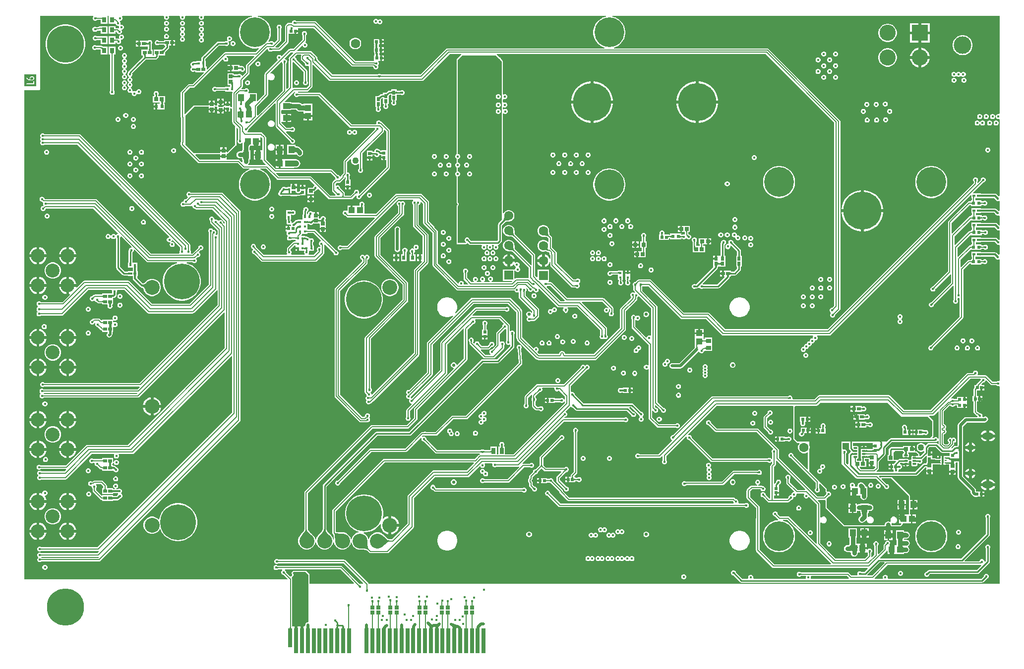
<source format=gbl>
G04*
G04 #@! TF.GenerationSoftware,Altium Limited,Altium Designer,24.4.1 (13)*
G04*
G04 Layer_Physical_Order=6*
G04 Layer_Color=16711680*
%FSLAX44Y44*%
%MOMM*%
G71*
G04*
G04 #@! TF.SameCoordinates,F083C6BF-E510-45A8-8405-167EEE42A30D*
G04*
G04*
G04 #@! TF.FilePolarity,Positive*
G04*
G01*
G75*
%ADD13C,0.2540*%
%ADD14C,0.2000*%
%ADD15C,0.5080*%
%ADD19C,0.1524*%
%ADD22C,0.3000*%
%ADD24C,0.1270*%
%ADD43R,0.7112X4.1910*%
%ADD44R,0.7112X3.2004*%
%ADD46R,0.6500X0.6000*%
%ADD49R,0.8000X0.9500*%
%ADD73R,0.7393X0.6725*%
%ADD87R,0.4500X0.4500*%
%ADD114R,0.4500X0.4500*%
%ADD116R,0.5811X0.5121*%
%ADD117R,0.6000X0.6500*%
%ADD119R,0.6800X0.6400*%
%ADD120R,0.7000X0.7000*%
%ADD121R,1.0500X1.1000*%
%ADD122R,0.7000X0.7000*%
%ADD123R,0.6400X0.6800*%
%ADD124R,1.1000X1.0500*%
%ADD125R,0.3700X0.2400*%
%ADD126R,0.4000X1.0800*%
%ADD128R,0.5000X0.4500*%
%ADD130R,0.5500X0.5500*%
%ADD139R,0.5121X0.5811*%
%ADD144R,0.6725X0.7393*%
%ADD145R,0.6725X0.7154*%
%ADD217C,2.7500*%
%ADD218R,2.7500X2.7500*%
%ADD219C,2.9972*%
%ADD226C,1.1000*%
%ADD227C,1.6000*%
%ADD232C,0.2032*%
%ADD233C,0.2067*%
%ADD235C,0.7620*%
%ADD236C,0.3810*%
%ADD239C,1.0000*%
%ADD242C,0.5502*%
%ADD243C,2.3850*%
%ADD244C,6.0960*%
%ADD245C,2.5400*%
%ADD246C,1.5500*%
%ADD247R,1.5500X1.5500*%
%ADD248R,1.6000X1.6000*%
%ADD249O,1.9000X1.2000*%
%ADD250O,1.2500X1.0500*%
%ADD251C,6.5000*%
%ADD252C,6.3500*%
%ADD253C,0.4500*%
%ADD254C,5.0800*%
%ADD258C,0.2000*%
%ADD259R,0.6500X0.7000*%
%ADD260R,0.7200X1.0000*%
%ADD261R,0.6000X0.8000*%
%ADD262R,0.8500X0.7500*%
%ADD263R,1.0000X1.2500*%
%ADD264R,0.5153X0.4725*%
%ADD265R,0.7500X0.7000*%
%ADD266R,0.6888X0.6725*%
%ADD267R,0.5000X0.6000*%
%ADD268R,0.5500X0.5000*%
%ADD269R,0.5600X0.5200*%
%ADD270R,0.6500X0.6500*%
G04:AMPARAMS|DCode=271|XSize=0.66mm|YSize=0.32mm|CornerRadius=0.04mm|HoleSize=0mm|Usage=FLASHONLY|Rotation=0.000|XOffset=0mm|YOffset=0mm|HoleType=Round|Shape=RoundedRectangle|*
%AMROUNDEDRECTD271*
21,1,0.6600,0.2400,0,0,0.0*
21,1,0.5800,0.3200,0,0,0.0*
1,1,0.0800,0.2900,-0.1200*
1,1,0.0800,-0.2900,-0.1200*
1,1,0.0800,-0.2900,0.1200*
1,1,0.0800,0.2900,0.1200*
%
%ADD271ROUNDEDRECTD271*%
%ADD272R,0.6500X0.6500*%
%ADD273R,1.2500X1.0000*%
%ADD274C,0.3048*%
G36*
X127723Y1102469D02*
X127852Y1102374D01*
X127994Y1102290D01*
X128150Y1102217D01*
X128319Y1102156D01*
X128500Y1102105D01*
X128695Y1102066D01*
X128903Y1102038D01*
X129123Y1102022D01*
X129358Y1102016D01*
Y1099984D01*
X129123Y1099978D01*
X128695Y1099934D01*
X128500Y1099894D01*
X128319Y1099844D01*
X128150Y1099783D01*
X127994Y1099710D01*
X127852Y1099626D01*
X127723Y1099531D01*
X127607Y1099425D01*
Y1102575D01*
X127723Y1102469D01*
D02*
G37*
G36*
X137311Y1098968D02*
X137290Y1099161D01*
X137228Y1099334D01*
X137125Y1099486D01*
X136981Y1099618D01*
X136795Y1099730D01*
X136568Y1099821D01*
X136300Y1099893D01*
X135991Y1099943D01*
X135640Y1099974D01*
X135248Y1099984D01*
Y1102016D01*
X135640Y1102026D01*
X135991Y1102057D01*
X136300Y1102107D01*
X136568Y1102178D01*
X136795Y1102270D01*
X136981Y1102382D01*
X137125Y1102514D01*
X137228Y1102666D01*
X137290Y1102839D01*
X137311Y1103032D01*
Y1098968D01*
D02*
G37*
G36*
X158740Y1100339D02*
X158801Y1100166D01*
X158902Y1100014D01*
X159045Y1099882D01*
X159228Y1099770D01*
X159451Y1099678D01*
X159715Y1099607D01*
X160020Y1099557D01*
X160365Y1099526D01*
X160751Y1099516D01*
Y1097484D01*
X160365Y1097474D01*
X160020Y1097443D01*
X159715Y1097393D01*
X159451Y1097321D01*
X159228Y1097230D01*
X159045Y1097118D01*
X158902Y1096986D01*
X158801Y1096834D01*
X158740Y1096661D01*
X158720Y1096468D01*
Y1100532D01*
X158740Y1100339D01*
D02*
G37*
G36*
X467723Y1094469D02*
X467852Y1094374D01*
X467994Y1094290D01*
X468150Y1094217D01*
X468318Y1094156D01*
X468500Y1094105D01*
X468695Y1094066D01*
X468903Y1094038D01*
X469123Y1094022D01*
X469358Y1094016D01*
Y1091984D01*
X469123Y1091978D01*
X468695Y1091934D01*
X468500Y1091895D01*
X468318Y1091844D01*
X468150Y1091783D01*
X467994Y1091710D01*
X467852Y1091626D01*
X467723Y1091531D01*
X467607Y1091425D01*
Y1094575D01*
X467723Y1094469D01*
D02*
G37*
G36*
X441469Y1084277D02*
X441374Y1084148D01*
X441290Y1084006D01*
X441217Y1083850D01*
X441156Y1083681D01*
X441105Y1083500D01*
X441066Y1083305D01*
X441038Y1083097D01*
X441022Y1082876D01*
X441016Y1082642D01*
X438984D01*
X438978Y1082876D01*
X438934Y1083305D01*
X438895Y1083500D01*
X438844Y1083681D01*
X438783Y1083850D01*
X438710Y1084006D01*
X438626Y1084148D01*
X438531Y1084277D01*
X438425Y1084393D01*
X441575D01*
X441469Y1084277D01*
D02*
G37*
G36*
X158740Y1082839D02*
X158801Y1082666D01*
X158902Y1082514D01*
X159045Y1082382D01*
X159228Y1082270D01*
X159451Y1082178D01*
X159715Y1082107D01*
X160020Y1082057D01*
X160365Y1082026D01*
X160751Y1082016D01*
Y1079984D01*
X160365Y1079974D01*
X160020Y1079943D01*
X159715Y1079893D01*
X159451Y1079821D01*
X159228Y1079730D01*
X159045Y1079618D01*
X158902Y1079486D01*
X158801Y1079334D01*
X158740Y1079161D01*
X158720Y1078968D01*
Y1083032D01*
X158740Y1082839D01*
D02*
G37*
G36*
X165514Y1080931D02*
X165849Y1080659D01*
X166014Y1080549D01*
X166178Y1080457D01*
X166341Y1080381D01*
X166502Y1080322D01*
X166662Y1080281D01*
X166820Y1080257D01*
X166978Y1080250D01*
X164750Y1078023D01*
X164743Y1078180D01*
X164719Y1078338D01*
X164678Y1078498D01*
X164619Y1078660D01*
X164543Y1078822D01*
X164450Y1078986D01*
X164340Y1079152D01*
X164213Y1079318D01*
X164069Y1079486D01*
X163907Y1079656D01*
X165344Y1081093D01*
X165514Y1080931D01*
D02*
G37*
G36*
X484469Y1073277D02*
X484374Y1073148D01*
X484290Y1073006D01*
X484217Y1072850D01*
X484156Y1072682D01*
X484105Y1072500D01*
X484066Y1072305D01*
X484038Y1072097D01*
X484022Y1071877D01*
X484016Y1071643D01*
X481984D01*
X481978Y1071877D01*
X481934Y1072305D01*
X481895Y1072500D01*
X481844Y1072682D01*
X481783Y1072850D01*
X481710Y1073006D01*
X481626Y1073148D01*
X481531Y1073277D01*
X481425Y1073393D01*
X484575D01*
X484469Y1073277D01*
D02*
G37*
G36*
X1670000Y937915D02*
X1668944Y937209D01*
X1668845Y937250D01*
X1667155D01*
X1665593Y936603D01*
X1664397Y935407D01*
X1663750Y933845D01*
Y932155D01*
X1664397Y930593D01*
X1665593Y929397D01*
X1667155Y928750D01*
X1668845D01*
X1668944Y928791D01*
X1670000Y928085D01*
Y797670D01*
X1668730Y796883D01*
X1667845Y797250D01*
X1667803D01*
X1667738Y797308D01*
X1665023Y800023D01*
X1663866Y800797D01*
X1662500Y801069D01*
X1638340D01*
X1638250Y801074D01*
Y801750D01*
X1636263D01*
X1636219Y801759D01*
X1636176Y801750D01*
X1625173D01*
X1624687Y802923D01*
X1642387Y820623D01*
X1642412Y820643D01*
X1642483Y820694D01*
X1642537Y820728D01*
X1642573Y820748D01*
X1642577Y820750D01*
X1642578Y820750D01*
X1642845D01*
X1644407Y821397D01*
X1645603Y822593D01*
X1646250Y824155D01*
Y825845D01*
X1645603Y827407D01*
X1644407Y828603D01*
X1642845Y829250D01*
X1641155D01*
X1639593Y828603D01*
X1638397Y827407D01*
X1637750Y825845D01*
Y824684D01*
X1633248Y820182D01*
X1632075Y820668D01*
Y821942D01*
X1632079Y821968D01*
X1632090Y822026D01*
X1632094Y822041D01*
X1632110Y822066D01*
X1632112Y822069D01*
X1632113Y822072D01*
X1632160Y822150D01*
X1632603Y822593D01*
X1633250Y824155D01*
Y825845D01*
X1632603Y827407D01*
X1631407Y828603D01*
X1629845Y829250D01*
X1628155D01*
X1626593Y828603D01*
X1625397Y827407D01*
X1624750Y825845D01*
Y824155D01*
X1625397Y822593D01*
X1625840Y822150D01*
X1625887Y822072D01*
X1625888Y822069D01*
X1625890Y822066D01*
X1625906Y822041D01*
X1625910Y822026D01*
X1625916Y821998D01*
X1625925Y821907D01*
Y819274D01*
X1376262Y569611D01*
X1201738D01*
X1174174Y597174D01*
X1173177Y597841D01*
X1172000Y598075D01*
X1172000Y598075D01*
X1131274D01*
X1075174Y654174D01*
X1074177Y654841D01*
X1073000Y655075D01*
X1073000Y655075D01*
X1054101D01*
X1052924Y654841D01*
X1051926Y654174D01*
X1051926Y654174D01*
X1048017Y650265D01*
X1047997Y650250D01*
X1047947Y650217D01*
X1047934Y650209D01*
X1047906Y650202D01*
X1047902Y650202D01*
X1047899Y650201D01*
X1047811Y650179D01*
X1047184D01*
X1045622Y649532D01*
X1044427Y648336D01*
X1043780Y646774D01*
Y645083D01*
X1044427Y643521D01*
X1044870Y643079D01*
X1044917Y643001D01*
X1044918Y642998D01*
X1044920Y642995D01*
X1044936Y642970D01*
X1044939Y642955D01*
X1044945Y642927D01*
X1044955Y642836D01*
Y636970D01*
X1044955Y636970D01*
X1045189Y635793D01*
X1045855Y634796D01*
X1047292Y633359D01*
X1047036Y631929D01*
X1046869Y631850D01*
X1046171Y631839D01*
X1046096Y631914D01*
X1044534Y632561D01*
X1042843D01*
X1041282Y631914D01*
X1040086Y630718D01*
X1039439Y629156D01*
Y627466D01*
X1040086Y625904D01*
X1040705Y625285D01*
X1040777Y623690D01*
X1040732Y623599D01*
X1040406Y623273D01*
X1040406Y623273D01*
X1022837Y605704D01*
X1022174Y604712D01*
X1021941Y603541D01*
X1021941Y603541D01*
Y572267D01*
X976937Y527263D01*
X928409D01*
X928004Y529295D01*
X926840Y531038D01*
X925096Y532203D01*
X923040Y532612D01*
X920984Y532203D01*
X919241Y531038D01*
X918076Y529295D01*
X917672Y527263D01*
X884063D01*
X881162Y530164D01*
X881315Y530930D01*
X881566Y531556D01*
X882603Y532593D01*
X883250Y534155D01*
Y535845D01*
X882603Y537407D01*
X881407Y538603D01*
X879845Y539250D01*
X878155D01*
X876593Y538603D01*
X875556Y537566D01*
X874930Y537315D01*
X874164Y537162D01*
X855169Y556157D01*
Y599172D01*
X855189D01*
X854876Y601550D01*
X853958Y603766D01*
X852498Y605669D01*
X852498Y605669D01*
X851585Y606553D01*
X851280Y606859D01*
X851280Y606859D01*
X835865Y622273D01*
X834873Y622936D01*
X833703Y623169D01*
X833702Y623169D01*
X769298D01*
X769297Y623169D01*
X768127Y622936D01*
X767135Y622273D01*
X741834Y596973D01*
X740847Y597782D01*
X741811Y599224D01*
X743092Y602318D01*
X743746Y605602D01*
Y608951D01*
X743092Y612235D01*
X741811Y615329D01*
X739950Y618114D01*
X737582Y620481D01*
X734798Y622342D01*
X731704Y623623D01*
X728420Y624277D01*
X725071D01*
X721787Y623623D01*
X718693Y622342D01*
X715909Y620481D01*
X713541Y618114D01*
X711681Y615329D01*
X710399Y612235D01*
X709746Y608951D01*
Y605602D01*
X710399Y602318D01*
X711681Y599224D01*
X713541Y596440D01*
X715909Y594072D01*
X718693Y592211D01*
X721787Y590930D01*
X725071Y590277D01*
X728420D01*
X731704Y590930D01*
X734798Y592211D01*
X736240Y593175D01*
X737050Y592188D01*
X692837Y547976D01*
X692174Y546983D01*
X691941Y545813D01*
X691941Y545813D01*
Y496080D01*
X662033Y466172D01*
X661845Y466250D01*
X660155D01*
X658593Y465603D01*
X657397Y464407D01*
X656750Y462845D01*
Y461155D01*
X657397Y459593D01*
X658490Y458500D01*
X657397Y457407D01*
X656750Y455845D01*
Y454155D01*
X657397Y452593D01*
X658593Y451397D01*
X660155Y450750D01*
X661845D01*
X662013Y450820D01*
X662732Y449743D01*
X662397Y449407D01*
X661750Y447845D01*
Y446155D01*
X662397Y444593D01*
X663593Y443397D01*
X665155Y442750D01*
X665605D01*
X666131Y441480D01*
X658056Y433405D01*
X657390Y432408D01*
X657156Y431231D01*
X657156Y431231D01*
Y420330D01*
X657152Y420304D01*
X657141Y420246D01*
X657137Y420231D01*
X657121Y420206D01*
X657119Y420203D01*
X657118Y420200D01*
X657071Y420122D01*
X656628Y419679D01*
X655981Y418117D01*
Y416427D01*
X656628Y414865D01*
X657823Y413669D01*
X659386Y413022D01*
X661076D01*
X662638Y413669D01*
X663834Y414865D01*
X664481Y416427D01*
Y418117D01*
X663834Y419679D01*
X663391Y420122D01*
X663344Y420200D01*
X663343Y420203D01*
X663340Y420206D01*
X663325Y420231D01*
X663321Y420246D01*
X663315Y420274D01*
X663306Y420365D01*
Y429957D01*
X726174Y492826D01*
X726174Y492826D01*
X726841Y493823D01*
X727075Y495000D01*
Y543726D01*
X754145Y570796D01*
X754845Y570596D01*
X755370Y570225D01*
Y519719D01*
X744169Y508517D01*
X742899Y509044D01*
Y509400D01*
X742175Y511147D01*
X740839Y512483D01*
X739093Y513206D01*
X737203D01*
X735457Y512483D01*
X734120Y511147D01*
X733397Y509400D01*
Y507510D01*
X734120Y505764D01*
X735457Y504428D01*
X737203Y503705D01*
X737560D01*
X738086Y502435D01*
X670826Y435174D01*
X670159Y434177D01*
X669925Y433000D01*
X669925Y433000D01*
Y418274D01*
X657726Y406075D01*
X598000D01*
X598000Y406075D01*
X596823Y405841D01*
X595826Y405174D01*
X595826Y405174D01*
X483826Y293174D01*
X483159Y292177D01*
X482925Y291000D01*
X482925Y291000D01*
Y228086D01*
X482901Y227868D01*
X482754Y227355D01*
X482456Y226640D01*
X481997Y225757D01*
X481404Y224772D01*
X477277Y219272D01*
X475886Y217635D01*
X475277Y217026D01*
X473342Y213674D01*
X472340Y209935D01*
Y206065D01*
X473342Y202326D01*
X475277Y198974D01*
X478014Y196237D01*
X481366Y194302D01*
X485105Y193300D01*
X488975D01*
X492714Y194302D01*
X496066Y196237D01*
X498803Y198974D01*
X500738Y202326D01*
X501623Y205627D01*
X502937D01*
X503822Y202326D01*
X505757Y198974D01*
X508494Y196237D01*
X511846Y194302D01*
X515585Y193300D01*
X519455D01*
X523194Y194302D01*
X526546Y196237D01*
X529283Y198974D01*
X531218Y202326D01*
X532103Y205627D01*
X533417D01*
X534302Y202326D01*
X536237Y198974D01*
X538974Y196237D01*
X542326Y194302D01*
X546065Y193300D01*
X549935D01*
X553674Y194302D01*
X557026Y196237D01*
X559763Y198974D01*
X561698Y202326D01*
X562343Y204731D01*
X563657D01*
X564302Y202326D01*
X566237Y198974D01*
X568974Y196237D01*
X572326Y194302D01*
X576065Y193300D01*
X577918D01*
X578097Y193262D01*
X582100Y193204D01*
X585351Y192949D01*
X586658Y192757D01*
X587789Y192523D01*
X588712Y192258D01*
X589418Y191979D01*
X589898Y191713D01*
X590109Y191542D01*
X593826Y187826D01*
X593826Y187826D01*
X594823Y187159D01*
X596000Y186925D01*
X625000D01*
X625000Y186925D01*
X626177Y187159D01*
X627174Y187826D01*
X669174Y229825D01*
X669174Y229826D01*
X669841Y230823D01*
X670075Y232000D01*
Y280726D01*
X706274Y316925D01*
X762000D01*
X762000Y316925D01*
X763177Y317159D01*
X764174Y317826D01*
X781873Y335524D01*
X783371Y335226D01*
X783648Y334558D01*
X784843Y333362D01*
X786405Y332715D01*
X788096D01*
X789658Y333362D01*
X790854Y334558D01*
X791501Y336120D01*
Y337811D01*
X790854Y339373D01*
X790572Y339655D01*
X791098Y340925D01*
X803255D01*
X804085Y339655D01*
X803750Y338845D01*
Y337155D01*
X804397Y335593D01*
X805593Y334397D01*
X807155Y333750D01*
X808845D01*
X810407Y334397D01*
X810850Y334840D01*
X810928Y334887D01*
X810931Y334888D01*
X810934Y334891D01*
X810959Y334906D01*
X810974Y334910D01*
X811002Y334916D01*
X811093Y334925D01*
X848000D01*
X848000Y334925D01*
X848974Y335119D01*
X849449Y334616D01*
X849722Y334071D01*
X829520Y313868D01*
X790308D01*
X790283Y313872D01*
X790224Y313883D01*
X790210Y313888D01*
X790184Y313903D01*
X790182Y313905D01*
X790179Y313906D01*
X790101Y313953D01*
X789658Y314396D01*
X788096Y315043D01*
X786405D01*
X784843Y314396D01*
X783648Y313201D01*
X783001Y311639D01*
Y309948D01*
X783648Y308386D01*
X784843Y307190D01*
X786405Y306543D01*
X788096D01*
X789658Y307190D01*
X790101Y307633D01*
X790179Y307680D01*
X790182Y307682D01*
X790185Y307684D01*
X790210Y307699D01*
X790224Y307703D01*
X790253Y307709D01*
X790343Y307718D01*
X830793D01*
X830793Y307718D01*
X831970Y307952D01*
X832968Y308619D01*
X858274Y333925D01*
X867942D01*
X867968Y333922D01*
X868027Y333910D01*
X868041Y333906D01*
X868066Y333890D01*
X868069Y333888D01*
X868072Y333887D01*
X868150Y333840D01*
X868593Y333397D01*
X870155Y332750D01*
X871845D01*
X873407Y333397D01*
X874603Y334593D01*
X875250Y336155D01*
Y337845D01*
X874603Y339407D01*
X873407Y340603D01*
X871845Y341250D01*
X870155D01*
X868593Y340603D01*
X868150Y340160D01*
X868072Y340113D01*
X868069Y340112D01*
X868066Y340109D01*
X868041Y340094D01*
X868027Y340090D01*
X867998Y340084D01*
X867907Y340075D01*
X857000D01*
X856026Y339881D01*
X855551Y340384D01*
X855278Y340929D01*
X926274Y411925D01*
X1028942D01*
X1028968Y411922D01*
X1029026Y411910D01*
X1029041Y411906D01*
X1029066Y411890D01*
X1029069Y411888D01*
X1029072Y411887D01*
X1029150Y411840D01*
X1029593Y411397D01*
X1031155Y410750D01*
X1032845D01*
X1034407Y411397D01*
X1035603Y412593D01*
X1036250Y414155D01*
Y415845D01*
X1035603Y417407D01*
X1034407Y418603D01*
X1032845Y419250D01*
X1031155D01*
X1029593Y418603D01*
X1029150Y418160D01*
X1029072Y418113D01*
X1029069Y418112D01*
X1029066Y418110D01*
X1029041Y418094D01*
X1029026Y418090D01*
X1028998Y418084D01*
X1028907Y418075D01*
X927083D01*
X926597Y419248D01*
X927512Y420164D01*
X927533Y420179D01*
X927582Y420212D01*
X927596Y420220D01*
X927624Y420227D01*
X927628Y420227D01*
X927630Y420228D01*
X927719Y420250D01*
X928345D01*
X929907Y420897D01*
X931103Y422093D01*
X931750Y423655D01*
Y425345D01*
X931103Y426907D01*
X929907Y428103D01*
X929581Y428238D01*
X929333Y429484D01*
X937030Y437181D01*
X937333Y437285D01*
X937464Y437301D01*
X938622Y437205D01*
X939430Y436397D01*
X940992Y435750D01*
X941366D01*
X941410Y435712D01*
X945480Y431642D01*
X946561Y430920D01*
X947837Y430666D01*
X1033125D01*
X1040831Y422960D01*
X1041397Y421593D01*
X1042593Y420397D01*
X1044155Y419750D01*
X1045845D01*
X1047407Y420397D01*
X1048603Y421593D01*
X1049250Y423155D01*
Y424845D01*
X1048603Y426407D01*
X1047407Y427603D01*
X1045845Y428250D01*
X1044971D01*
X1037825Y435396D01*
X1038351Y436666D01*
X1040619D01*
X1053746Y423538D01*
X1053750Y423534D01*
Y423155D01*
X1054397Y421593D01*
X1055182Y420808D01*
X1055457Y420000D01*
X1055182Y419192D01*
X1054397Y418407D01*
X1053750Y416845D01*
Y415155D01*
X1054397Y413593D01*
X1055593Y412397D01*
X1057155Y411750D01*
X1058845D01*
X1060407Y412397D01*
X1061603Y413593D01*
X1062250Y415155D01*
Y416845D01*
X1061603Y418407D01*
X1060818Y419192D01*
X1060543Y420000D01*
X1060818Y420808D01*
X1061603Y421593D01*
X1062250Y423155D01*
Y424845D01*
X1061603Y426407D01*
X1060407Y427603D01*
X1058845Y428250D01*
X1058471D01*
X1058427Y428288D01*
X1044358Y442357D01*
X1043276Y443080D01*
X1042000Y443334D01*
X959976D01*
X944849Y458462D01*
X944845Y458466D01*
Y458845D01*
X944198Y460407D01*
X943003Y461603D01*
X941441Y462250D01*
X939750D01*
X939345Y462082D01*
X938075Y462931D01*
Y472726D01*
X966012Y500664D01*
X966033Y500679D01*
X966082Y500712D01*
X966096Y500720D01*
X966124Y500727D01*
X966128Y500727D01*
X966131Y500728D01*
X966219Y500750D01*
X966845D01*
X968407Y501397D01*
X969603Y502593D01*
X970250Y504155D01*
Y505845D01*
X969603Y507407D01*
X968407Y508603D01*
X966845Y509250D01*
X965155D01*
X963593Y508603D01*
X962500Y507510D01*
X961407Y508603D01*
X959845Y509250D01*
X958155D01*
X956593Y508603D01*
X955397Y507407D01*
X954750Y505845D01*
Y505219D01*
X954728Y505131D01*
X954727Y505128D01*
X954727Y505124D01*
X954720Y505096D01*
X954712Y505082D01*
X954696Y505058D01*
X954639Y504988D01*
X925726Y476075D01*
X881000D01*
X881000Y476075D01*
X879823Y475841D01*
X878826Y475174D01*
X878826Y475174D01*
X859673Y456021D01*
X859006Y455024D01*
X858772Y453847D01*
X858772Y453847D01*
Y442058D01*
X858769Y442032D01*
X858757Y441973D01*
X858753Y441959D01*
X858737Y441934D01*
X858736Y441931D01*
X858734Y441928D01*
X858687Y441850D01*
X858244Y441407D01*
X857597Y439845D01*
Y438155D01*
X858244Y436593D01*
X859440Y435397D01*
X861002Y434750D01*
X862692D01*
X864255Y435397D01*
X865450Y436593D01*
X866097Y438155D01*
Y439845D01*
X865450Y441407D01*
X865007Y441850D01*
X864960Y441928D01*
X864959Y441931D01*
X864957Y441934D01*
X864941Y441959D01*
X864937Y441973D01*
X864932Y442002D01*
X864922Y442093D01*
Y452573D01*
X870821Y458472D01*
X871365Y458199D01*
X871869Y457724D01*
X871675Y456750D01*
X871675Y456750D01*
Y452363D01*
X871671Y452330D01*
X871657Y452249D01*
X871644Y452190D01*
X871634Y452158D01*
X871614Y452130D01*
X871608Y452119D01*
X871397Y451907D01*
X870750Y450345D01*
Y448655D01*
X871397Y447093D01*
X871608Y446881D01*
X871614Y446870D01*
X871634Y446842D01*
X871644Y446810D01*
X871657Y446751D01*
X871671Y446670D01*
X871675Y446637D01*
Y438716D01*
X871675Y438716D01*
X871909Y437539D01*
X872576Y436541D01*
X877291Y431826D01*
X877291Y431826D01*
X878289Y431159D01*
X879466Y430925D01*
X883942D01*
X883968Y430922D01*
X884026Y430910D01*
X884041Y430906D01*
X884066Y430890D01*
X884069Y430888D01*
X884072Y430887D01*
X884150Y430840D01*
X884593Y430397D01*
X886155Y429750D01*
X887845D01*
X889407Y430397D01*
X890603Y431593D01*
X891250Y433155D01*
Y434845D01*
X890603Y436407D01*
X889407Y437603D01*
X887845Y438250D01*
X886155D01*
X884593Y437603D01*
X884150Y437160D01*
X884072Y437113D01*
X884069Y437112D01*
X884066Y437109D01*
X884041Y437094D01*
X884026Y437090D01*
X883998Y437085D01*
X883907Y437075D01*
X880740D01*
X877825Y439990D01*
Y446303D01*
X877827Y446315D01*
X877827Y446317D01*
X878603Y447093D01*
X879250Y448655D01*
Y450345D01*
X878603Y451907D01*
X877827Y452683D01*
X877827Y452685D01*
X877825Y452697D01*
Y455476D01*
X885013Y462664D01*
X885033Y462679D01*
X885082Y462712D01*
X885096Y462720D01*
X885124Y462727D01*
X885128Y462727D01*
X885130Y462728D01*
X885219Y462750D01*
X885845D01*
X887407Y463397D01*
X888603Y464593D01*
X889250Y466155D01*
Y467845D01*
X888915Y468655D01*
X889745Y469925D01*
X909054D01*
X909760Y468869D01*
X909750Y468845D01*
Y467155D01*
X910397Y465593D01*
X911593Y464397D01*
X913155Y463750D01*
X914845D01*
X916407Y464397D01*
X916850Y464840D01*
X916928Y464887D01*
X916931Y464888D01*
X916934Y464891D01*
X916959Y464906D01*
X916974Y464910D01*
X917002Y464916D01*
X917093Y464925D01*
X917726D01*
X927925Y454726D01*
Y449649D01*
X926655Y449396D01*
X926236Y450407D01*
X925041Y451603D01*
X923478Y452250D01*
X921788D01*
X920226Y451603D01*
X919783Y451160D01*
X919705Y451113D01*
X919702Y451112D01*
X919699Y451110D01*
X919674Y451094D01*
X919660Y451090D01*
X919631Y451085D01*
X919540Y451075D01*
X910561D01*
Y452561D01*
X899845D01*
Y448000D01*
Y443439D01*
X910561D01*
Y444925D01*
X919576D01*
X919601Y444921D01*
X919660Y444910D01*
X919674Y444906D01*
X919699Y444890D01*
X919702Y444888D01*
X919705Y444887D01*
X919783Y444840D01*
X920226Y444397D01*
X921788Y443750D01*
X923478D01*
X925041Y444397D01*
X926236Y445593D01*
X926655Y446604D01*
X927925Y446351D01*
Y444274D01*
X839726Y356075D01*
X825500D01*
Y369000D01*
X823334D01*
Y370319D01*
X823335Y370324D01*
X823603Y370593D01*
X824250Y372155D01*
Y373845D01*
X823603Y375407D01*
X822407Y376603D01*
X820845Y377250D01*
X819155D01*
X817593Y376603D01*
X816397Y375407D01*
X815750Y373845D01*
Y372155D01*
X816397Y370593D01*
X816662Y370328D01*
X816666Y370270D01*
Y369000D01*
X814300D01*
Y356075D01*
X811700D01*
Y369000D01*
X800500D01*
Y363412D01*
X790227D01*
X790202Y363416D01*
X790143Y363428D01*
X790129Y363432D01*
X790104Y363447D01*
X790101Y363449D01*
X790098Y363450D01*
X790020Y363498D01*
X789577Y363940D01*
X788015Y364587D01*
X786324D01*
X784762Y363940D01*
X784320Y363498D01*
X784242Y363450D01*
X784239Y363449D01*
X784236Y363447D01*
X784211Y363432D01*
X784196Y363428D01*
X784138Y363416D01*
X784112Y363412D01*
X709937D01*
X691336Y382012D01*
X691321Y382033D01*
X691288Y382082D01*
X691280Y382096D01*
X691273Y382124D01*
X691273Y382128D01*
X691272Y382131D01*
X691250Y382219D01*
Y382845D01*
X690603Y384407D01*
X689407Y385603D01*
X687845Y386250D01*
X686155D01*
X684900Y385730D01*
X684181Y386807D01*
X685281Y387907D01*
X708000D01*
X709184Y388143D01*
X710187Y388813D01*
X737281Y415907D01*
X760000D01*
X761183Y416143D01*
X762187Y416813D01*
X853557Y508183D01*
X853557Y508183D01*
X853586Y508155D01*
X854713Y509841D01*
X855108Y511831D01*
X855046Y512143D01*
X855054Y512206D01*
X853299Y536288D01*
X853603Y536593D01*
X854250Y538155D01*
Y539845D01*
X853603Y541407D01*
X852407Y542603D01*
X850845Y543250D01*
X849155D01*
X847593Y542603D01*
X846397Y541407D01*
X845750Y539845D01*
Y538155D01*
X846397Y536593D01*
X847128Y535862D01*
X848851Y512225D01*
X758719Y422093D01*
X736000D01*
X734817Y421857D01*
X733813Y421187D01*
X706719Y394093D01*
X691281D01*
X691187Y394187D01*
X690183Y394857D01*
X689000Y395093D01*
X687816Y394857D01*
X686813Y394187D01*
X686750Y394093D01*
X684000D01*
X682816Y393857D01*
X681813Y393187D01*
X654719Y366093D01*
X596000D01*
X594817Y365857D01*
X593813Y365187D01*
X539959Y311333D01*
X539940Y311318D01*
X539888Y311283D01*
X539871Y311273D01*
X539857Y311271D01*
X539842Y311266D01*
X539779Y311250D01*
X539155D01*
X537593Y310603D01*
X536397Y309407D01*
X535750Y307845D01*
Y306155D01*
X536397Y304593D01*
X537593Y303397D01*
X539155Y302750D01*
X540845D01*
X542407Y303397D01*
X543603Y304593D01*
X544250Y306155D01*
Y306779D01*
X544266Y306842D01*
X544271Y306857D01*
X544273Y306871D01*
X544283Y306888D01*
X544301Y306915D01*
X544357Y306983D01*
X597281Y359907D01*
X656000D01*
X657184Y360143D01*
X658187Y360813D01*
X682193Y384819D01*
X683270Y384100D01*
X682750Y382845D01*
Y381155D01*
X683397Y379593D01*
X684593Y378397D01*
X686155Y377750D01*
X686781D01*
X686870Y377728D01*
X686872Y377727D01*
X686876Y377727D01*
X686904Y377720D01*
X686918Y377712D01*
X686942Y377696D01*
X687012Y377639D01*
X706488Y358163D01*
X706488Y358163D01*
X707486Y357496D01*
X708663Y357262D01*
X708663Y357262D01*
X782458D01*
X782583Y355992D01*
X781823Y355841D01*
X780826Y355174D01*
X773726Y348075D01*
X619000D01*
X617823Y347841D01*
X616826Y347174D01*
X616825Y347174D01*
X531667Y262016D01*
X531001Y261019D01*
X530767Y259842D01*
X530767Y259842D01*
Y222159D01*
X530767Y222158D01*
X531001Y220982D01*
X531505Y220228D01*
X531551Y220142D01*
X531609Y220071D01*
X531667Y219984D01*
X531746Y219905D01*
X531947Y219662D01*
X532235Y219165D01*
X532519Y218479D01*
X532778Y217605D01*
X532998Y216547D01*
X533162Y215357D01*
X533339Y210557D01*
X532067Y210508D01*
X531218Y213674D01*
X529283Y217026D01*
X527964Y218345D01*
X527856Y218507D01*
X527852Y218512D01*
X527852Y218512D01*
X527852Y218512D01*
X526429Y219943D01*
X525192Y221262D01*
X523141Y223701D01*
X522383Y224746D01*
X521774Y225707D01*
X521325Y226554D01*
X521031Y227271D01*
X520880Y227840D01*
X520854Y228101D01*
Y301139D01*
X607381Y387666D01*
X663000D01*
X664276Y387920D01*
X665358Y388643D01*
X788664Y511949D01*
X813283D01*
X814559Y512203D01*
X815641Y512926D01*
X840358Y537643D01*
X841080Y538724D01*
X841334Y540000D01*
Y560319D01*
X841335Y560324D01*
X841603Y560593D01*
X842250Y562155D01*
Y563845D01*
X841603Y565407D01*
X840407Y566603D01*
X838845Y567250D01*
X837155D01*
X835593Y566603D01*
X835345Y566355D01*
X834075Y566881D01*
Y576000D01*
X834075Y576000D01*
X833841Y577177D01*
X833174Y578174D01*
X833174Y578175D01*
X819424Y591924D01*
X818427Y592591D01*
X817250Y592825D01*
X817250Y592825D01*
X770833D01*
X770347Y593998D01*
X777274Y600925D01*
X825942D01*
X825968Y600922D01*
X826026Y600910D01*
X826041Y600906D01*
X826066Y600890D01*
X826069Y600888D01*
X826072Y600887D01*
X826150Y600840D01*
X826593Y600397D01*
X828155Y599750D01*
X829845D01*
X831407Y600397D01*
X832603Y601593D01*
X833250Y603155D01*
Y604845D01*
X832603Y606407D01*
X831407Y607603D01*
X829845Y608250D01*
X828155D01*
X826593Y607603D01*
X826150Y607160D01*
X826072Y607113D01*
X826069Y607112D01*
X826066Y607110D01*
X826041Y607094D01*
X826026Y607090D01*
X825998Y607085D01*
X825907Y607075D01*
X776000D01*
X776000Y607075D01*
X774823Y606841D01*
X773826Y606174D01*
X773826Y606174D01*
X715826Y548174D01*
X715159Y547177D01*
X714925Y546000D01*
X714925Y546000D01*
Y500274D01*
X666125Y451474D01*
X665290Y451483D01*
X664938Y451960D01*
X664661Y452733D01*
X665250Y454155D01*
Y454924D01*
X666084Y455759D01*
X666084Y455759D01*
X666085Y455759D01*
X698865Y488540D01*
X698866Y488540D01*
X701273Y490947D01*
X701273Y490948D01*
X701936Y491940D01*
X702169Y493110D01*
Y542843D01*
X772267Y612941D01*
X830733D01*
X842837Y600837D01*
X842837Y600837D01*
X843149Y600525D01*
X844045Y599625D01*
X844045Y599625D01*
Y599625D01*
X844941Y598726D01*
Y555718D01*
X844921D01*
X845235Y553340D01*
X846152Y551124D01*
X847613Y549220D01*
X847627Y549234D01*
X868905Y527956D01*
X869791Y527070D01*
X869789Y527068D01*
X869803Y527057D01*
X870700Y526161D01*
X876266Y520595D01*
X877147Y519690D01*
X877147Y519690D01*
X877148Y519690D01*
X879030Y518246D01*
X881246Y517328D01*
X883624Y517015D01*
Y517035D01*
X979906D01*
X979906Y517035D01*
X981077Y517267D01*
X982069Y517931D01*
X1031273Y567135D01*
X1031273Y567135D01*
X1031936Y568127D01*
X1032169Y569297D01*
X1032169Y569297D01*
Y600572D01*
X1046435Y614837D01*
X1046435Y614837D01*
X1050793Y619196D01*
X1051456Y620188D01*
X1051689Y621358D01*
X1051689Y621359D01*
Y624195D01*
X1052177Y624397D01*
X1053373Y625593D01*
X1053429Y625728D01*
X1054675Y625976D01*
X1075430Y605221D01*
Y559240D01*
X1074160Y558705D01*
X1072845Y559250D01*
X1071155D01*
X1069593Y558603D01*
X1068397Y557407D01*
X1067911Y556234D01*
X1066577Y555772D01*
X1048075Y574274D01*
Y585118D01*
X1049345Y585644D01*
X1049593Y585397D01*
X1051155Y584750D01*
X1052845D01*
X1054407Y585397D01*
X1055603Y586593D01*
X1056250Y588155D01*
Y589845D01*
X1055603Y591407D01*
X1054407Y592603D01*
X1052845Y593250D01*
X1051155D01*
X1049593Y592603D01*
X1049265Y592276D01*
X1048603Y592407D01*
X1047407Y593603D01*
X1045845Y594250D01*
X1044155D01*
X1042593Y593603D01*
X1041397Y592407D01*
X1040750Y590845D01*
Y589155D01*
X1041397Y587593D01*
X1041840Y587150D01*
X1041887Y587072D01*
X1041888Y587069D01*
X1041890Y587066D01*
X1041906Y587041D01*
X1041910Y587026D01*
X1041916Y586998D01*
X1041925Y586907D01*
Y573000D01*
X1041925Y573000D01*
X1042159Y571823D01*
X1042826Y570826D01*
X1070925Y542726D01*
Y508881D01*
X1069655Y508355D01*
X1069407Y508603D01*
X1067845Y509250D01*
X1066155D01*
X1064593Y508603D01*
X1063397Y507407D01*
X1062750Y505845D01*
Y504155D01*
X1063397Y502593D01*
X1064593Y501397D01*
X1066155Y500750D01*
X1067845D01*
X1069407Y501397D01*
X1069655Y501645D01*
X1070925Y501119D01*
Y418000D01*
X1070925Y418000D01*
X1071159Y416823D01*
X1071826Y415826D01*
X1085325Y402326D01*
X1085326Y402326D01*
X1086323Y401659D01*
X1087500Y401425D01*
X1087500Y401425D01*
X1117565D01*
X1117593Y401397D01*
X1119155Y400750D01*
X1120845D01*
X1122407Y401397D01*
X1123603Y402593D01*
X1124250Y404155D01*
Y405845D01*
X1123603Y407407D01*
X1122407Y408603D01*
X1120845Y409250D01*
X1119155D01*
X1117593Y408603D01*
X1116565Y407575D01*
X1088774D01*
X1077075Y419274D01*
Y429965D01*
X1078345Y430572D01*
X1078750Y430245D01*
Y430155D01*
X1079397Y428593D01*
X1080593Y427397D01*
X1082155Y426750D01*
X1083845D01*
X1085407Y427397D01*
X1086603Y428593D01*
X1087250Y430155D01*
Y431845D01*
X1086603Y433407D01*
X1085407Y434603D01*
X1083845Y435250D01*
X1083219D01*
X1083130Y435272D01*
X1083128Y435273D01*
X1083124Y435273D01*
X1083096Y435280D01*
X1083082Y435288D01*
X1083058Y435304D01*
X1082988Y435361D01*
X1081580Y436769D01*
Y439412D01*
X1082753Y439898D01*
X1091664Y430988D01*
X1091679Y430967D01*
X1091712Y430918D01*
X1091720Y430904D01*
X1091727Y430876D01*
X1091727Y430872D01*
X1091728Y430869D01*
X1091750Y430781D01*
Y430155D01*
X1092397Y428593D01*
X1093593Y427397D01*
X1095155Y426750D01*
X1096845D01*
X1098407Y427397D01*
X1099603Y428593D01*
X1100250Y430155D01*
Y431845D01*
X1099603Y433407D01*
X1098407Y434603D01*
X1096845Y435250D01*
X1096219D01*
X1096130Y435272D01*
X1096128Y435273D01*
X1096124Y435273D01*
X1096096Y435280D01*
X1096082Y435288D01*
X1096058Y435304D01*
X1095988Y435361D01*
X1086075Y445274D01*
Y608000D01*
X1085841Y609177D01*
X1085174Y610174D01*
X1060075Y635274D01*
Y642923D01*
X1060093Y642925D01*
X1070726D01*
X1125775Y587876D01*
X1125775Y587876D01*
X1126773Y587209D01*
X1127950Y586975D01*
X1168676D01*
X1195826Y559826D01*
X1196823Y559159D01*
X1198000Y558925D01*
X1198000Y558925D01*
X1351118D01*
X1351644Y557655D01*
X1351397Y557407D01*
X1350750Y555845D01*
Y554250D01*
X1349155D01*
X1347593Y553603D01*
X1346397Y552407D01*
X1345750Y550845D01*
Y549250D01*
X1344155D01*
X1342593Y548603D01*
X1341397Y547407D01*
X1340750Y545845D01*
Y544250D01*
X1339155D01*
X1337593Y543603D01*
X1336397Y542407D01*
X1335750Y540845D01*
Y539250D01*
X1334155D01*
X1332593Y538603D01*
X1331397Y537407D01*
X1330750Y535845D01*
Y534155D01*
X1331397Y532593D01*
X1332593Y531397D01*
X1334155Y530750D01*
X1335845D01*
X1337407Y531397D01*
X1338603Y532593D01*
X1339250Y534155D01*
Y535750D01*
X1340845D01*
X1342407Y536397D01*
X1343603Y537593D01*
X1344250Y539155D01*
Y540750D01*
X1345845D01*
X1347407Y541397D01*
X1348603Y542593D01*
X1349250Y544155D01*
Y545750D01*
X1350845D01*
X1352407Y546397D01*
X1353603Y547593D01*
X1354250Y549155D01*
Y550750D01*
X1355845D01*
X1357407Y551397D01*
X1358603Y552593D01*
X1359250Y554155D01*
Y555845D01*
X1358603Y557407D01*
X1358356Y557655D01*
X1358882Y558925D01*
X1379415D01*
X1379415Y558925D01*
X1380592Y559159D01*
X1381589Y559826D01*
X1620577Y798813D01*
X1621750Y798327D01*
Y795309D01*
X1621741Y795264D01*
X1621750Y795222D01*
Y793250D01*
X1622425D01*
Y789750D01*
X1620750D01*
Y788075D01*
X1617500D01*
X1616323Y787841D01*
X1615326Y787174D01*
X1615325Y787174D01*
X1582826Y754674D01*
X1582159Y753677D01*
X1581925Y752500D01*
X1581925Y752500D01*
Y668274D01*
X1556288Y642636D01*
X1556267Y642621D01*
X1556218Y642588D01*
X1556204Y642580D01*
X1556176Y642573D01*
X1556172Y642573D01*
X1556169Y642572D01*
X1556081Y642550D01*
X1555455D01*
X1553893Y641903D01*
X1552697Y640707D01*
X1552050Y639145D01*
Y637455D01*
X1552697Y635893D01*
X1553893Y634697D01*
X1555455Y634050D01*
X1557145D01*
X1558707Y634697D01*
X1559903Y635893D01*
X1560550Y637455D01*
Y638081D01*
X1560572Y638170D01*
X1560573Y638172D01*
X1560573Y638176D01*
X1560580Y638204D01*
X1560588Y638218D01*
X1560604Y638242D01*
X1560661Y638312D01*
X1585752Y663403D01*
X1586925Y662917D01*
Y649199D01*
X1553760Y616034D01*
X1553740Y616019D01*
X1553690Y615986D01*
X1553677Y615978D01*
X1553649Y615971D01*
X1553645Y615971D01*
X1553642Y615970D01*
X1553553Y615948D01*
X1552927D01*
X1551365Y615301D01*
X1550170Y614105D01*
X1549523Y612543D01*
Y610853D01*
X1550170Y609291D01*
X1551365Y608095D01*
X1552927Y607448D01*
X1554618D01*
X1556180Y608095D01*
X1557376Y609291D01*
X1558023Y610853D01*
Y611479D01*
X1558044Y611567D01*
X1558045Y611570D01*
X1558046Y611574D01*
X1558053Y611602D01*
X1558060Y611616D01*
X1558077Y611640D01*
X1558134Y611710D01*
X1590752Y644328D01*
X1591925Y643842D01*
Y620435D01*
X1591397Y619907D01*
X1590750Y618345D01*
Y616655D01*
X1591397Y615093D01*
X1592593Y613897D01*
X1594155Y613250D01*
X1595845D01*
X1597407Y613897D01*
X1598603Y615093D01*
X1599250Y616655D01*
Y618345D01*
X1598603Y619907D01*
X1598075Y620435D01*
Y622554D01*
X1599131Y623260D01*
X1599155Y623250D01*
X1600845D01*
X1600869Y623260D01*
X1601925Y622554D01*
Y591274D01*
X1552487Y541836D01*
X1552467Y541821D01*
X1552418Y541788D01*
X1552404Y541780D01*
X1552376Y541773D01*
X1552372Y541773D01*
X1552370Y541772D01*
X1552281Y541750D01*
X1551655D01*
X1550093Y541103D01*
X1548897Y539907D01*
X1548250Y538345D01*
Y536655D01*
X1548897Y535093D01*
X1550093Y533897D01*
X1551655Y533250D01*
X1553345D01*
X1554907Y533897D01*
X1556103Y535093D01*
X1556750Y536655D01*
Y537281D01*
X1556772Y537369D01*
X1556773Y537372D01*
X1556773Y537376D01*
X1556780Y537404D01*
X1556788Y537418D01*
X1556804Y537442D01*
X1556861Y537512D01*
X1607174Y587826D01*
X1607841Y588823D01*
X1608075Y590000D01*
X1608075Y590000D01*
Y671226D01*
X1618774Y681925D01*
X1620750D01*
Y680250D01*
X1639250D01*
Y681925D01*
X1641942D01*
X1641968Y681921D01*
X1642027Y681910D01*
X1642041Y681906D01*
X1642066Y681890D01*
X1642069Y681888D01*
X1642072Y681887D01*
X1642150Y681840D01*
X1642593Y681397D01*
X1644155Y680750D01*
X1645845D01*
X1647407Y681397D01*
X1648603Y682593D01*
X1649250Y684155D01*
Y685845D01*
X1648603Y687407D01*
X1647407Y688603D01*
X1645845Y689250D01*
X1644155D01*
X1642593Y688603D01*
X1642150Y688160D01*
X1642072Y688113D01*
X1642069Y688112D01*
X1642066Y688110D01*
X1642041Y688094D01*
X1642027Y688090D01*
X1641998Y688084D01*
X1641907Y688075D01*
X1639250D01*
Y689750D01*
X1628575D01*
Y693250D01*
X1636176D01*
X1636219Y693241D01*
X1636263Y693250D01*
X1638250D01*
Y693915D01*
X1638453Y693931D01*
X1661022D01*
X1662750Y692203D01*
Y692155D01*
X1663397Y690593D01*
X1664593Y689397D01*
X1666155Y688750D01*
X1667845D01*
X1668730Y689117D01*
X1670000Y688330D01*
Y481959D01*
X1668730Y481110D01*
X1668393Y481250D01*
X1666702D01*
X1665140Y480603D01*
X1664698Y480160D01*
X1664619Y480113D01*
X1664617Y480112D01*
X1664614Y480109D01*
X1664589Y480094D01*
X1664574Y480090D01*
X1664546Y480084D01*
X1664455Y480075D01*
X1658334D01*
X1648234Y490174D01*
X1647237Y490841D01*
X1646060Y491075D01*
X1646060Y491075D01*
X1632881D01*
X1632355Y492345D01*
X1632603Y492593D01*
X1633250Y494155D01*
Y495845D01*
X1632603Y497407D01*
X1631407Y498603D01*
X1629845Y499250D01*
X1628155D01*
X1626593Y498603D01*
X1625397Y497407D01*
X1624750Y495845D01*
Y495219D01*
X1624728Y495131D01*
X1624727Y495128D01*
X1624727Y495124D01*
X1624720Y495096D01*
X1624712Y495082D01*
X1624707Y495075D01*
X1616000D01*
X1614823Y494841D01*
X1613826Y494174D01*
X1613826Y494174D01*
X1582131Y462480D01*
X1582131Y462480D01*
X1551726Y432075D01*
X1507274D01*
X1483174Y456174D01*
X1482177Y456841D01*
X1481000Y457075D01*
X1481000Y457075D01*
X1362330D01*
X1362330Y457075D01*
X1361154Y456841D01*
X1360156Y456174D01*
X1360156Y456174D01*
X1354057Y450075D01*
X1316946D01*
X1316240Y451131D01*
X1316250Y451155D01*
Y452845D01*
X1315603Y454407D01*
X1314407Y455603D01*
X1312845Y456250D01*
X1311155D01*
X1309593Y455603D01*
X1309150Y455160D01*
X1309072Y455113D01*
X1309069Y455112D01*
X1309066Y455110D01*
X1309041Y455094D01*
X1309026Y455090D01*
X1308998Y455084D01*
X1308907Y455075D01*
X1180000D01*
X1180000Y455075D01*
X1178823Y454841D01*
X1177826Y454174D01*
X1177826Y454174D01*
X1112487Y388836D01*
X1112467Y388821D01*
X1112418Y388788D01*
X1112404Y388780D01*
X1112376Y388773D01*
X1112372Y388773D01*
X1112370Y388772D01*
X1112281Y388750D01*
X1111655D01*
X1110093Y388103D01*
X1108897Y386907D01*
X1108250Y385345D01*
Y383655D01*
X1108897Y382093D01*
X1110093Y380897D01*
X1110559Y380704D01*
X1110857Y379206D01*
X1087869Y356218D01*
X1055315D01*
X1055290Y356221D01*
X1055233Y356233D01*
X1055221Y356236D01*
X1055200Y356249D01*
X1055196Y356252D01*
X1055192Y356254D01*
X1055113Y356302D01*
X1054657Y356758D01*
X1053095Y357405D01*
X1051405D01*
X1049843Y356758D01*
X1048647Y355562D01*
X1048000Y354000D01*
Y352309D01*
X1048647Y350747D01*
X1049843Y349552D01*
X1051405Y348905D01*
X1053095D01*
X1054657Y349552D01*
X1055088Y349982D01*
X1055164Y350028D01*
X1055166Y350029D01*
X1055168Y350030D01*
X1055197Y350048D01*
X1055214Y350052D01*
X1055244Y350058D01*
X1055334Y350068D01*
X1089143D01*
X1089143Y350068D01*
X1090320Y350302D01*
X1091317Y350968D01*
X1093655Y353306D01*
X1094925Y352780D01*
Y346058D01*
X1094921Y346032D01*
X1094910Y345974D01*
X1094906Y345959D01*
X1094890Y345934D01*
X1094888Y345931D01*
X1094887Y345928D01*
X1094840Y345850D01*
X1094397Y345407D01*
X1093750Y343845D01*
Y342155D01*
X1094397Y340593D01*
X1095593Y339397D01*
X1097155Y338750D01*
X1098845D01*
X1100407Y339397D01*
X1101603Y340593D01*
X1102250Y342155D01*
Y343845D01*
X1101603Y345407D01*
X1101160Y345850D01*
X1101113Y345928D01*
X1101112Y345931D01*
X1101110Y345934D01*
X1101094Y345959D01*
X1101090Y345974D01*
X1101085Y346002D01*
X1101075Y346093D01*
Y352726D01*
X1134577Y386228D01*
X1135075Y386065D01*
X1135750Y385605D01*
Y384155D01*
X1136397Y382593D01*
X1137593Y381397D01*
X1139155Y380750D01*
X1139781D01*
X1139870Y380728D01*
X1139872Y380727D01*
X1139876Y380727D01*
X1139904Y380720D01*
X1139918Y380712D01*
X1139942Y380696D01*
X1140012Y380639D01*
X1176825Y343826D01*
X1176826Y343826D01*
X1177823Y343159D01*
X1179000Y342925D01*
X1273942D01*
X1273968Y342921D01*
X1274026Y342910D01*
X1274041Y342906D01*
X1274066Y342890D01*
X1274069Y342888D01*
X1274072Y342887D01*
X1274150Y342840D01*
X1274593Y342397D01*
X1276155Y341750D01*
X1277845D01*
X1279407Y342397D01*
X1280603Y343593D01*
X1280655Y343718D01*
X1281925Y343465D01*
Y340513D01*
X1279508Y338096D01*
X1278841Y337099D01*
X1278607Y335922D01*
X1278607Y335922D01*
Y280075D01*
X1277253D01*
X1270333Y286996D01*
X1270318Y287016D01*
X1270286Y287064D01*
X1270279Y287075D01*
X1270274Y287098D01*
X1270273Y287102D01*
X1270272Y287106D01*
X1270250Y287198D01*
Y287845D01*
X1269603Y289407D01*
X1268407Y290603D01*
X1266845Y291250D01*
X1265155D01*
X1263593Y290603D01*
X1262397Y289407D01*
X1261750Y287845D01*
Y286155D01*
X1262397Y284593D01*
X1263593Y283397D01*
X1265155Y282750D01*
X1265760D01*
X1265845Y282729D01*
X1265847Y282728D01*
X1265849Y282728D01*
X1265884Y282719D01*
X1265899Y282710D01*
X1265925Y282693D01*
X1265995Y282635D01*
X1273805Y274826D01*
X1273805Y274826D01*
X1274803Y274159D01*
X1275980Y273925D01*
X1275980Y273925D01*
X1309000D01*
X1309000Y273925D01*
X1310177Y274159D01*
X1311174Y274826D01*
X1314012Y277664D01*
X1314033Y277679D01*
X1314082Y277712D01*
X1314096Y277720D01*
X1314124Y277727D01*
X1314128Y277727D01*
X1314131Y277728D01*
X1314219Y277750D01*
X1314845D01*
X1316407Y278397D01*
X1317603Y279593D01*
X1318250Y281155D01*
Y282750D01*
X1319845D01*
X1321407Y283397D01*
X1322603Y284593D01*
X1323250Y286155D01*
Y287779D01*
X1323263Y287864D01*
X1323660Y288435D01*
X1324178Y288925D01*
X1336118D01*
X1336645Y287655D01*
X1336397Y287407D01*
X1335750Y285845D01*
Y284155D01*
X1336397Y282593D01*
X1337593Y281397D01*
X1339155Y280750D01*
X1340845D01*
X1342407Y281397D01*
X1343603Y282593D01*
X1344817Y282834D01*
X1357925Y269726D01*
Y204014D01*
X1356655Y203488D01*
X1342622Y217522D01*
X1342208Y218141D01*
X1342208Y218141D01*
X1311174Y249174D01*
X1310177Y249841D01*
X1309000Y250075D01*
X1309000Y250075D01*
X1295274D01*
X1291336Y254013D01*
X1291321Y254033D01*
X1291288Y254082D01*
X1291280Y254096D01*
X1291273Y254124D01*
X1291273Y254128D01*
X1291272Y254130D01*
X1291250Y254219D01*
Y254845D01*
X1290603Y256407D01*
X1289407Y257603D01*
X1287845Y258250D01*
X1286155D01*
X1284593Y257603D01*
X1283397Y256407D01*
X1282750Y254845D01*
Y253155D01*
X1283397Y251593D01*
X1284593Y250397D01*
X1286155Y249750D01*
X1286781D01*
X1286870Y249728D01*
X1286872Y249727D01*
X1286876Y249727D01*
X1286904Y249720D01*
X1286918Y249712D01*
X1286942Y249696D01*
X1287012Y249639D01*
X1291826Y244826D01*
X1291826Y244826D01*
X1291946Y244745D01*
X1291561Y243475D01*
X1291270D01*
X1287010Y242800D01*
X1282908Y241468D01*
X1279065Y239510D01*
X1275576Y236975D01*
X1272527Y233925D01*
X1269992Y230436D01*
X1268034Y226593D01*
X1266701Y222491D01*
X1266026Y218231D01*
Y213919D01*
X1266701Y209659D01*
X1268034Y205557D01*
X1269992Y201714D01*
X1272527Y198225D01*
X1275576Y195175D01*
X1279065Y192640D01*
X1282908Y190682D01*
X1287010Y189350D01*
X1291270Y188675D01*
X1295583D01*
X1299842Y189350D01*
X1303944Y190682D01*
X1307787Y192640D01*
X1311276Y195175D01*
X1314326Y198225D01*
X1316861Y201714D01*
X1318819Y205557D01*
X1320152Y209659D01*
X1320826Y213919D01*
Y218231D01*
X1320152Y222491D01*
X1318819Y226593D01*
X1316861Y230436D01*
X1314326Y233925D01*
X1311276Y236975D01*
X1307787Y239510D01*
X1303944Y241468D01*
X1300290Y242655D01*
X1300491Y243925D01*
X1307726D01*
X1337445Y214206D01*
X1337859Y213587D01*
X1382197Y169248D01*
X1381711Y168075D01*
X1285274D01*
X1260075Y193274D01*
Y245085D01*
X1260302Y246227D01*
Y265666D01*
X1260068Y266843D01*
X1259401Y267841D01*
X1259401Y267841D01*
X1244075Y283167D01*
Y292726D01*
X1247774Y296425D01*
X1261750D01*
Y296155D01*
X1262397Y294593D01*
X1263593Y293397D01*
X1265155Y292750D01*
X1266845D01*
X1268407Y293397D01*
X1269603Y294593D01*
X1270250Y296155D01*
Y297845D01*
X1269603Y299407D01*
X1268407Y300603D01*
X1266845Y301250D01*
X1266117D01*
X1266094Y301266D01*
X1266026Y301323D01*
X1265674Y301674D01*
X1264677Y302341D01*
X1263500Y302575D01*
X1263500Y302575D01*
X1258075D01*
X1257845Y303750D01*
X1259407Y304397D01*
X1260603Y305593D01*
X1261250Y307155D01*
Y308845D01*
X1260603Y310407D01*
X1259407Y311603D01*
X1257845Y312250D01*
X1256155D01*
X1254593Y311603D01*
X1253397Y310407D01*
X1252750Y308845D01*
Y307155D01*
X1253397Y305593D01*
X1254593Y304397D01*
X1256155Y303750D01*
X1255925Y302575D01*
X1246500D01*
X1245323Y302341D01*
X1244326Y301674D01*
X1244326Y301674D01*
X1238826Y296174D01*
X1238159Y295177D01*
X1237925Y294000D01*
X1237925Y294000D01*
Y281894D01*
X1237925Y281893D01*
X1238159Y280717D01*
X1238826Y279719D01*
X1254152Y264393D01*
Y247142D01*
X1253925Y246000D01*
X1253925Y246000D01*
Y192000D01*
X1253925Y192000D01*
X1254159Y190823D01*
X1254826Y189826D01*
X1281826Y162826D01*
X1281826Y162826D01*
X1282823Y162159D01*
X1284000Y161925D01*
X1284000Y161925D01*
X1444550D01*
X1445036Y160752D01*
X1439626Y155342D01*
X1433865D01*
X1433860Y155342D01*
X1433591Y155610D01*
X1432029Y156257D01*
X1430338D01*
X1428776Y155610D01*
X1427581Y154415D01*
X1426934Y152853D01*
Y151162D01*
X1427272Y150345D01*
X1426446Y149075D01*
X1417297D01*
X1413012Y153360D01*
X1412014Y154027D01*
X1410838Y154261D01*
X1410838Y154261D01*
X1330872D01*
X1330846Y154264D01*
X1330788Y154276D01*
X1330773Y154280D01*
X1330748Y154295D01*
X1330745Y154297D01*
X1330743Y154299D01*
X1330665Y154346D01*
X1330222Y154789D01*
X1328660Y155436D01*
X1326969D01*
X1325407Y154789D01*
X1324211Y153593D01*
X1323564Y152031D01*
Y150340D01*
X1324211Y148778D01*
X1325407Y147583D01*
X1326969Y146936D01*
X1328660D01*
X1330222Y147583D01*
X1330665Y148026D01*
X1330742Y148073D01*
X1330745Y148074D01*
X1330748Y148076D01*
X1330773Y148091D01*
X1330788Y148096D01*
X1330816Y148101D01*
X1330907Y148111D01*
X1338898D01*
X1339747Y146841D01*
X1339545Y146353D01*
Y144662D01*
X1339610Y144504D01*
X1338905Y143448D01*
X1249918D01*
X1249069Y144718D01*
X1249250Y145155D01*
Y146845D01*
X1248603Y148407D01*
X1247407Y149603D01*
X1245845Y150250D01*
X1244155D01*
X1242593Y149603D01*
X1241397Y148407D01*
X1240750Y146845D01*
Y145155D01*
X1240931Y144718D01*
X1240082Y143448D01*
X1230701D01*
X1220074Y154075D01*
X1219445Y155593D01*
X1218249Y156789D01*
X1216687Y157436D01*
X1214996D01*
X1213434Y156789D01*
X1212239Y155593D01*
X1211592Y154031D01*
Y152340D01*
X1212239Y150778D01*
X1213434Y149583D01*
X1214996Y148936D01*
X1215782D01*
X1226962Y137756D01*
X1228044Y137034D01*
X1229320Y136780D01*
X1571089D01*
X1571861Y136626D01*
X1575829D01*
X1576602Y136780D01*
X1640114D01*
X1641390Y137034D01*
X1642471Y137756D01*
X1647962Y143246D01*
X1647966Y143250D01*
X1648345D01*
X1649907Y143897D01*
X1651103Y145093D01*
X1651750Y146655D01*
Y148345D01*
X1651103Y149907D01*
X1649907Y151103D01*
X1648345Y151750D01*
X1646655D01*
X1645093Y151103D01*
X1643897Y149907D01*
X1643250Y148345D01*
Y147971D01*
X1643212Y147927D01*
X1638733Y143448D01*
X1575983D01*
X1575211Y143294D01*
X1572480D01*
X1571708Y143448D01*
X1479918D01*
X1479069Y144718D01*
X1479250Y145155D01*
Y146845D01*
X1478603Y148407D01*
X1477407Y149603D01*
X1475845Y150250D01*
X1474155D01*
X1472593Y149603D01*
X1471397Y148407D01*
X1470750Y146845D01*
Y145155D01*
X1470931Y144718D01*
X1470082Y143448D01*
X1457093D01*
X1456567Y144718D01*
X1478774Y166925D01*
X1637500D01*
X1637500Y166925D01*
X1638017Y167028D01*
X1638642Y165857D01*
X1631119Y158334D01*
X1549835D01*
X1548559Y158080D01*
X1547478Y157358D01*
X1545381Y155261D01*
X1545377Y155257D01*
X1544997D01*
X1543435Y154610D01*
X1542240Y153415D01*
X1541593Y151853D01*
Y150162D01*
X1542240Y148600D01*
X1543435Y147404D01*
X1544997Y146757D01*
X1546688D01*
X1548250Y147404D01*
X1549445Y148600D01*
X1550092Y150162D01*
Y150536D01*
X1550131Y150581D01*
X1551216Y151666D01*
X1632500D01*
X1633776Y151920D01*
X1634857Y152642D01*
X1652492Y170277D01*
X1653215Y171359D01*
X1653469Y172635D01*
Y194958D01*
X1653603Y195093D01*
X1654250Y196655D01*
Y198345D01*
X1653603Y199907D01*
X1652407Y201103D01*
X1650845Y201750D01*
X1649155D01*
X1647593Y201103D01*
X1646397Y199907D01*
X1645750Y198345D01*
Y196655D01*
X1646397Y195093D01*
X1646796Y194694D01*
X1646801Y194638D01*
Y174016D01*
X1645520Y172735D01*
X1644250Y173261D01*
Y173345D01*
X1643603Y174907D01*
X1642407Y176103D01*
X1640845Y176750D01*
X1639155D01*
X1637593Y176103D01*
X1636397Y174907D01*
X1635750Y173345D01*
Y173075D01*
X1610450D01*
X1609964Y174248D01*
X1652357Y216642D01*
X1653080Y217724D01*
X1653334Y219000D01*
Y247319D01*
X1653335Y247324D01*
X1653603Y247593D01*
X1654250Y249155D01*
Y250845D01*
X1653603Y252407D01*
X1652407Y253603D01*
X1650845Y254250D01*
X1649155D01*
X1647593Y253603D01*
X1646397Y252407D01*
X1645750Y250845D01*
Y249155D01*
X1646397Y247593D01*
X1646662Y247328D01*
X1646666Y247270D01*
Y220381D01*
X1604619Y178334D01*
X1466342D01*
X1465856Y179507D01*
X1477174Y190826D01*
X1477174Y190826D01*
X1477480Y191283D01*
X1478750Y190898D01*
Y185500D01*
X1484500D01*
Y193000D01*
Y198439D01*
X1481731D01*
X1481868Y198485D01*
X1481990Y198622D01*
X1482098Y198850D01*
X1482192Y199169D01*
X1482271Y199579D01*
X1482336Y200081D01*
X1482423Y201358D01*
X1482451Y203000D01*
X1483186D01*
X1483250Y203155D01*
Y204845D01*
X1482603Y206407D01*
X1481407Y207603D01*
X1479845Y208250D01*
X1478155D01*
X1476593Y207603D01*
X1475397Y206407D01*
X1474750Y204845D01*
Y204219D01*
X1474728Y204130D01*
X1474727Y204128D01*
X1474727Y204124D01*
X1474720Y204096D01*
X1474712Y204082D01*
X1474696Y204058D01*
X1474639Y203988D01*
X1472826Y202174D01*
X1472159Y201177D01*
X1471925Y200000D01*
X1471925Y200000D01*
Y194274D01*
X1463248Y185597D01*
X1462075Y186083D01*
Y199942D01*
X1462079Y199968D01*
X1462090Y200026D01*
X1462094Y200041D01*
X1462110Y200066D01*
X1462112Y200069D01*
X1462113Y200072D01*
X1462160Y200150D01*
X1462603Y200593D01*
X1463250Y202155D01*
Y203845D01*
X1462603Y205407D01*
X1461407Y206603D01*
X1459845Y207250D01*
X1458155D01*
X1456593Y206603D01*
X1455397Y205407D01*
X1454750Y203845D01*
Y202155D01*
X1455397Y200593D01*
X1455840Y200150D01*
X1455887Y200072D01*
X1455888Y200069D01*
X1455891Y200066D01*
X1455906Y200041D01*
X1455910Y200026D01*
X1455916Y199998D01*
X1455925Y199907D01*
Y184274D01*
X1451929Y180278D01*
X1451375Y180556D01*
X1450880Y181019D01*
X1451075Y182000D01*
X1451075Y182000D01*
Y187942D01*
X1451078Y187968D01*
X1451090Y188026D01*
X1451094Y188041D01*
X1451110Y188066D01*
X1451112Y188069D01*
X1451113Y188072D01*
X1451160Y188150D01*
X1451603Y188593D01*
X1452250Y190155D01*
Y191845D01*
X1451603Y193407D01*
X1450407Y194603D01*
X1448845Y195250D01*
X1447155D01*
X1445593Y194603D01*
X1444520Y193530D01*
X1443945Y193609D01*
X1443250Y193920D01*
Y194500D01*
X1437500D01*
Y190530D01*
X1441219D01*
X1440952Y190475D01*
X1440712Y190309D01*
X1440501Y190033D01*
X1440317Y189646D01*
X1440162Y189148D01*
X1440036Y188540D01*
X1440030Y188500D01*
X1443061D01*
X1443250Y188500D01*
X1444511Y188479D01*
X1444840Y188150D01*
X1444887Y188072D01*
X1444888Y188069D01*
X1444890Y188066D01*
X1444906Y188041D01*
X1444910Y188026D01*
X1444915Y187998D01*
X1444925Y187907D01*
Y183274D01*
X1439726Y178075D01*
X1390274D01*
X1364075Y204274D01*
Y239078D01*
X1365345Y239604D01*
X1366091Y238858D01*
X1368223Y237975D01*
X1370530D01*
X1372662Y238858D01*
X1374293Y240490D01*
X1375176Y242621D01*
Y244929D01*
X1374293Y247060D01*
X1372662Y248692D01*
X1370530Y249575D01*
X1368223D01*
X1366091Y248692D01*
X1365345Y247946D01*
X1364075Y248472D01*
Y271000D01*
X1363841Y272177D01*
X1363174Y273174D01*
X1363174Y273174D01*
X1359597Y276752D01*
X1360083Y277925D01*
X1371000D01*
X1371000Y277925D01*
X1371691Y278062D01*
X1372961Y277272D01*
Y265000D01*
X1373116Y264220D01*
X1373558Y263558D01*
X1373558Y263558D01*
X1403558Y233558D01*
X1404220Y233116D01*
X1405000Y232961D01*
X1474076D01*
X1474857Y233116D01*
X1475518Y233558D01*
X1475960Y234220D01*
X1476115Y235000D01*
Y235394D01*
X1476448Y237066D01*
X1477281Y238314D01*
X1478529Y239147D01*
X1480000Y239440D01*
X1481471Y239147D01*
X1481933Y238839D01*
X1482027Y238800D01*
X1482105Y238736D01*
X1482311Y238673D01*
X1482673Y238528D01*
X1483237Y237845D01*
X1483484Y237407D01*
X1483885Y235394D01*
Y235000D01*
X1484040Y234220D01*
X1484482Y233558D01*
X1485143Y233116D01*
X1485924Y232961D01*
X1500000D01*
X1500780Y233116D01*
X1501442Y233558D01*
X1501442Y233558D01*
X1503769Y235885D01*
X1504211Y236546D01*
X1504366Y237327D01*
X1504805Y238015D01*
X1505359Y238500D01*
X1518500D01*
Y246000D01*
Y253500D01*
X1517039D01*
Y261750D01*
X1521500D01*
Y270000D01*
Y278250D01*
X1517039D01*
Y285000D01*
X1516884Y285780D01*
X1516442Y286442D01*
X1516442Y286442D01*
X1486442Y316442D01*
X1485780Y316884D01*
X1485000Y317039D01*
X1469008D01*
X1468228Y316884D01*
X1467566Y316442D01*
X1466034Y316315D01*
X1464356Y317993D01*
X1464842Y319166D01*
X1527082D01*
X1528358Y319420D01*
X1529439Y320143D01*
X1542919Y333622D01*
X1544604D01*
X1545037Y333607D01*
Y328885D01*
X1550399D01*
X1555762D01*
Y331379D01*
Y338494D01*
X1568717D01*
Y338419D01*
X1571217D01*
Y338619D01*
X1571418D01*
Y342619D01*
Y345819D01*
Y349020D01*
X1571217D01*
Y351189D01*
X1570748D01*
X1570880Y351214D01*
X1570999Y351290D01*
X1571104Y351417D01*
X1571195Y351595D01*
X1571217Y351660D01*
Y353219D01*
X1569067D01*
Y349819D01*
X1566067D01*
Y353019D01*
X1563717D01*
Y348524D01*
X1562201D01*
X1561520Y348660D01*
X1561438Y348715D01*
X1561252Y348792D01*
X1561085Y348903D01*
X1560888Y348942D01*
X1560703Y349019D01*
X1560502D01*
X1560305Y349058D01*
X1554960D01*
Y354326D01*
X1550399D01*
Y355826D01*
X1548899D01*
Y360731D01*
X1548334D01*
Y366619D01*
X1550381Y368666D01*
X1560619D01*
X1569642Y359642D01*
X1570724Y358920D01*
X1572000Y358666D01*
X1584839D01*
Y353814D01*
X1583569Y353004D01*
X1582819Y353153D01*
X1577867D01*
X1576717Y353219D01*
Y353219D01*
X1574217D01*
Y353020D01*
X1574017D01*
Y352919D01*
X1574050Y352433D01*
X1574099Y352103D01*
X1574162Y351824D01*
X1574239Y351595D01*
X1574330Y351417D01*
X1574435Y351290D01*
X1574554Y351214D01*
X1574686Y351189D01*
X1574017D01*
Y346619D01*
Y345819D01*
Y342619D01*
Y338619D01*
X1574217D01*
Y338419D01*
X1576717D01*
Y338419D01*
X1577867Y338485D01*
X1584037D01*
Y330379D01*
Y327885D01*
X1589400D01*
Y326385D01*
D01*
Y327885D01*
X1594762D01*
Y330379D01*
Y341533D01*
X1595885Y341886D01*
X1598371D01*
Y317000D01*
X1598371Y317000D01*
X1598723Y315229D01*
X1599727Y313727D01*
X1620371Y293083D01*
Y290976D01*
X1620371Y290976D01*
X1620723Y289204D01*
X1621727Y287703D01*
X1624703Y284727D01*
X1624703Y284727D01*
X1626204Y283723D01*
X1627976Y283371D01*
X1631464D01*
X1632805Y283638D01*
X1637536D01*
Y288000D01*
Y292362D01*
X1632805D01*
X1631464Y292629D01*
X1629893D01*
X1629629Y292893D01*
Y295000D01*
X1629629Y295000D01*
X1629277Y296771D01*
X1628273Y298273D01*
X1628273Y298273D01*
X1607629Y318917D01*
Y346846D01*
X1607629Y346846D01*
X1607629Y346846D01*
Y366928D01*
Y403577D01*
X1614423Y410371D01*
X1644450D01*
X1644450Y410371D01*
X1646222Y410723D01*
X1647696Y411708D01*
X1647771Y411723D01*
X1649273Y412727D01*
X1650277Y414229D01*
X1650629Y416000D01*
X1650277Y417771D01*
X1649273Y419273D01*
X1647771Y420277D01*
X1646000Y420629D01*
X1645450D01*
X1645450Y420629D01*
X1643679Y420277D01*
X1642709Y419629D01*
X1641577D01*
X1640871Y420685D01*
X1640899Y420753D01*
Y422444D01*
X1640252Y424006D01*
X1639057Y425201D01*
X1637495Y425848D01*
X1636868D01*
X1636780Y425870D01*
X1636777Y425871D01*
X1636773Y425872D01*
X1636745Y425879D01*
X1636732Y425886D01*
X1636707Y425902D01*
X1636637Y425959D01*
X1635097Y427499D01*
X1634099Y428166D01*
X1632964Y428392D01*
X1631420Y429936D01*
Y446439D01*
X1634155D01*
Y451000D01*
Y455561D01*
X1631420D01*
Y465331D01*
X1631532Y465438D01*
X1631534Y465439D01*
X1637543D01*
Y470000D01*
X1639043D01*
Y471500D01*
X1641918D01*
Y472530D01*
X1641943Y472291D01*
X1642019Y472076D01*
X1642146Y471888D01*
X1642324Y471724D01*
X1642553Y471585D01*
X1642762Y471500D01*
X1643948D01*
Y474561D01*
X1639569D01*
X1639083Y475734D01*
X1642012Y478664D01*
X1642033Y478679D01*
X1642082Y478712D01*
X1642096Y478720D01*
X1642124Y478727D01*
X1642128Y478727D01*
X1642130Y478728D01*
X1642219Y478750D01*
X1642845D01*
X1644407Y479397D01*
X1645603Y480593D01*
X1646107Y481808D01*
X1647423Y482288D01*
X1654885Y474826D01*
X1655883Y474159D01*
X1657060Y473925D01*
X1657060Y473925D01*
X1664490D01*
X1664516Y473922D01*
X1664574Y473910D01*
X1664589Y473906D01*
X1664614Y473890D01*
X1664617Y473888D01*
X1664619Y473887D01*
X1664698Y473840D01*
X1665140Y473397D01*
X1666702Y472750D01*
X1668393D01*
X1668730Y472890D01*
X1670000Y472041D01*
Y135000D01*
X592876D01*
X592841Y135177D01*
X592174Y136174D01*
X592174Y136174D01*
X553174Y175174D01*
X552177Y175841D01*
X551000Y176075D01*
X551000Y176075D01*
X439058D01*
X439032Y176078D01*
X438974Y176090D01*
X438959Y176094D01*
X438934Y176110D01*
X438931Y176112D01*
X438928Y176113D01*
X438850Y176160D01*
X438407Y176603D01*
X436845Y177250D01*
X435155D01*
X433593Y176603D01*
X432397Y175407D01*
X431750Y173845D01*
Y172155D01*
X432397Y170593D01*
X433593Y169397D01*
X435155Y168750D01*
X436845D01*
X438407Y169397D01*
X438850Y169840D01*
X438928Y169887D01*
X438931Y169888D01*
X438934Y169890D01*
X438959Y169906D01*
X438974Y169910D01*
X439002Y169916D01*
X439093Y169925D01*
X549726D01*
X583478Y136173D01*
X582992Y135000D01*
X577349D01*
X547664Y164685D01*
X546667Y165351D01*
X545490Y165585D01*
X545490Y165585D01*
X437690D01*
X437664Y165589D01*
X437606Y165600D01*
X437591Y165604D01*
X437566Y165620D01*
X437563Y165622D01*
X437561Y165623D01*
X437482Y165670D01*
X437040Y166113D01*
X435478Y166760D01*
X433787D01*
X432225Y166113D01*
X431029Y164918D01*
X430382Y163356D01*
Y161665D01*
X431029Y160103D01*
X432225Y158907D01*
X433787Y158260D01*
X435478D01*
X437040Y158907D01*
X437482Y159350D01*
X437560Y159397D01*
X437563Y159398D01*
X437566Y159401D01*
X437591Y159416D01*
X437606Y159420D01*
X437634Y159426D01*
X437725Y159435D01*
X444990D01*
X445243Y158165D01*
X445093Y158103D01*
X443897Y156907D01*
X443250Y155345D01*
Y153655D01*
X443897Y152093D01*
X445093Y150897D01*
X446655Y150250D01*
X447281D01*
X447369Y150228D01*
X447372Y150227D01*
X447376Y150227D01*
X447404Y150220D01*
X447418Y150212D01*
X447442Y150196D01*
X447512Y150139D01*
X454684Y142968D01*
X453874Y141981D01*
X453566Y142187D01*
X453566Y142187D01*
X453381Y142264D01*
X453381Y142264D01*
X452600Y142419D01*
X5000D01*
Y977961D01*
X30000D01*
X30780Y978116D01*
X31442Y978558D01*
X31884Y979220D01*
X32039Y980000D01*
Y1105000D01*
X122194D01*
X122720Y1103730D01*
X122397Y1103407D01*
X121750Y1101845D01*
Y1100155D01*
X122397Y1098593D01*
X123593Y1097397D01*
X125155Y1096750D01*
X126845D01*
X128407Y1097397D01*
X128850Y1097840D01*
X128928Y1097887D01*
X128931Y1097888D01*
X128934Y1097890D01*
X128959Y1097906D01*
X128974Y1097910D01*
X129002Y1097915D01*
X129093Y1097925D01*
X135250D01*
Y1091750D01*
X147250D01*
Y1105000D01*
X148750D01*
Y1091750D01*
X160750D01*
X160750Y1091655D01*
X161397Y1090093D01*
X162593Y1088897D01*
X164155Y1088250D01*
X165457D01*
X166197Y1087435D01*
X166349Y1087084D01*
X166250Y1086845D01*
Y1085155D01*
X166538Y1084459D01*
X165512Y1083617D01*
X165177Y1083841D01*
X164000Y1084075D01*
X164000Y1084075D01*
X160750D01*
Y1087750D01*
X148750D01*
Y1074250D01*
X160750D01*
Y1077925D01*
X162707D01*
X162712Y1077918D01*
X162720Y1077904D01*
X162727Y1077876D01*
X162727Y1077872D01*
X162728Y1077869D01*
X162750Y1077781D01*
Y1077155D01*
X163397Y1075593D01*
X164593Y1074397D01*
X166155Y1073750D01*
X167845D01*
X169407Y1074397D01*
X170603Y1075593D01*
X171250Y1077155D01*
Y1078845D01*
X170603Y1080407D01*
X170530Y1080480D01*
X171056Y1081750D01*
X171345D01*
X172907Y1082397D01*
X174103Y1083593D01*
X174750Y1085155D01*
Y1086845D01*
X174103Y1088407D01*
X172907Y1089603D01*
X171345Y1090250D01*
X170043D01*
X169303Y1091065D01*
X169151Y1091416D01*
X169250Y1091655D01*
Y1093345D01*
X168603Y1094907D01*
X167910Y1095601D01*
X168436Y1096870D01*
X169267D01*
X170829Y1097517D01*
X172024Y1098713D01*
X172671Y1100275D01*
Y1101966D01*
X172024Y1103528D01*
X171822Y1103730D01*
X172348Y1105000D01*
X242561D01*
X243409Y1103730D01*
X243250Y1103345D01*
Y1101655D01*
X243897Y1100093D01*
X245093Y1098897D01*
X246655Y1098250D01*
X248345D01*
X249907Y1098897D01*
X251103Y1100093D01*
X251750Y1101655D01*
Y1103345D01*
X251591Y1103730D01*
X252439Y1105000D01*
X270061D01*
X270909Y1103730D01*
X270750Y1103345D01*
Y1101655D01*
X271397Y1100093D01*
X272593Y1098897D01*
X274155Y1098250D01*
X275845D01*
X277407Y1098897D01*
X278603Y1100093D01*
X279250Y1101655D01*
Y1103345D01*
X279091Y1103730D01*
X279939Y1105000D01*
X302561D01*
X303409Y1103730D01*
X303250Y1103345D01*
Y1101655D01*
X303897Y1100093D01*
X305093Y1098897D01*
X306655Y1098250D01*
X308345D01*
X309907Y1098897D01*
X311103Y1100093D01*
X311750Y1101655D01*
Y1103345D01*
X311591Y1103730D01*
X312439Y1105000D01*
X393188D01*
X393288Y1103730D01*
X392159Y1103551D01*
X388057Y1102218D01*
X384214Y1100260D01*
X380725Y1097725D01*
X377676Y1094676D01*
X375140Y1091187D01*
X373182Y1087344D01*
X371850Y1083242D01*
X371175Y1078982D01*
Y1074669D01*
X371850Y1070410D01*
X373182Y1066308D01*
X375140Y1062465D01*
X377676Y1058976D01*
X380725Y1055926D01*
X384214Y1053391D01*
X388057Y1051433D01*
X392159Y1050100D01*
X396419Y1049426D01*
X400732D01*
X403617Y1049883D01*
X404992Y1048815D01*
X405024Y1048469D01*
X399629Y1043075D01*
X348000D01*
X348000Y1043075D01*
X346823Y1042841D01*
X345826Y1042174D01*
X345826Y1042174D01*
X317213Y1013562D01*
X316040Y1014048D01*
Y1019000D01*
X315894D01*
X314790Y1019401D01*
Y1021388D01*
X314799Y1021432D01*
X314790Y1021475D01*
Y1025827D01*
X314799Y1025871D01*
X314790Y1025914D01*
Y1027901D01*
X313874D01*
Y1031344D01*
X337196Y1054666D01*
X347319D01*
X347324Y1054666D01*
X347593Y1054397D01*
X349155Y1053750D01*
X350845D01*
X352407Y1054397D01*
X353603Y1055593D01*
X354250Y1057155D01*
Y1058845D01*
X353603Y1060407D01*
X353268Y1060743D01*
X353987Y1061820D01*
X354155Y1061750D01*
X355845D01*
X357407Y1062397D01*
X358603Y1063593D01*
X359250Y1065155D01*
Y1066845D01*
X358603Y1068407D01*
X357407Y1069603D01*
X355845Y1070250D01*
X354155D01*
X352593Y1069603D01*
X351397Y1068407D01*
X350750Y1066845D01*
Y1065155D01*
X351397Y1063593D01*
X351732Y1063257D01*
X351013Y1062180D01*
X350845Y1062250D01*
X349155D01*
X347593Y1061603D01*
X347328Y1061338D01*
X347270Y1061334D01*
X335815D01*
X334539Y1061080D01*
X333457Y1060358D01*
X308183Y1035082D01*
X307460Y1034001D01*
X307206Y1032725D01*
Y1027901D01*
X300364D01*
X300320Y1027910D01*
X300277Y1027901D01*
X298290D01*
Y1026985D01*
X293067D01*
X291791Y1026731D01*
X290710Y1026009D01*
X289994Y1024937D01*
X289464Y1024407D01*
X288817Y1022845D01*
Y1021155D01*
X289464Y1019593D01*
X290230Y1018827D01*
X290488Y1017954D01*
X290202Y1017212D01*
X289397Y1016407D01*
X288750Y1014845D01*
Y1013155D01*
X289397Y1011593D01*
X290593Y1010397D01*
X292155Y1009750D01*
X293845D01*
X295407Y1010397D01*
X295672Y1010662D01*
X295730Y1010666D01*
X297040D01*
Y1009000D01*
X310992D01*
X311478Y1007827D01*
X292061Y988410D01*
X286335D01*
X286334Y988410D01*
X285158Y988176D01*
X284160Y987509D01*
X272826Y976174D01*
X272159Y975177D01*
X271925Y974000D01*
X271925Y974000D01*
Y932031D01*
X271925Y932031D01*
X272159Y930854D01*
X272570Y930239D01*
Y890564D01*
X272159Y889948D01*
X271925Y888772D01*
X271925Y888772D01*
Y885000D01*
X271925Y885000D01*
X272159Y883823D01*
X272826Y882826D01*
X301236Y854416D01*
X301236Y854415D01*
X302233Y853749D01*
X303410Y853515D01*
X303410Y853515D01*
X369136D01*
X377826Y844826D01*
X377826Y844826D01*
X378823Y844159D01*
X380000Y843925D01*
X389199D01*
X389400Y842655D01*
X388057Y842218D01*
X384214Y840260D01*
X380725Y837725D01*
X377676Y834676D01*
X375140Y831187D01*
X373182Y827344D01*
X371850Y823242D01*
X371175Y818982D01*
Y814669D01*
X371850Y810410D01*
X373182Y806308D01*
X375140Y802465D01*
X377676Y798976D01*
X380725Y795926D01*
X384214Y793391D01*
X388057Y791433D01*
X392159Y790100D01*
X396419Y789426D01*
X400732D01*
X404991Y790100D01*
X409093Y791433D01*
X412936Y793391D01*
X416425Y795926D01*
X419475Y798976D01*
X422010Y802465D01*
X423968Y806308D01*
X425300Y810410D01*
X425975Y814669D01*
Y818982D01*
X425300Y823242D01*
X423968Y827344D01*
X422010Y831187D01*
X419475Y834676D01*
X416425Y837725D01*
X412936Y840260D01*
X409093Y842218D01*
X407750Y842655D01*
X407951Y843925D01*
X417726D01*
X435826Y825826D01*
X436823Y825159D01*
X438000Y824925D01*
X438000Y824925D01*
X491726D01*
X500357Y816294D01*
X500059Y814796D01*
X499593Y814603D01*
X498397Y813407D01*
X497750Y811845D01*
X497490Y811509D01*
X497444Y811500D01*
X488500D01*
Y800500D01*
X499500D01*
Y804889D01*
X500430Y805074D01*
X501512Y805797D01*
X502462Y806747D01*
X502466Y806750D01*
X502845D01*
X504407Y807397D01*
X505603Y808593D01*
X505796Y809059D01*
X507294Y809357D01*
X523825Y792826D01*
X523826Y792826D01*
X524823Y792159D01*
X526000Y791925D01*
X526000Y791925D01*
X563000D01*
X563000Y791925D01*
X564177Y792159D01*
X565174Y792826D01*
X570980Y798631D01*
X570980Y798631D01*
X571099Y798592D01*
X571842Y797068D01*
X571750Y796845D01*
Y795155D01*
X572397Y793593D01*
X573593Y792397D01*
X575155Y791750D01*
X576845D01*
X578407Y792397D01*
X579603Y793593D01*
X580250Y795155D01*
Y795781D01*
X580272Y795870D01*
X580273Y795872D01*
X580273Y795876D01*
X580280Y795904D01*
X580288Y795918D01*
X580304Y795942D01*
X580361Y796012D01*
X628174Y843826D01*
X628841Y844823D01*
X629075Y846000D01*
X629075Y846000D01*
Y909000D01*
X628841Y910177D01*
X628174Y911174D01*
X628174Y911174D01*
X615389Y923960D01*
X614391Y924627D01*
X613214Y924861D01*
X613214Y924861D01*
X613149D01*
X612407Y925603D01*
X610845Y926250D01*
X609155D01*
X607593Y925603D01*
X606397Y924407D01*
X605750Y922845D01*
Y921155D01*
X605760Y921131D01*
X605054Y920075D01*
X563741D01*
X510766Y973051D01*
X509768Y973717D01*
X508591Y973951D01*
X508591Y973951D01*
X472841D01*
X472816Y973955D01*
X472757Y973966D01*
X472743Y973970D01*
X472718Y973986D01*
X472715Y973988D01*
X472712Y973989D01*
X472634Y974036D01*
X472191Y974479D01*
X471767Y974655D01*
X472019Y975925D01*
X488000D01*
X488000Y975925D01*
X489177Y976159D01*
X490174Y976826D01*
X496174Y982825D01*
X496174Y982826D01*
X496841Y983823D01*
X497075Y985000D01*
X497075Y985000D01*
Y1020917D01*
X498248Y1021403D01*
X524826Y994826D01*
X524826Y994826D01*
X525823Y994159D01*
X527000Y993925D01*
X684000D01*
X684000Y993925D01*
X685177Y994159D01*
X686174Y994826D01*
X731274Y1039925D01*
X750304D01*
X750409Y1039788D01*
X750771Y1038655D01*
X743558Y1031442D01*
X743116Y1030780D01*
X742961Y1030000D01*
Y869250D01*
X743052Y868793D01*
X742593Y868603D01*
X741397Y867407D01*
X740750Y865845D01*
Y864155D01*
X741397Y862593D01*
X742593Y861397D01*
X743052Y861207D01*
X742961Y860750D01*
Y854250D01*
X743052Y853793D01*
X742593Y853603D01*
X741397Y852407D01*
X740750Y850845D01*
Y849155D01*
X741397Y847593D01*
X742593Y846397D01*
X743052Y846207D01*
X742961Y845750D01*
Y839250D01*
X743052Y838793D01*
X742593Y838603D01*
X741397Y837407D01*
X740750Y835845D01*
Y834155D01*
X741397Y832593D01*
X742593Y831397D01*
X743052Y831207D01*
X742961Y830750D01*
Y786484D01*
X742961Y786484D01*
X743116Y785704D01*
X743558Y785042D01*
X743558Y785042D01*
X744192Y784408D01*
X744529Y783595D01*
Y782716D01*
X744192Y781903D01*
X743558Y781269D01*
X743116Y780608D01*
X742961Y779827D01*
Y717000D01*
X743116Y716220D01*
X743558Y715558D01*
X744220Y715116D01*
X745000Y714961D01*
X758647D01*
X758844Y715000D01*
X759045D01*
X759230Y715077D01*
X759427Y715116D01*
X759594Y715228D01*
X759780Y715304D01*
X759922Y715446D01*
X760089Y715558D01*
X760200Y715725D01*
X760342Y715867D01*
X760419Y716053D01*
X760531Y716220D01*
X760548Y716307D01*
X760891Y716523D01*
X761255Y716644D01*
X761960Y716692D01*
X764009Y714642D01*
X765090Y713920D01*
X766366Y713666D01*
X785860D01*
X786397Y712407D01*
X785750Y710845D01*
Y709155D01*
X786397Y707593D01*
X787593Y706397D01*
X789155Y705750D01*
X790845D01*
X792407Y706397D01*
X793603Y707593D01*
X794250Y709155D01*
Y710845D01*
X793603Y712407D01*
X794140Y713666D01*
X795860D01*
X796397Y712407D01*
X795750Y710845D01*
Y709155D01*
X796397Y707593D01*
X797593Y706397D01*
X799155Y705750D01*
X800845D01*
X802407Y706397D01*
X803603Y707593D01*
X804250Y709155D01*
Y710845D01*
X803603Y712407D01*
X804140Y713666D01*
X805860D01*
X806397Y712407D01*
X805750Y710845D01*
Y709155D01*
X806397Y707593D01*
X807593Y706397D01*
X809155Y705750D01*
X810845D01*
X812407Y706397D01*
X813603Y707593D01*
X814250Y709155D01*
Y710845D01*
X813603Y712407D01*
X813533Y712477D01*
X813951Y713855D01*
X814276Y713920D01*
X815358Y714642D01*
X819358Y718643D01*
X820080Y719724D01*
X820334Y721000D01*
Y747219D01*
X825842Y752727D01*
X825847Y752731D01*
X826126Y752912D01*
X826503Y753096D01*
X826981Y753273D01*
X827561Y753435D01*
X828241Y753573D01*
X828995Y753679D01*
X830873Y753804D01*
X831937Y753811D01*
X832125Y753850D01*
X833284D01*
X835763Y754514D01*
X837987Y755798D01*
X839802Y757613D01*
X841086Y759837D01*
X841750Y762316D01*
Y764884D01*
X841086Y767363D01*
X839802Y769587D01*
X837987Y771402D01*
X835763Y772685D01*
X833284Y773350D01*
X830716D01*
X828237Y772685D01*
X826013Y771402D01*
X824198Y769587D01*
X823309Y768047D01*
X822039Y768387D01*
Y938154D01*
X823309Y938680D01*
X823593Y938397D01*
X825155Y937750D01*
X826845D01*
X828407Y938397D01*
X829603Y939593D01*
X830250Y941155D01*
Y942845D01*
X829603Y944407D01*
X828407Y945603D01*
X826845Y946250D01*
X825155D01*
X823593Y945603D01*
X823309Y945320D01*
X822039Y945846D01*
Y948291D01*
X823309Y949100D01*
X824155Y948750D01*
X825845D01*
X827407Y949397D01*
X828603Y950593D01*
X829250Y952155D01*
Y953845D01*
X828603Y955407D01*
X827407Y956603D01*
X825845Y957250D01*
X824155D01*
X823309Y956900D01*
X822039Y957709D01*
Y962291D01*
X823309Y963100D01*
X824155Y962750D01*
X825845D01*
X827407Y963397D01*
X828603Y964593D01*
X829250Y966155D01*
Y967845D01*
X828603Y969407D01*
X827407Y970603D01*
X825845Y971250D01*
X824155D01*
X823309Y970900D01*
X822039Y971709D01*
Y1027500D01*
X821884Y1028280D01*
X821442Y1028942D01*
X821442Y1028942D01*
X819046Y1031338D01*
X818603Y1032407D01*
X817407Y1033603D01*
X816338Y1034046D01*
X811729Y1038655D01*
X812091Y1039788D01*
X812196Y1039925D01*
X1270726D01*
X1387623Y923028D01*
Y609972D01*
X1383987Y606336D01*
X1383967Y606321D01*
X1383918Y606288D01*
X1383904Y606280D01*
X1383876Y606273D01*
X1383872Y606273D01*
X1383869Y606272D01*
X1383781Y606250D01*
X1383155D01*
X1381593Y605603D01*
X1380397Y604407D01*
X1379750Y602845D01*
Y601155D01*
X1380397Y599593D01*
X1381593Y598397D01*
X1381889Y596899D01*
X1381397Y596407D01*
X1380750Y594845D01*
Y593155D01*
X1381397Y591593D01*
X1382593Y590397D01*
X1384155Y589750D01*
X1385845D01*
X1387407Y590397D01*
X1388603Y591593D01*
X1389250Y593155D01*
Y593781D01*
X1389272Y593870D01*
X1389273Y593872D01*
X1389273Y593876D01*
X1389280Y593904D01*
X1389288Y593918D01*
X1389304Y593942D01*
X1389361Y594012D01*
X1397174Y601825D01*
X1397174Y601826D01*
X1397841Y602823D01*
X1398075Y604000D01*
Y925000D01*
X1398075Y925000D01*
X1397841Y926177D01*
X1397174Y927174D01*
X1397174Y927175D01*
X1275872Y1048476D01*
X1274875Y1049143D01*
X1273698Y1049377D01*
X1273698Y1049377D01*
X1011875D01*
X1011674Y1050647D01*
X1014093Y1051433D01*
X1017936Y1053391D01*
X1021425Y1055926D01*
X1024475Y1058976D01*
X1027010Y1062465D01*
X1028968Y1066308D01*
X1030300Y1070410D01*
X1030975Y1074669D01*
Y1078982D01*
X1030300Y1083242D01*
X1028968Y1087344D01*
X1027010Y1091187D01*
X1024475Y1094676D01*
X1021425Y1097725D01*
X1017936Y1100260D01*
X1014093Y1102218D01*
X1009991Y1103551D01*
X1008862Y1103730D01*
X1008962Y1105000D01*
X1670000D01*
Y937915D01*
D02*
G37*
G36*
X425393Y1056425D02*
X425277Y1056531D01*
X425148Y1056626D01*
X425005Y1056710D01*
X424850Y1056783D01*
X424682Y1056844D01*
X424500Y1056895D01*
X424305Y1056934D01*
X424097Y1056962D01*
X423876Y1056978D01*
X423643Y1056984D01*
Y1059016D01*
X423876Y1059022D01*
X424305Y1059066D01*
X424500Y1059105D01*
X424682Y1059156D01*
X424850Y1059217D01*
X425005Y1059290D01*
X425148Y1059374D01*
X425277Y1059469D01*
X425393Y1059575D01*
Y1056425D01*
D02*
G37*
G36*
X348393D02*
X348323Y1056483D01*
X348233Y1056535D01*
X348124Y1056581D01*
X347994Y1056620D01*
X347844Y1056654D01*
X347673Y1056681D01*
X347273Y1056718D01*
X346793Y1056730D01*
Y1059270D01*
X347043Y1059273D01*
X347673Y1059319D01*
X347844Y1059346D01*
X347994Y1059380D01*
X348124Y1059419D01*
X348233Y1059465D01*
X348323Y1059517D01*
X348393Y1059575D01*
Y1056425D01*
D02*
G37*
G36*
X608958Y1058440D02*
X608725Y1058350D01*
X608518Y1058200D01*
X608340Y1057990D01*
X608188Y1057720D01*
X608065Y1057390D01*
X607968Y1057000D01*
X607900Y1056550D01*
X607882Y1056327D01*
X607920Y1055607D01*
X607848D01*
X607845Y1055470D01*
X604845D01*
X604841Y1055607D01*
X604770D01*
X604784Y1055634D01*
X604797Y1055687D01*
X604808Y1055766D01*
X604826Y1055999D01*
X604828Y1056079D01*
X604790Y1056550D01*
X604721Y1057000D01*
X604625Y1057390D01*
X604501Y1057720D01*
X604350Y1057990D01*
X604171Y1058200D01*
X603965Y1058350D01*
X603731Y1058440D01*
X603470Y1058470D01*
X609220D01*
X608958Y1058440D01*
D02*
G37*
G36*
X607848Y1052393D02*
X607920D01*
X607905Y1052366D01*
X607893Y1052313D01*
X607881Y1052234D01*
X607863Y1052001D01*
X607862Y1051921D01*
X607900Y1051450D01*
X607968Y1051000D01*
X608065Y1050610D01*
X608188Y1050280D01*
X608340Y1050010D01*
X608518Y1049800D01*
X608725Y1049650D01*
X608958Y1049560D01*
X609220Y1049530D01*
X603470D01*
X603731Y1049560D01*
X603965Y1049650D01*
X604171Y1049800D01*
X604350Y1050010D01*
X604501Y1050280D01*
X604625Y1050610D01*
X604721Y1051000D01*
X604790Y1051450D01*
X604808Y1051673D01*
X604770Y1052393D01*
X604841D01*
X604845Y1052530D01*
X607845D01*
X607848Y1052393D01*
D02*
G37*
G36*
X426723Y1049469D02*
X426852Y1049374D01*
X426995Y1049290D01*
X427150Y1049217D01*
X427318Y1049156D01*
X427500Y1049105D01*
X427695Y1049066D01*
X427903Y1049038D01*
X428124Y1049022D01*
X428358Y1049016D01*
Y1046984D01*
X428124Y1046978D01*
X427695Y1046934D01*
X427500Y1046895D01*
X427318Y1046844D01*
X427150Y1046783D01*
X426995Y1046710D01*
X426852Y1046626D01*
X426723Y1046531D01*
X426607Y1046425D01*
Y1049575D01*
X426723Y1049469D01*
D02*
G37*
G36*
X608958Y1044440D02*
X608725Y1044350D01*
X608518Y1044200D01*
X608340Y1043990D01*
X608188Y1043720D01*
X608065Y1043390D01*
X607968Y1043000D01*
X607900Y1042550D01*
X607891Y1042443D01*
X607893Y1042406D01*
X607915Y1042275D01*
X607940Y1042168D01*
X607969Y1042086D01*
X608002Y1042029D01*
X608039Y1041996D01*
X607856Y1041940D01*
X607845Y1041470D01*
X606311D01*
X605025Y1041078D01*
X604996Y1041470D01*
X604845D01*
X604831Y1042040D01*
X604790Y1042550D01*
X604721Y1043000D01*
X604625Y1043390D01*
X604501Y1043720D01*
X604350Y1043990D01*
X604171Y1044200D01*
X603965Y1044350D01*
X603731Y1044440D01*
X603470Y1044470D01*
X609220D01*
X608958Y1044440D01*
D02*
G37*
G36*
X606794Y1038406D02*
X608255D01*
X608259Y1038246D01*
X608391Y1038231D01*
X608365Y1038197D01*
X608342Y1038139D01*
X608321Y1038056D01*
X608304Y1037948D01*
X608280Y1037695D01*
X608310Y1037326D01*
X608378Y1036876D01*
X608475Y1036486D01*
X608599Y1036156D01*
X608750Y1035886D01*
X608928Y1035676D01*
X609135Y1035526D01*
X609368Y1035436D01*
X609630Y1035406D01*
X603880D01*
X604141Y1035436D01*
X604375Y1035526D01*
X604581Y1035676D01*
X604760Y1035886D01*
X604911Y1036156D01*
X605035Y1036486D01*
X605131Y1036876D01*
X605200Y1037326D01*
X605241Y1037836D01*
X605255Y1038406D01*
X605259D01*
X605259Y1038574D01*
X606794Y1038406D01*
D02*
G37*
G36*
X503022Y1033123D02*
X503066Y1032695D01*
X503105Y1032500D01*
X503156Y1032318D01*
X503217Y1032150D01*
X503290Y1031994D01*
X503374Y1031852D01*
X503469Y1031723D01*
X503575Y1031607D01*
X500425D01*
X500531Y1031723D01*
X500626Y1031852D01*
X500710Y1031994D01*
X500783Y1032150D01*
X500844Y1032318D01*
X500895Y1032500D01*
X500934Y1032695D01*
X500962Y1032903D01*
X500978Y1033123D01*
X500984Y1033357D01*
X503016D01*
X503022Y1033123D01*
D02*
G37*
G36*
X490257Y1032820D02*
X490281Y1032662D01*
X490322Y1032502D01*
X490381Y1032340D01*
X490457Y1032178D01*
X490550Y1032014D01*
X490659Y1031849D01*
X490787Y1031682D01*
X490931Y1031514D01*
X491093Y1031344D01*
X489656Y1029907D01*
X489486Y1030069D01*
X489151Y1030340D01*
X488986Y1030451D01*
X488822Y1030543D01*
X488660Y1030619D01*
X488498Y1030678D01*
X488338Y1030719D01*
X488180Y1030743D01*
X488022Y1030750D01*
X490250Y1032978D01*
X490257Y1032820D01*
D02*
G37*
G36*
X467257Y1030320D02*
X467281Y1030162D01*
X467322Y1030002D01*
X467381Y1029840D01*
X467457Y1029678D01*
X467550Y1029514D01*
X467659Y1029349D01*
X467787Y1029182D01*
X467931Y1029014D01*
X468093Y1028844D01*
X466656Y1027407D01*
X466486Y1027569D01*
X466152Y1027840D01*
X465986Y1027951D01*
X465822Y1028043D01*
X465659Y1028119D01*
X465498Y1028178D01*
X465338Y1028219D01*
X465180Y1028243D01*
X465023Y1028250D01*
X467250Y1030478D01*
X467257Y1030320D01*
D02*
G37*
G36*
X504257Y1029820D02*
X504281Y1029662D01*
X504322Y1029502D01*
X504381Y1029341D01*
X504457Y1029178D01*
X504549Y1029014D01*
X504660Y1028848D01*
X504787Y1028682D01*
X504931Y1028514D01*
X505093Y1028344D01*
X503656Y1026907D01*
X503486Y1027069D01*
X503152Y1027340D01*
X502986Y1027450D01*
X502822Y1027543D01*
X502659Y1027619D01*
X502498Y1027678D01*
X502338Y1027719D01*
X502180Y1027743D01*
X502023Y1027750D01*
X504250Y1029977D01*
X504257Y1029820D01*
D02*
G37*
G36*
X397403Y1035752D02*
X384201Y1022549D01*
X383534Y1021552D01*
X383300Y1020375D01*
X383300Y1020375D01*
Y1008649D01*
X377423Y1002772D01*
X376089Y1003234D01*
X375603Y1004407D01*
X374407Y1005603D01*
X372845Y1006250D01*
X371155D01*
X369593Y1005603D01*
X369328Y1005338D01*
X369270Y1005334D01*
X362250D01*
Y1007250D01*
X351750D01*
Y996250D01*
Y986750D01*
X356416D01*
Y984250D01*
X347750D01*
Y983075D01*
X333058D01*
X333032Y983079D01*
X332974Y983090D01*
X332959Y983094D01*
X332934Y983110D01*
X332931Y983112D01*
X332928Y983113D01*
X332850Y983160D01*
X332407Y983603D01*
X330845Y984250D01*
X329155D01*
X327593Y983603D01*
X326397Y982407D01*
X325750Y980845D01*
Y979155D01*
X326397Y977593D01*
X327593Y976397D01*
X329155Y975750D01*
X330845D01*
X332407Y976397D01*
X332850Y976840D01*
X332928Y976887D01*
X332931Y976888D01*
X332934Y976890D01*
X332959Y976906D01*
X332974Y976910D01*
X333002Y976916D01*
X333093Y976925D01*
X347750D01*
Y975750D01*
X359683D01*
X360362Y974480D01*
X360159Y974177D01*
X359925Y973000D01*
X359925Y973000D01*
Y949699D01*
X358925Y949115D01*
X358655Y949056D01*
X358514Y949150D01*
X357734Y949305D01*
X357046Y949744D01*
X356561Y950299D01*
Y952155D01*
X352000D01*
X347100D01*
X346474Y951562D01*
X346271Y951491D01*
X346059Y951459D01*
X345899Y951362D01*
X345722Y951301D01*
X345442Y951137D01*
X344469Y950567D01*
X344275Y950394D01*
X344058Y950250D01*
X343980Y950133D01*
X343875Y950039D01*
X343761Y949805D01*
X343616Y949588D01*
X343599Y949500D01*
X336539D01*
X336471Y949844D01*
X336419Y950191D01*
X336393Y950233D01*
X336384Y950280D01*
X336189Y950572D01*
X336008Y950872D01*
X335969Y950901D01*
X335942Y950942D01*
X335650Y951137D01*
X335524Y951230D01*
X335549Y951740D01*
X335897Y952500D01*
X338500D01*
Y956500D01*
X334500D01*
Y953106D01*
X334324Y952783D01*
X333791Y952280D01*
X333464Y952058D01*
X333421Y952039D01*
X330362D01*
Y953166D01*
X325000D01*
X321699D01*
Y952126D01*
X321673Y952367D01*
X321596Y952583D01*
X321467Y952774D01*
X321287Y952939D01*
X321056Y953078D01*
X320839Y953166D01*
X319638D01*
Y952039D01*
X295000D01*
X294220Y951884D01*
X293558Y951442D01*
X293558Y951442D01*
X279345Y937229D01*
X278075Y937755D01*
Y972726D01*
X287608Y982260D01*
X293334D01*
X293335Y982259D01*
X294511Y982494D01*
X295509Y983160D01*
X343374Y1031025D01*
X344644Y1030499D01*
Y1030255D01*
X345291Y1028693D01*
X346487Y1027497D01*
X348049Y1026850D01*
X349739D01*
X351301Y1027497D01*
X352497Y1028693D01*
X353144Y1030255D01*
Y1031945D01*
X352497Y1033507D01*
X351301Y1034703D01*
X350486Y1035041D01*
X349951Y1036516D01*
X349954Y1036531D01*
X350217Y1036925D01*
X396917D01*
X397403Y1035752D01*
D02*
G37*
G36*
X311819Y1027928D02*
X311895Y1027115D01*
X311962Y1026785D01*
X312047Y1026506D01*
X312152Y1026277D01*
X312275Y1026099D01*
X312418Y1025972D01*
X312579Y1025896D01*
X312759Y1025871D01*
X308321D01*
X308501Y1025896D01*
X308662Y1025972D01*
X308805Y1026099D01*
X308928Y1026277D01*
X309033Y1026506D01*
X309118Y1026785D01*
X309184Y1027115D01*
X309232Y1027496D01*
X309261Y1027928D01*
X309270Y1028410D01*
X311810D01*
X311819Y1027928D01*
D02*
G37*
G36*
X450469Y1025277D02*
X450374Y1025148D01*
X450290Y1025005D01*
X450217Y1024850D01*
X450156Y1024681D01*
X450105Y1024500D01*
X450066Y1024305D01*
X450038Y1024097D01*
X450022Y1023876D01*
X450016Y1023643D01*
X447984D01*
X447978Y1023876D01*
X447934Y1024305D01*
X447895Y1024500D01*
X447844Y1024681D01*
X447783Y1024850D01*
X447710Y1025005D01*
X447626Y1025148D01*
X447531Y1025277D01*
X447425Y1025393D01*
X450575D01*
X450469Y1025277D01*
D02*
G37*
G36*
X486514Y1026431D02*
X486848Y1026160D01*
X487014Y1026049D01*
X487178Y1025957D01*
X487341Y1025881D01*
X487502Y1025822D01*
X487662Y1025781D01*
X487820Y1025757D01*
X487977Y1025750D01*
X485750Y1023522D01*
X485743Y1023680D01*
X485719Y1023838D01*
X485678Y1023998D01*
X485619Y1024159D01*
X485543Y1024322D01*
X485451Y1024486D01*
X485340Y1024651D01*
X485213Y1024818D01*
X485069Y1024986D01*
X484907Y1025156D01*
X486344Y1026592D01*
X486514Y1026431D01*
D02*
G37*
G36*
X296635Y1022381D02*
X296382Y1022378D01*
X295784Y1022337D01*
X295638Y1022313D01*
X295520Y1022283D01*
X295428Y1022248D01*
X295363Y1022207D01*
X295326Y1022161D01*
X295315Y1022109D01*
X293355Y1024231D01*
X295946Y1024921D01*
X296635Y1022381D01*
D02*
G37*
G36*
X300320Y1021432D02*
X300295Y1021612D01*
X300219Y1021773D01*
X300092Y1021916D01*
X299914Y1022039D01*
X299685Y1022144D01*
X299406Y1022229D01*
X299076Y1022296D01*
X298695Y1022343D01*
X298263Y1022372D01*
X297780Y1022381D01*
Y1024921D01*
X298263Y1024930D01*
X299076Y1025006D01*
X299406Y1025073D01*
X299685Y1025158D01*
X299914Y1025263D01*
X300092Y1025386D01*
X300219Y1025529D01*
X300295Y1025690D01*
X300320Y1025871D01*
Y1021432D01*
D02*
G37*
G36*
X603514Y1020931D02*
X603848Y1020659D01*
X604014Y1020549D01*
X604178Y1020457D01*
X604341Y1020381D01*
X604502Y1020322D01*
X604662Y1020281D01*
X604820Y1020257D01*
X604977Y1020250D01*
X602750Y1018023D01*
X602743Y1018180D01*
X602719Y1018338D01*
X602678Y1018498D01*
X602619Y1018660D01*
X602543Y1018822D01*
X602450Y1018986D01*
X602341Y1019152D01*
X602213Y1019318D01*
X602069Y1019486D01*
X601908Y1019656D01*
X603344Y1021093D01*
X603514Y1020931D01*
D02*
G37*
G36*
X312603Y1021406D02*
X312463Y1021330D01*
X312339Y1021203D01*
X312232Y1021025D01*
X312141Y1020797D01*
X312067Y1020517D01*
X312009Y1020187D01*
X311968Y1019806D01*
X311944Y1019150D01*
X311948Y1019021D01*
X311986Y1018584D01*
X312049Y1018198D01*
X312138Y1017864D01*
X312253Y1017582D01*
X312392Y1017350D01*
X312557Y1017170D01*
X312748Y1017042D01*
X312964Y1016965D01*
X313205Y1016939D01*
X308125D01*
X308366Y1016965D01*
X308582Y1017042D01*
X308773Y1017170D01*
X308938Y1017350D01*
X309077Y1017582D01*
X309192Y1017864D01*
X309281Y1018198D01*
X309344Y1018584D01*
X309382Y1019021D01*
X309388Y1019224D01*
X309384Y1019374D01*
X309298Y1020187D01*
X309223Y1020517D01*
X309126Y1020797D01*
X309008Y1021025D01*
X308869Y1021203D01*
X308707Y1021330D01*
X308525Y1021406D01*
X308321Y1021432D01*
X312759D01*
X312603Y1021406D01*
D02*
G37*
G36*
X998288Y1103730D02*
X997159Y1103551D01*
X993057Y1102218D01*
X989214Y1100260D01*
X985725Y1097725D01*
X982676Y1094676D01*
X980141Y1091187D01*
X978183Y1087344D01*
X976850Y1083242D01*
X976175Y1078982D01*
Y1074669D01*
X976850Y1070410D01*
X978183Y1066308D01*
X980141Y1062465D01*
X982676Y1058976D01*
X985725Y1055926D01*
X989214Y1053391D01*
X993057Y1051433D01*
X995477Y1050647D01*
X995276Y1049377D01*
X726707D01*
X726707Y1049377D01*
X725530Y1049143D01*
X724533Y1048476D01*
X681131Y1005075D01*
X614058D01*
X614032Y1005079D01*
X613974Y1005090D01*
X613959Y1005094D01*
X613934Y1005110D01*
X613931Y1005112D01*
X613928Y1005113D01*
X613850Y1005160D01*
X613407Y1005603D01*
X611845Y1006250D01*
X610155D01*
X608593Y1005603D01*
X608150Y1005160D01*
X608072Y1005113D01*
X608069Y1005112D01*
X608066Y1005109D01*
X608041Y1005094D01*
X608026Y1005090D01*
X607998Y1005085D01*
X607907Y1005075D01*
X531274D01*
X506336Y1030013D01*
X506321Y1030033D01*
X506288Y1030082D01*
X506280Y1030096D01*
X506273Y1030124D01*
X506273Y1030128D01*
X506272Y1030130D01*
X506250Y1030219D01*
Y1030845D01*
X505603Y1032407D01*
X505160Y1032850D01*
X505113Y1032928D01*
X505112Y1032931D01*
X505110Y1032934D01*
X505094Y1032959D01*
X505090Y1032973D01*
X505084Y1033002D01*
X505075Y1033093D01*
Y1033630D01*
X504841Y1034807D01*
X504174Y1035804D01*
X504174Y1035804D01*
X495804Y1044174D01*
X494807Y1044841D01*
X493630Y1045075D01*
X493630Y1045075D01*
X470855D01*
X470369Y1046248D01*
X478577Y1054456D01*
X479844Y1053927D01*
X480397Y1052593D01*
X481593Y1051397D01*
X483155Y1050750D01*
X484845D01*
X486407Y1051397D01*
X487603Y1052593D01*
X488250Y1054155D01*
Y1055845D01*
X487603Y1057407D01*
X486407Y1058603D01*
X485073Y1059156D01*
X484544Y1060423D01*
X485174Y1061053D01*
X485174Y1061054D01*
X485841Y1062051D01*
X486075Y1063228D01*
X486075Y1063228D01*
Y1071943D01*
X486078Y1071968D01*
X486090Y1072027D01*
X486094Y1072041D01*
X486110Y1072066D01*
X486112Y1072069D01*
X486113Y1072072D01*
X486160Y1072150D01*
X486603Y1072593D01*
X487250Y1074155D01*
Y1075845D01*
X486603Y1077407D01*
X485407Y1078603D01*
X483845Y1079250D01*
X482155D01*
X480593Y1078603D01*
X479397Y1077407D01*
X478750Y1075845D01*
Y1074155D01*
X479397Y1072593D01*
X479840Y1072150D01*
X479887Y1072072D01*
X479888Y1072069D01*
X479891Y1072066D01*
X479906Y1072041D01*
X479910Y1072027D01*
X479916Y1071998D01*
X479925Y1071907D01*
Y1064502D01*
X464418Y1048995D01*
X458670D01*
X458670Y1048995D01*
X457493Y1048761D01*
X456496Y1048094D01*
X456496Y1048094D01*
X444841Y1036440D01*
X443750Y1036657D01*
X442554Y1037853D01*
X440992Y1038500D01*
X439301D01*
X437739Y1037853D01*
X436544Y1036657D01*
X435897Y1035095D01*
Y1033405D01*
X436544Y1031843D01*
X437496Y1030891D01*
X437806Y1029405D01*
X415826Y1007424D01*
X415159Y1006427D01*
X414925Y1005250D01*
X414925Y1005250D01*
Y971470D01*
X403173Y959719D01*
X402000Y960205D01*
Y973250D01*
X388056D01*
X387198Y974188D01*
X387603Y974593D01*
X388250Y976155D01*
Y977845D01*
X387603Y979407D01*
X386407Y980603D01*
X384845Y981250D01*
X383155D01*
X381593Y980603D01*
X381150Y980160D01*
X381072Y980113D01*
X381069Y980112D01*
X381066Y980109D01*
X381041Y980094D01*
X381026Y980090D01*
X380998Y980085D01*
X380907Y980075D01*
X376083D01*
X375597Y981248D01*
X376924Y982576D01*
X376924Y982576D01*
X377591Y983573D01*
X377825Y984750D01*
X377825Y984750D01*
Y994476D01*
X387958Y1004609D01*
X387958Y1004609D01*
X387967Y1004610D01*
X387989Y1004588D01*
X389098Y1006247D01*
X389490Y1008217D01*
X389450D01*
Y1019101D01*
X419577Y1049228D01*
X420075Y1049065D01*
X420750Y1048605D01*
Y1047155D01*
X421397Y1045593D01*
X422593Y1044397D01*
X424155Y1043750D01*
X425845D01*
X427407Y1044397D01*
X427850Y1044840D01*
X427928Y1044887D01*
X427931Y1044888D01*
X427934Y1044891D01*
X427959Y1044906D01*
X427974Y1044910D01*
X428002Y1044915D01*
X428093Y1044925D01*
X440000D01*
X440000Y1044925D01*
X441177Y1045159D01*
X442174Y1045826D01*
X455174Y1058826D01*
X455841Y1059823D01*
X456075Y1061000D01*
X456075Y1061000D01*
Y1074439D01*
X466155D01*
Y1076272D01*
X466142Y1076287D01*
X465989Y1076389D01*
X465816Y1076450D01*
X465623Y1076470D01*
X466155D01*
Y1079000D01*
X467655D01*
Y1080500D01*
X470522D01*
X470530Y1081530D01*
X470550Y1081338D01*
X470611Y1081165D01*
X470713Y1081013D01*
X470855Y1080881D01*
X471038Y1080770D01*
X471262Y1080678D01*
X471526Y1080607D01*
X471831Y1080557D01*
X471941Y1080547D01*
X472117Y1080576D01*
X472303Y1080622D01*
X472474Y1080682D01*
X472561Y1080723D01*
Y1083561D01*
X473680Y1083925D01*
X498726D01*
X563326Y1019326D01*
X563326Y1019326D01*
X564323Y1018659D01*
X565500Y1018425D01*
X600226D01*
X600664Y1017988D01*
X600679Y1017967D01*
X600712Y1017918D01*
X600720Y1017904D01*
X600727Y1017876D01*
X600727Y1017872D01*
X600728Y1017869D01*
X600750Y1017781D01*
Y1017155D01*
X601397Y1015593D01*
X602593Y1014397D01*
X604155Y1013750D01*
X605845D01*
X607407Y1014397D01*
X608603Y1015593D01*
X609250Y1017155D01*
Y1018845D01*
X608603Y1020407D01*
X608510Y1020500D01*
X609603Y1021593D01*
X610250Y1023155D01*
Y1024845D01*
X609603Y1026407D01*
X608965Y1027045D01*
X609491Y1028315D01*
X612566D01*
Y1032876D01*
Y1037437D01*
X611913D01*
X611064Y1038707D01*
X611250Y1039155D01*
Y1040845D01*
X611116Y1041169D01*
X611964Y1042439D01*
X612155D01*
Y1047000D01*
Y1051561D01*
X611309D01*
X610461Y1052831D01*
X610595Y1053155D01*
Y1054845D01*
X610461Y1055169D01*
X611309Y1056439D01*
X612155D01*
Y1061000D01*
Y1065561D01*
X601439D01*
Y1058514D01*
X601431Y1058470D01*
X601439Y1058426D01*
Y1056439D01*
X601439D01*
X602229Y1055169D01*
X602095Y1054845D01*
Y1053155D01*
X602229Y1052831D01*
X601439Y1051561D01*
X601439D01*
Y1049574D01*
X601431Y1049530D01*
X601439Y1049486D01*
Y1044514D01*
X601431Y1044470D01*
X601439Y1044426D01*
Y1042439D01*
X602744D01*
X602763Y1042313D01*
X602776Y1042151D01*
Y1040908D01*
X602750Y1040845D01*
Y1039155D01*
X602936Y1038707D01*
X602192Y1037437D01*
X601850D01*
Y1035450D01*
X601841Y1035406D01*
X601850Y1035362D01*
X601850Y1028315D01*
X600761Y1027877D01*
X570472D01*
X503174Y1095174D01*
X502177Y1095841D01*
X501000Y1096075D01*
X501000Y1096075D01*
X469058D01*
X469032Y1096078D01*
X468974Y1096090D01*
X468959Y1096094D01*
X468934Y1096110D01*
X468931Y1096112D01*
X468928Y1096113D01*
X468850Y1096160D01*
X468407Y1096603D01*
X466845Y1097250D01*
X465155D01*
X463593Y1096603D01*
X462397Y1095407D01*
X461750Y1093845D01*
Y1093668D01*
X461241Y1093250D01*
X461240Y1093249D01*
X456175D01*
X456174Y1093250D01*
X454998Y1093015D01*
X454000Y1092349D01*
X450826Y1089174D01*
X450159Y1088177D01*
X449925Y1087000D01*
X449925Y1087000D01*
Y1062274D01*
X438726Y1051075D01*
X434083D01*
X433597Y1052248D01*
X442174Y1060826D01*
X442841Y1061823D01*
X443075Y1063000D01*
X443075Y1063000D01*
Y1082942D01*
X443078Y1082968D01*
X443090Y1083026D01*
X443094Y1083041D01*
X443110Y1083066D01*
X443112Y1083069D01*
X443113Y1083072D01*
X443160Y1083150D01*
X443603Y1083593D01*
X444250Y1085155D01*
Y1086845D01*
X443603Y1088407D01*
X442407Y1089603D01*
X440845Y1090250D01*
X439155D01*
X437593Y1089603D01*
X436397Y1088407D01*
X435750Y1086845D01*
Y1085155D01*
X436397Y1083593D01*
X436840Y1083150D01*
X436887Y1083072D01*
X436888Y1083069D01*
X436890Y1083066D01*
X436906Y1083041D01*
X436910Y1083026D01*
X436916Y1082998D01*
X436925Y1082907D01*
Y1064274D01*
X432294Y1059643D01*
X430796Y1059941D01*
X430603Y1060407D01*
X429407Y1061603D01*
X427845Y1062250D01*
X426155D01*
X424593Y1061603D01*
X424150Y1061160D01*
X424072Y1061113D01*
X424069Y1061112D01*
X424066Y1061109D01*
X424041Y1061094D01*
X424026Y1061090D01*
X423998Y1061085D01*
X423907Y1061075D01*
X422398D01*
X421822Y1062207D01*
X422010Y1062465D01*
X423968Y1066308D01*
X425300Y1070410D01*
X425975Y1074669D01*
Y1078982D01*
X425300Y1083242D01*
X423968Y1087344D01*
X422010Y1091187D01*
X419475Y1094676D01*
X416425Y1097725D01*
X412936Y1100260D01*
X409093Y1102218D01*
X404991Y1103551D01*
X403862Y1103730D01*
X403962Y1105000D01*
X998188D01*
X998288Y1103730D01*
D02*
G37*
G36*
X294677Y1015517D02*
X294767Y1015465D01*
X294876Y1015419D01*
X295006Y1015380D01*
X295156Y1015346D01*
X295326Y1015319D01*
X295727Y1015282D01*
X296207Y1015270D01*
Y1012730D01*
X295957Y1012727D01*
X295326Y1012681D01*
X295156Y1012654D01*
X295006Y1012620D01*
X294876Y1012580D01*
X294767Y1012535D01*
X294677Y1012483D01*
X294607Y1012425D01*
Y1015575D01*
X294677Y1015517D01*
D02*
G37*
G36*
X299070Y1011460D02*
X299045Y1011701D01*
X298969Y1011917D01*
X298842Y1012108D01*
X298664Y1012273D01*
X298435Y1012412D01*
X298156Y1012527D01*
X297826Y1012616D01*
X297445Y1012679D01*
X297013Y1012717D01*
X296530Y1012730D01*
Y1015270D01*
X297013Y1015283D01*
X297445Y1015321D01*
X297826Y1015384D01*
X298156Y1015473D01*
X298435Y1015587D01*
X298664Y1015727D01*
X298842Y1015892D01*
X298969Y1016083D01*
X299045Y1016299D01*
X299070Y1016540D01*
Y1011460D01*
D02*
G37*
G36*
X612723Y1003469D02*
X612852Y1003374D01*
X612994Y1003290D01*
X613150Y1003217D01*
X613318Y1003156D01*
X613500Y1003105D01*
X613695Y1003066D01*
X613903Y1003038D01*
X614123Y1003022D01*
X614357Y1003016D01*
Y1000984D01*
X614123Y1000978D01*
X613695Y1000934D01*
X613500Y1000895D01*
X613318Y1000844D01*
X613150Y1000783D01*
X612994Y1000710D01*
X612852Y1000626D01*
X612723Y1000531D01*
X612607Y1000425D01*
Y1003575D01*
X612723Y1003469D01*
D02*
G37*
G36*
X609393Y1000425D02*
X609277Y1000531D01*
X609148Y1000626D01*
X609006Y1000710D01*
X608850Y1000783D01*
X608681Y1000844D01*
X608500Y1000895D01*
X608305Y1000934D01*
X608097Y1000962D01*
X607877Y1000978D01*
X607642Y1000984D01*
Y1003016D01*
X607877Y1003022D01*
X608305Y1003066D01*
X608500Y1003105D01*
X608681Y1003156D01*
X608850Y1003217D01*
X609006Y1003290D01*
X609148Y1003374D01*
X609277Y1003469D01*
X609393Y1003575D01*
Y1000425D01*
D02*
G37*
G36*
X370393D02*
X370323Y1000483D01*
X370233Y1000535D01*
X370124Y1000581D01*
X369994Y1000620D01*
X369844Y1000654D01*
X369674Y1000681D01*
X369273Y1000718D01*
X368793Y1000730D01*
X368793Y1003270D01*
X369043Y1003273D01*
X369674Y1003319D01*
X369844Y1003346D01*
X369994Y1003380D01*
X370123Y1003419D01*
X370233Y1003465D01*
X370323Y1003517D01*
X370393Y1003575D01*
X370393Y1000425D01*
D02*
G37*
G36*
X360215Y1004299D02*
X360292Y1004083D01*
X360420Y1003892D01*
X360600Y1003727D01*
X360832Y1003587D01*
X361114Y1003473D01*
X361449Y1003384D01*
X361834Y1003321D01*
X362271Y1003283D01*
X362760Y1003270D01*
Y1000730D01*
X362271Y1000717D01*
X361834Y1000679D01*
X361449Y1000616D01*
X361114Y1000527D01*
X360832Y1000413D01*
X360600Y1000273D01*
X360420Y1000108D01*
X360292Y999917D01*
X360215Y999701D01*
X360189Y999460D01*
Y1004540D01*
X360215Y1004299D01*
D02*
G37*
G36*
X444838Y1025943D02*
X445397Y1024593D01*
X445840Y1024150D01*
X445887Y1024072D01*
X445888Y1024069D01*
X445890Y1024066D01*
X445906Y1024041D01*
X445910Y1024026D01*
X445915Y1023998D01*
X445925Y1023907D01*
Y977650D01*
X403248Y934973D01*
X402075Y935459D01*
Y949923D01*
X420174Y968022D01*
X420174Y968022D01*
X420841Y969020D01*
X421075Y970197D01*
X421075Y970197D01*
Y996077D01*
X422345Y996603D01*
X422990Y995959D01*
X425121Y995076D01*
X427429D01*
X429561Y995959D01*
X431192Y997590D01*
X432075Y999722D01*
Y1002029D01*
X431192Y1004161D01*
X429561Y1005793D01*
X427429Y1006676D01*
X425571D01*
X424990Y1007892D01*
X443577Y1026478D01*
X444838Y1025943D01*
D02*
G37*
G36*
X486022Y994124D02*
X486066Y993695D01*
X486105Y993500D01*
X486156Y993318D01*
X486217Y993150D01*
X486290Y992995D01*
X486374Y992852D01*
X486469Y992723D01*
X486575Y992607D01*
X483425D01*
X483531Y992723D01*
X483626Y992852D01*
X483710Y992995D01*
X483783Y993150D01*
X483844Y993318D01*
X483895Y993500D01*
X483934Y993695D01*
X483962Y993903D01*
X483978Y994124D01*
X483984Y994358D01*
X486016D01*
X486022Y994124D01*
D02*
G37*
G36*
X477856Y1037655D02*
X477409Y1036986D01*
X477175Y1035810D01*
X477175Y1035809D01*
Y1031250D01*
X477175Y1031250D01*
X477409Y1030073D01*
X478076Y1029076D01*
X483664Y1023487D01*
X483679Y1023467D01*
X483712Y1023418D01*
X483720Y1023404D01*
X483727Y1023376D01*
X483727Y1023372D01*
X483728Y1023370D01*
X483750Y1023281D01*
Y1022655D01*
X484397Y1021093D01*
X485593Y1019897D01*
X487155Y1019250D01*
X488845D01*
X489655Y1019585D01*
X490925Y1018755D01*
Y986274D01*
X486726Y982075D01*
X464658D01*
X464657Y982075D01*
X463840Y981913D01*
X463578Y981983D01*
X463394Y982089D01*
X462948Y982421D01*
X462611Y982787D01*
Y1025746D01*
X463667Y1026452D01*
X464155Y1026250D01*
X464781D01*
X464870Y1026228D01*
X464872Y1026227D01*
X464876Y1026227D01*
X464904Y1026220D01*
X464918Y1026212D01*
X464942Y1026196D01*
X465012Y1026139D01*
X481925Y1009226D01*
Y994058D01*
X481922Y994032D01*
X481910Y993974D01*
X481906Y993959D01*
X481890Y993934D01*
X481888Y993931D01*
X481887Y993928D01*
X481840Y993850D01*
X481397Y993407D01*
X480750Y991845D01*
Y990155D01*
X481397Y988593D01*
X482593Y987397D01*
X484155Y986750D01*
X485845D01*
X487407Y987397D01*
X488603Y988593D01*
X489250Y990155D01*
Y991845D01*
X488603Y993407D01*
X488160Y993850D01*
X488113Y993928D01*
X488112Y993931D01*
X488110Y993934D01*
X488094Y993959D01*
X488090Y993974D01*
X488084Y994002D01*
X488075Y994093D01*
Y1010500D01*
X487841Y1011677D01*
X487174Y1012674D01*
X487174Y1012674D01*
X469336Y1030512D01*
X469321Y1030533D01*
X469288Y1030582D01*
X469280Y1030596D01*
X469273Y1030624D01*
X469273Y1030628D01*
X469272Y1030630D01*
X469250Y1030719D01*
Y1031345D01*
X468603Y1032907D01*
X467407Y1034103D01*
X466982Y1034279D01*
X466735Y1035525D01*
X470135Y1038925D01*
X477372D01*
X477856Y1037655D01*
D02*
G37*
G36*
X360219Y988781D02*
X360372Y988755D01*
X360508Y988679D01*
X360628Y988552D01*
X360732Y988374D01*
X360820Y988146D01*
X360892Y987866D01*
X360948Y987536D01*
X360988Y987155D01*
X361020Y986240D01*
X358480D01*
X358467Y986727D01*
X358429Y987162D01*
X358366Y987546D01*
X358277Y987879D01*
X358162Y988162D01*
X358023Y988393D01*
X357858Y988574D01*
X357667Y988704D01*
X357451Y988783D01*
X357210Y988811D01*
X360219Y988781D01*
D02*
G37*
G36*
X361032Y984277D02*
X361068Y983845D01*
X361128Y983464D01*
X361212Y983134D01*
X361320Y982855D01*
X361452Y982626D01*
X361608Y982448D01*
X361788Y982321D01*
X361992Y982245D01*
X362220Y982219D01*
X357780D01*
X357913Y982245D01*
X358032Y982321D01*
X358137Y982448D01*
X358228Y982626D01*
X358305Y982855D01*
X358368Y983134D01*
X358417Y983464D01*
X358452Y983845D01*
X358480Y984760D01*
X361020D01*
X361032Y984277D01*
D02*
G37*
G36*
X464184Y1041672D02*
X457362Y1034849D01*
X456695Y1033852D01*
X456461Y1032675D01*
X456461Y1032675D01*
Y1030000D01*
Y983516D01*
X453248Y980303D01*
X452075Y980789D01*
Y1023942D01*
X452079Y1023968D01*
X452090Y1024026D01*
X452094Y1024041D01*
X452110Y1024066D01*
X452112Y1024069D01*
X452113Y1024072D01*
X452160Y1024150D01*
X452603Y1024593D01*
X453250Y1026155D01*
Y1027845D01*
X452603Y1029407D01*
X451407Y1030603D01*
X450057Y1031162D01*
X449522Y1032423D01*
X459944Y1042845D01*
X463698D01*
X464184Y1041672D01*
D02*
G37*
G36*
X331723Y981469D02*
X331852Y981374D01*
X331995Y981290D01*
X332150Y981217D01*
X332318Y981156D01*
X332500Y981105D01*
X332695Y981066D01*
X332903Y981038D01*
X333124Y981022D01*
X333358Y981016D01*
Y978984D01*
X333124Y978978D01*
X332695Y978934D01*
X332500Y978895D01*
X332318Y978844D01*
X332150Y978783D01*
X331995Y978710D01*
X331852Y978626D01*
X331723Y978531D01*
X331607Y978425D01*
Y981575D01*
X331723Y981469D01*
D02*
G37*
G36*
X349811Y977968D02*
X349790Y978161D01*
X349729Y978334D01*
X349625Y978486D01*
X349481Y978618D01*
X349295Y978730D01*
X349068Y978821D01*
X348800Y978893D01*
X348491Y978943D01*
X348140Y978974D01*
X347748Y978984D01*
Y981016D01*
X348140Y981026D01*
X348491Y981057D01*
X348800Y981107D01*
X349068Y981179D01*
X349295Y981270D01*
X349481Y981382D01*
X349625Y981514D01*
X349729Y981666D01*
X349790Y981839D01*
X349811Y982032D01*
Y977968D01*
D02*
G37*
G36*
X382393Y975425D02*
X382277Y975531D01*
X382148Y975626D01*
X382006Y975710D01*
X381850Y975783D01*
X381682Y975844D01*
X381500Y975895D01*
X381305Y975934D01*
X381097Y975962D01*
X380877Y975978D01*
X380642Y975984D01*
Y978016D01*
X380877Y978022D01*
X381305Y978066D01*
X381500Y978105D01*
X381682Y978156D01*
X381850Y978217D01*
X382006Y978290D01*
X382148Y978374D01*
X382277Y978469D01*
X382393Y978575D01*
Y975425D01*
D02*
G37*
G36*
X471507Y972345D02*
X471636Y972250D01*
X471778Y972166D01*
X471934Y972093D01*
X472102Y972032D01*
X472284Y971982D01*
X472479Y971942D01*
X472687Y971914D01*
X472907Y971898D01*
X473142Y971892D01*
Y969860D01*
X472907Y969855D01*
X472479Y969810D01*
X472284Y969771D01*
X472102Y969720D01*
X471934Y969659D01*
X471778Y969586D01*
X471636Y969502D01*
X471507Y969407D01*
X471391Y969301D01*
Y972451D01*
X471507Y972345D01*
D02*
G37*
G36*
X398842Y958811D02*
X398375Y959227D01*
X397789Y959430D01*
X397083Y959420D01*
X396256Y959197D01*
X395310Y958762D01*
X394244Y958113D01*
X393058Y957252D01*
X391752Y956178D01*
X388781Y953392D01*
X384642Y960031D01*
X386038Y961472D01*
X388259Y964065D01*
X389086Y965217D01*
X389722Y966271D01*
X390169Y967229D01*
X390427Y968090D01*
X390494Y968854D01*
X390373Y969521D01*
X390061Y970091D01*
X398842Y958811D01*
D02*
G37*
G36*
X377299Y958785D02*
X377083Y958708D01*
X376892Y958580D01*
X376727Y958400D01*
X376587Y958168D01*
X376473Y957886D01*
X376384Y957551D01*
X376321Y957166D01*
X376287Y956772D01*
X376319Y956327D01*
X376346Y956156D01*
X376380Y956006D01*
X376419Y955876D01*
X376465Y955767D01*
X376517Y955677D01*
X376575Y955607D01*
X373425D01*
X373483Y955677D01*
X373535Y955767D01*
X373581Y955876D01*
X373620Y956006D01*
X373654Y956156D01*
X373681Y956327D01*
X373717Y956723D01*
X373717Y956729D01*
X373679Y957166D01*
X373616Y957551D01*
X373527Y957886D01*
X373413Y958168D01*
X373273Y958400D01*
X373108Y958580D01*
X372917Y958708D01*
X372701Y958785D01*
X372460Y958811D01*
X377540D01*
X377299Y958785D01*
D02*
G37*
G36*
X334500Y949500D02*
X334500Y948730D01*
Y945500D01*
X340000D01*
X345500D01*
Y948808D01*
X346753Y949541D01*
X347258Y949305D01*
X347439Y949124D01*
Y947845D01*
X352000D01*
Y946345D01*
X353500D01*
Y941439D01*
X356561D01*
Y946780D01*
X357734Y947266D01*
X359925Y945075D01*
Y923727D01*
X359925Y923727D01*
X360159Y922551D01*
X360826Y921553D01*
X365000Y917379D01*
Y885000D01*
X351632Y871632D01*
X350362Y872158D01*
Y873286D01*
X345000D01*
X339638D01*
Y870590D01*
X294410D01*
X280000Y885000D01*
X280000Y900000D01*
Y935000D01*
X295000Y950000D01*
X319638D01*
Y946834D01*
X325000D01*
X330362D01*
Y950000D01*
X333437D01*
X334500Y949500D01*
D02*
G37*
G36*
X458821Y955625D02*
X459050Y955428D01*
X459431Y955254D01*
X459964Y955103D01*
X460650Y954976D01*
X461488Y954872D01*
X463622Y954732D01*
X466365Y954686D01*
Y947066D01*
X464917Y947054D01*
X460650Y946776D01*
X459964Y946649D01*
X459431Y946498D01*
X459050Y946324D01*
X458821Y946127D01*
X458745Y945907D01*
Y955845D01*
X458821Y955625D01*
D02*
G37*
G36*
X483531Y942781D02*
X483454Y943048D01*
X483226Y943288D01*
X482845Y943499D01*
X482311Y943683D01*
X481626Y943838D01*
X480787Y943964D01*
X478654Y944134D01*
X475910Y944190D01*
Y951810D01*
X477358Y951824D01*
X481626Y952162D01*
X482311Y952317D01*
X482845Y952501D01*
X483226Y952712D01*
X483454Y952952D01*
X483531Y953220D01*
Y942781D01*
D02*
G37*
G36*
X392099Y946651D02*
X392310Y944106D01*
X392437Y943484D01*
X392592Y942975D01*
X392776Y942579D01*
X392987Y942296D01*
X393227Y942127D01*
X393494Y942070D01*
X383055D01*
X383323Y942127D01*
X383563Y942296D01*
X383774Y942579D01*
X383958Y942975D01*
X384113Y943484D01*
X384240Y944106D01*
X384338Y944841D01*
X384451Y946651D01*
X384465Y947725D01*
X392085D01*
X392099Y946651D01*
D02*
G37*
G36*
X375428Y944610D02*
X375545D01*
X375558Y944122D01*
X375596Y943685D01*
X375659Y943299D01*
X375748Y942965D01*
X375863Y942682D01*
X376002Y942451D01*
X376167Y942271D01*
X376358Y942143D01*
X376574Y942066D01*
X376815Y942040D01*
X371735D01*
X371976Y942066D01*
X372192Y942143D01*
X372383Y942271D01*
X372548Y942451D01*
X372687Y942682D01*
X372802Y942965D01*
X372891Y943299D01*
X372954Y943685D01*
X372978Y943961D01*
X372970Y944077D01*
X372942Y944253D01*
X372907Y944403D01*
X372864Y944529D01*
X372813Y944630D01*
X372754Y944706D01*
X372687Y944757D01*
X372613Y944784D01*
X375170Y946405D01*
X375428Y944610D01*
D02*
G37*
G36*
X467801Y974655D02*
X467377Y974479D01*
X466181Y973283D01*
X465534Y971721D01*
Y970031D01*
X466181Y968469D01*
X467377Y967273D01*
X468939Y966626D01*
X470629D01*
X472191Y967273D01*
X472634Y967716D01*
X472712Y967763D01*
X472715Y967764D01*
X472718Y967766D01*
X472743Y967782D01*
X472757Y967786D01*
X472786Y967792D01*
X472877Y967801D01*
X507318D01*
X560293Y914826D01*
X560293Y914826D01*
X561291Y914159D01*
X562467Y913925D01*
X603054D01*
X603760Y912869D01*
X603750Y912845D01*
Y911155D01*
X603766Y911115D01*
X550826Y858174D01*
X550159Y857177D01*
X549925Y856000D01*
X549925Y856000D01*
Y836689D01*
X546826Y833589D01*
X546159Y832592D01*
X545925Y831415D01*
X545925Y831415D01*
Y830896D01*
X545262Y830382D01*
X543863Y830779D01*
X543603Y831407D01*
X542407Y832603D01*
X540845Y833250D01*
X540219D01*
X540131Y833272D01*
X540128Y833273D01*
X540124Y833273D01*
X540096Y833280D01*
X540082Y833288D01*
X540058Y833304D01*
X539988Y833361D01*
X531175Y842174D01*
X530177Y842841D01*
X529000Y843075D01*
X529000Y843075D01*
X434274D01*
X417650Y859699D01*
Y897425D01*
X417416Y898602D01*
X416749Y899599D01*
X416749Y899599D01*
X411157Y905192D01*
X410159Y905858D01*
X408983Y906092D01*
X408983Y906092D01*
X386376D01*
X386039Y906943D01*
X385997Y907362D01*
X387103Y908469D01*
X387750Y910031D01*
Y910657D01*
X387772Y910745D01*
X387773Y910748D01*
X387773Y910752D01*
X387780Y910780D01*
X387788Y910794D01*
X387804Y910818D01*
X387861Y910888D01*
X432628Y955655D01*
X433801Y955169D01*
Y917124D01*
X433801Y917124D01*
X434035Y915947D01*
X434702Y914950D01*
X458664Y890987D01*
X458679Y890967D01*
X458712Y890918D01*
X458720Y890904D01*
X458727Y890876D01*
X458727Y890872D01*
X458728Y890870D01*
X458750Y890781D01*
Y890155D01*
X459397Y888593D01*
X460593Y887397D01*
X462155Y886750D01*
X463845D01*
X465407Y887397D01*
X466603Y888593D01*
X467250Y890155D01*
Y891845D01*
X466603Y893407D01*
X465407Y894603D01*
X463845Y895250D01*
X463219D01*
X463130Y895272D01*
X463128Y895273D01*
X463124Y895273D01*
X463096Y895280D01*
X463082Y895288D01*
X463058Y895304D01*
X462988Y895361D01*
X451818Y906531D01*
X452344Y907801D01*
X460031D01*
X460062Y907797D01*
X460131Y907784D01*
X460177Y907773D01*
X460187Y907764D01*
X460270Y907719D01*
X460593Y907397D01*
X462155Y906750D01*
X463845D01*
X465407Y907397D01*
X466603Y908593D01*
X467250Y910155D01*
Y911845D01*
X466603Y913407D01*
X465407Y914603D01*
X463845Y915250D01*
X462155D01*
X460593Y914603D01*
X460008Y914018D01*
X459926Y913962D01*
X459925Y913962D01*
X459887Y913954D01*
X459867Y913951D01*
X452398D01*
X443644Y922705D01*
Y922867D01*
X444276Y923876D01*
X444914Y923876D01*
X451025D01*
Y930876D01*
Y937876D01*
X444914D01*
X444276Y937876D01*
X443644Y938885D01*
Y942867D01*
X444276Y943876D01*
X458701D01*
X458745Y943867D01*
X458789Y943876D01*
X458830D01*
X458867Y943871D01*
X458886Y943876D01*
X460775D01*
Y944725D01*
X460904Y944749D01*
X464017Y944952D01*
X469049D01*
X469811Y943811D01*
X471733Y942527D01*
X474000Y942076D01*
X478803D01*
X480554Y941937D01*
X481247Y941832D01*
X481500Y941775D01*
Y938152D01*
X481626Y938162D01*
X482311Y938317D01*
X482845Y938501D01*
X483226Y938712D01*
X483454Y938952D01*
X483531Y939220D01*
Y935500D01*
X496500D01*
Y940750D01*
Y955250D01*
X483574D01*
X483531Y955259D01*
X483487Y955250D01*
X481500D01*
Y954225D01*
X481319Y954184D01*
X478984Y953998D01*
X478189Y955189D01*
X476267Y956473D01*
X474000Y956924D01*
X473377Y956800D01*
X463255D01*
X461681Y956902D01*
X460963Y956992D01*
X460775Y957027D01*
Y957876D01*
X458886D01*
X458867Y957881D01*
X458830Y957876D01*
X458789D01*
X458745Y957885D01*
X458701Y957876D01*
X449542D01*
X449055Y959049D01*
X465931Y975925D01*
X467549D01*
X467801Y974655D01*
D02*
G37*
G36*
X377299Y931136D02*
X377083Y931059D01*
X376892Y930930D01*
X376727Y930750D01*
X376587Y930519D01*
X376473Y930236D01*
X376384Y929902D01*
X376321Y929517D01*
X376283Y929080D01*
X376272Y928653D01*
X376274Y928508D01*
X376305Y928071D01*
X376332Y927883D01*
X376367Y927716D01*
X376409Y927569D01*
X376459Y927443D01*
X376517Y927337D01*
X376583Y927251D01*
X376656Y927186D01*
X373545Y926693D01*
X373580Y926753D01*
X373612Y926835D01*
X373639Y926939D01*
X373663Y927063D01*
X373700Y927377D01*
X373723Y927776D01*
X373730Y928261D01*
X375422Y928591D01*
X373730D01*
X373717Y929080D01*
X373679Y929517D01*
X373616Y929902D01*
X373527Y930236D01*
X373413Y930519D01*
X373273Y930750D01*
X373108Y930930D01*
X372917Y931059D01*
X372701Y931136D01*
X372460Y931162D01*
X377540D01*
X377299Y931136D01*
D02*
G37*
G36*
X385435Y924748D02*
X385572Y924676D01*
X385721Y924613D01*
X385882Y924557D01*
X386056Y924511D01*
X386242Y924473D01*
X386440Y924443D01*
X386873Y924409D01*
X387108Y924405D01*
X387511Y922373D01*
X387276Y922366D01*
X387057Y922347D01*
X386853Y922315D01*
X386664Y922269D01*
X386491Y922211D01*
X386333Y922140D01*
X386190Y922056D01*
X386063Y921959D01*
X385951Y921849D01*
X385855Y921726D01*
X385311Y924829D01*
X385435Y924748D01*
D02*
G37*
G36*
X386593Y912532D02*
X386431Y912362D01*
X386160Y912028D01*
X386049Y911862D01*
X385957Y911698D01*
X385881Y911535D01*
X385822Y911374D01*
X385781Y911214D01*
X385757Y911056D01*
X385750Y910899D01*
X383523Y913126D01*
X383680Y913133D01*
X383838Y913157D01*
X383998Y913198D01*
X384160Y913257D01*
X384322Y913333D01*
X384486Y913426D01*
X384652Y913536D01*
X384818Y913663D01*
X384986Y913807D01*
X385156Y913969D01*
X386593Y912532D01*
D02*
G37*
G36*
X461483Y909339D02*
X461362Y909438D01*
X461229Y909527D01*
X461083Y909605D01*
X460925Y909672D01*
X460754Y909730D01*
X460571Y909777D01*
X460374Y909813D01*
X460166Y909839D01*
X459944Y909855D01*
X459710Y909860D01*
X459584Y911892D01*
X459818Y911898D01*
X460039Y911916D01*
X460246Y911945D01*
X460439Y911987D01*
X460618Y912040D01*
X460784Y912105D01*
X460935Y912182D01*
X461074Y912271D01*
X461198Y912372D01*
X461309Y912484D01*
X461483Y909339D01*
D02*
G37*
G36*
X374022Y894124D02*
X374066Y893695D01*
X374105Y893500D01*
X374156Y893318D01*
X374217Y893150D01*
X374290Y892995D01*
X374374Y892852D01*
X374469Y892723D01*
X374575Y892607D01*
X371425D01*
X371531Y892723D01*
X371626Y892852D01*
X371710Y892995D01*
X371783Y893150D01*
X371844Y893318D01*
X371895Y893500D01*
X371934Y893695D01*
X371962Y893903D01*
X371978Y894124D01*
X371984Y894358D01*
X374016D01*
X374022Y894124D01*
D02*
G37*
G36*
X461514Y893931D02*
X461848Y893660D01*
X462014Y893549D01*
X462178Y893457D01*
X462341Y893381D01*
X462502Y893322D01*
X462662Y893281D01*
X462820Y893257D01*
X462977Y893250D01*
X460750Y891022D01*
X460743Y891180D01*
X460719Y891338D01*
X460678Y891498D01*
X460619Y891659D01*
X460543Y891822D01*
X460451Y891986D01*
X460340Y892151D01*
X460213Y892318D01*
X460069Y892486D01*
X459907Y892656D01*
X461344Y894092D01*
X461514Y893931D01*
D02*
G37*
G36*
X622925Y907726D02*
Y875561D01*
X614439D01*
Y875072D01*
X613169Y874546D01*
X611516Y876199D01*
X610434Y876922D01*
X610002Y877008D01*
X609407Y877603D01*
X607845Y878250D01*
X606155D01*
X604593Y877603D01*
X603397Y876407D01*
X602750Y874845D01*
Y873489D01*
X599085D01*
Y875061D01*
X589964D01*
Y865250D01*
Y864345D01*
X594525D01*
X599085D01*
Y866821D01*
X602888D01*
X603397Y865593D01*
X604593Y864397D01*
X606155Y863750D01*
X607845D01*
X609407Y864397D01*
X610603Y865593D01*
X611250Y867155D01*
X611627Y867464D01*
X612345Y867321D01*
X614439D01*
Y864845D01*
X619000D01*
Y863345D01*
X620500D01*
Y860470D01*
X621530D01*
X621291Y860444D01*
X621077Y860368D01*
X620887Y860241D01*
X620724Y860063D01*
X620585Y859835D01*
X620500Y859625D01*
Y858439D01*
X622925D01*
Y847274D01*
X576789Y801138D01*
X575713Y801858D01*
X576250Y803155D01*
Y804845D01*
X575603Y806407D01*
X574407Y807603D01*
X572845Y808250D01*
X571155D01*
X569593Y807603D01*
X568397Y806407D01*
X567750Y804845D01*
Y804219D01*
X567728Y804130D01*
X567727Y804128D01*
X567727Y804124D01*
X567720Y804096D01*
X567712Y804082D01*
X567696Y804058D01*
X567639Y803988D01*
X566631Y802980D01*
X566631Y802980D01*
X561726Y798075D01*
X552075D01*
Y802000D01*
X551841Y803177D01*
X551174Y804174D01*
X551174Y804174D01*
X544336Y811012D01*
X544321Y811033D01*
X544288Y811082D01*
X544280Y811096D01*
X544273Y811124D01*
X544273Y811128D01*
X544272Y811131D01*
X544250Y811219D01*
Y811845D01*
X543603Y813407D01*
X542407Y814603D01*
X540845Y815250D01*
X539155D01*
X537773Y814678D01*
X536503Y815173D01*
Y818031D01*
X538647Y820175D01*
X543250D01*
X543250Y820175D01*
X544427Y820409D01*
X545424Y821076D01*
X551174Y826825D01*
X551174Y826826D01*
X551841Y827823D01*
X552075Y829000D01*
X552075Y829000D01*
Y829074D01*
X553049Y829486D01*
X553666Y829023D01*
Y825561D01*
X552439D01*
Y823574D01*
X552431Y823530D01*
X552439Y823486D01*
Y815750D01*
Y814845D01*
X557000D01*
X561561D01*
Y815750D01*
Y823486D01*
X561569Y823530D01*
X561561Y823574D01*
Y825561D01*
X560334D01*
Y830319D01*
X560335Y830324D01*
X560603Y830593D01*
X561250Y832155D01*
Y833845D01*
X560603Y835407D01*
X559407Y836603D01*
X557845Y837250D01*
X556155D01*
X556075Y837303D01*
Y854726D01*
X561496Y860147D01*
X562635Y859490D01*
X562500Y858987D01*
Y857013D01*
X563011Y855105D01*
X563998Y853395D01*
X565395Y851999D01*
X567105Y851011D01*
X569013Y850500D01*
X570987D01*
X572895Y851011D01*
X574605Y851999D01*
X574905Y852298D01*
X576175Y851772D01*
Y844197D01*
X576173Y844185D01*
X576173Y844183D01*
X575397Y843407D01*
X574750Y841845D01*
Y840155D01*
X575397Y838593D01*
X576593Y837397D01*
X578155Y836750D01*
X579845D01*
X581407Y837397D01*
X582603Y838593D01*
X583250Y840155D01*
Y841845D01*
X582603Y843407D01*
X582392Y843619D01*
X582386Y843630D01*
X582366Y843658D01*
X582356Y843690D01*
X582343Y843749D01*
X582333Y843805D01*
X582325Y843895D01*
Y869976D01*
X618174Y905826D01*
X618174Y905826D01*
X618841Y906823D01*
X619075Y908000D01*
Y909917D01*
X620248Y910403D01*
X622925Y907726D01*
D02*
G37*
G36*
X390421Y885358D02*
X389773Y885127D01*
X389202Y884743D01*
X388707Y884207D01*
X388288Y883518D01*
X387945Y882677D01*
X387678Y881683D01*
X387487Y880537D01*
X387385Y879378D01*
X387625Y875705D01*
X387752Y875020D01*
X387903Y874486D01*
X388077Y874105D01*
X388274Y873876D01*
X388494Y873800D01*
X378555D01*
X378776Y873876D01*
X378973Y874105D01*
X379147Y874486D01*
X379298Y875020D01*
X379425Y875705D01*
X379529Y876544D01*
X379669Y878677D01*
X379715Y881420D01*
X380474D01*
X381306Y885406D01*
X391145Y885437D01*
X390421Y885358D01*
D02*
G37*
G36*
X611090Y873706D02*
X609644Y871560D01*
X609464Y871735D01*
X609143Y872016D01*
X609002Y872121D01*
X608874Y872203D01*
X608759Y872262D01*
X608658Y872297D01*
X608569Y872310D01*
X608494Y872299D01*
X608432Y872264D01*
X608899Y875208D01*
X611090Y873706D01*
D02*
G37*
G36*
X616470Y868115D02*
X616444Y868357D01*
X616368Y868573D01*
X616241Y868763D01*
X616063Y868928D01*
X615835Y869068D01*
X615555Y869182D01*
X615225Y869271D01*
X614844Y869335D01*
X614412Y869373D01*
X613930Y869385D01*
Y871925D01*
X614412Y871938D01*
X614844Y871976D01*
X615225Y872040D01*
X615555Y872129D01*
X615835Y872243D01*
X616063Y872383D01*
X616241Y872548D01*
X616368Y872738D01*
X616444Y872954D01*
X616470Y873195D01*
Y868115D01*
D02*
G37*
G36*
X597050Y872454D02*
X597127Y872238D01*
X597256Y872048D01*
X597436Y871883D01*
X597667Y871743D01*
X597950Y871629D01*
X598284Y871540D01*
X598670Y871476D01*
X599106Y871438D01*
X599595Y871425D01*
Y868885D01*
X599106Y868873D01*
X598670Y868835D01*
X598284Y868771D01*
X597950Y868682D01*
X597667Y868568D01*
X597436Y868428D01*
X597256Y868263D01*
X597127Y868073D01*
X597050Y867857D01*
X597024Y867615D01*
Y872695D01*
X597050Y872454D01*
D02*
G37*
G36*
X369925Y912454D02*
Y894058D01*
X369921Y894032D01*
X369910Y893973D01*
X369906Y893959D01*
X369890Y893934D01*
X369888Y893931D01*
X369887Y893928D01*
X369840Y893850D01*
X369397Y893407D01*
X368750Y891845D01*
Y890155D01*
X369397Y888593D01*
X370593Y887397D01*
X372155Y886750D01*
X373845D01*
X375407Y887397D01*
X376411Y888400D01*
X377449Y888052D01*
X377615Y887945D01*
X377601Y887876D01*
Y878310D01*
X377499Y876736D01*
X377409Y876018D01*
X377374Y875831D01*
X376525D01*
Y873941D01*
X376520Y873924D01*
X373000D01*
X370733Y873473D01*
X368811Y872189D01*
X367527Y870267D01*
X367076Y868000D01*
X367527Y865733D01*
X368811Y863811D01*
X370733Y862527D01*
X373000Y862076D01*
X376525D01*
Y859331D01*
X376861D01*
X377486Y858061D01*
X377088Y856057D01*
X376620Y855744D01*
X375958Y855391D01*
X372585Y858764D01*
X371587Y859431D01*
X370410Y859665D01*
X370410Y859665D01*
X350362D01*
Y863714D01*
X349160D01*
X348944Y863627D01*
X348713Y863487D01*
X348533Y863322D01*
X348404Y863132D01*
X348327Y862916D01*
X348301Y862674D01*
Y863714D01*
X345000D01*
X341668D01*
Y862674D01*
X341643Y862916D01*
X341567Y863132D01*
X341440Y863322D01*
X341262Y863487D01*
X341033Y863627D01*
X340819Y863714D01*
X339638D01*
Y859665D01*
X304684D01*
X296972Y867377D01*
X297458Y868551D01*
X339638D01*
Y866714D01*
X340819D01*
X341033Y866802D01*
X341262Y866942D01*
X341440Y867107D01*
X341567Y867297D01*
X341643Y867513D01*
X341668Y867754D01*
Y866714D01*
X345000D01*
X348301D01*
Y867754D01*
X348327Y867513D01*
X348404Y867297D01*
X348533Y867107D01*
X348713Y866942D01*
X348944Y866802D01*
X349161Y866714D01*
X350362D01*
Y868577D01*
X350420Y868715D01*
X351308Y869495D01*
X351632Y869593D01*
X352413Y869748D01*
X353074Y870190D01*
X366442Y883558D01*
X366884Y884220D01*
X367039Y885000D01*
Y913680D01*
X368213Y914166D01*
X369925Y912454D01*
D02*
G37*
G36*
X388166Y861313D02*
X387992Y861168D01*
X387838Y860926D01*
X387705Y860587D01*
X387592Y860152D01*
X387499Y859620D01*
X387427Y858991D01*
X387345Y857444D01*
X387335Y856525D01*
X379715D01*
X379705Y857444D01*
X379551Y859620D01*
X379459Y860152D01*
X379346Y860587D01*
X379212Y860926D01*
X379058Y861168D01*
X378884Y861313D01*
X378689Y861361D01*
X388361D01*
X388166Y861313D01*
D02*
G37*
G36*
X411500Y896151D02*
Y876543D01*
X410525Y875831D01*
X410230Y875831D01*
X405025D01*
Y867581D01*
Y861361D01*
X408411D01*
X408207Y861312D01*
X408024Y861166D01*
X407863Y860921D01*
X407723Y860580D01*
X407604Y860140D01*
X407507Y859602D01*
X407475Y859331D01*
X410230D01*
X410525Y859331D01*
X411500Y858618D01*
Y858425D01*
X411500Y858425D01*
X411734Y857248D01*
X412401Y856251D01*
X417403Y851248D01*
X416917Y850075D01*
X386876D01*
X386491Y851345D01*
X387189Y851811D01*
X387714Y852336D01*
X388998Y854258D01*
X389449Y856525D01*
Y858603D01*
X389460Y858821D01*
X389519Y859330D01*
X389519Y859331D01*
X390525D01*
Y873756D01*
X390534Y873800D01*
X390525Y873844D01*
Y873885D01*
X390530Y873922D01*
X390525Y873941D01*
Y875831D01*
X389676D01*
X389652Y875959D01*
X389449Y879072D01*
Y879563D01*
X389512Y880280D01*
X389673Y881251D01*
X389881Y882026D01*
X390114Y882598D01*
X390343Y882973D01*
X390537Y883184D01*
X390699Y883292D01*
X390880Y883357D01*
X391055Y883376D01*
X396556D01*
X396536Y883651D01*
X396435Y884196D01*
X396311Y884643D01*
X396166Y884990D01*
X395997Y885238D01*
X395807Y885387D01*
X395593Y885437D01*
X399025D01*
Y890876D01*
X400525D01*
Y892376D01*
X407775D01*
Y898080D01*
X408882Y898769D01*
X411500Y896151D01*
D02*
G37*
G36*
X580266Y844210D02*
X580271Y843976D01*
X580309Y843544D01*
X580342Y843347D01*
X580386Y843162D01*
X580438Y842989D01*
X580500Y842829D01*
X580572Y842681D01*
X580653Y842545D01*
X580744Y842422D01*
X577613Y842772D01*
X577731Y842876D01*
X577837Y842995D01*
X577930Y843128D01*
X578011Y843276D01*
X578079Y843438D01*
X578135Y843615D01*
X578178Y843806D01*
X578209Y844011D01*
X578228Y844231D01*
X578234Y844466D01*
X580266Y844210D01*
D02*
G37*
G36*
X558517Y831323D02*
X558465Y831234D01*
X558419Y831124D01*
X558380Y830994D01*
X558346Y830844D01*
X558319Y830674D01*
X558282Y830273D01*
X558270Y829793D01*
X555730D01*
X555727Y830043D01*
X555681Y830674D01*
X555654Y830844D01*
X555620Y830994D01*
X555580Y831124D01*
X555535Y831234D01*
X555483Y831323D01*
X555425Y831393D01*
X558575D01*
X558517Y831323D01*
D02*
G37*
G36*
X538514Y831931D02*
X538848Y831659D01*
X539014Y831550D01*
X539178Y831457D01*
X539341Y831381D01*
X539502Y831322D01*
X539662Y831281D01*
X539820Y831257D01*
X539977Y831250D01*
X537750Y829023D01*
X537743Y829180D01*
X537719Y829338D01*
X537678Y829498D01*
X537619Y829660D01*
X537543Y829822D01*
X537450Y829986D01*
X537341Y830152D01*
X537213Y830318D01*
X537069Y830486D01*
X536908Y830656D01*
X538344Y832093D01*
X538514Y831931D01*
D02*
G37*
G36*
X558283Y825588D02*
X558320Y825156D01*
X558383Y824775D01*
X558472Y824445D01*
X558585Y824165D01*
X558724Y823937D01*
X558887Y823759D01*
X559076Y823632D01*
X559291Y823556D01*
X559530Y823530D01*
X554470D01*
X554709Y823556D01*
X554924Y823632D01*
X555112Y823759D01*
X555276Y823937D01*
X555415Y824165D01*
X555528Y824445D01*
X555617Y824775D01*
X555680Y825156D01*
X555717Y825588D01*
X555730Y826070D01*
X558270D01*
X558283Y825588D01*
D02*
G37*
G36*
X1642271Y822766D02*
X1642121Y822741D01*
X1641970Y822700D01*
X1641816Y822644D01*
X1641660Y822573D01*
X1641501Y822486D01*
X1641341Y822384D01*
X1641178Y822268D01*
X1641013Y822135D01*
X1640677Y821826D01*
X1639028Y823050D01*
X1639189Y823220D01*
X1639331Y823389D01*
X1639454Y823556D01*
X1639557Y823722D01*
X1639641Y823886D01*
X1639706Y824048D01*
X1639752Y824210D01*
X1639778Y824369D01*
X1639785Y824528D01*
X1639772Y824684D01*
X1642271Y822766D01*
D02*
G37*
G36*
X1630469Y823277D02*
X1630374Y823148D01*
X1630290Y823006D01*
X1630217Y822850D01*
X1630156Y822682D01*
X1630105Y822500D01*
X1630066Y822305D01*
X1630038Y822097D01*
X1630022Y821877D01*
X1630016Y821643D01*
X1627984D01*
X1627978Y821877D01*
X1627934Y822305D01*
X1627895Y822500D01*
X1627844Y822682D01*
X1627783Y822850D01*
X1627710Y823006D01*
X1627626Y823148D01*
X1627531Y823277D01*
X1627425Y823393D01*
X1630575D01*
X1630469Y823277D01*
D02*
G37*
G36*
X501978Y808750D02*
X501887Y808742D01*
X501787Y808715D01*
X501677Y808670D01*
X501557Y808606D01*
X501427Y808523D01*
X501287Y808422D01*
X500979Y808165D01*
X500630Y807834D01*
X499154Y809310D01*
Y806884D01*
X498829Y806880D01*
X498059Y806818D01*
X497870Y806780D01*
X497715Y806735D01*
X497595Y806681D01*
X497509Y806619D01*
X497457Y806548D01*
X497439Y806469D01*
X497469Y809470D01*
X497486Y809461D01*
X497537Y809453D01*
X497621Y809446D01*
X498295Y809428D01*
X499040Y809425D01*
X498834Y809630D01*
X499009Y809809D01*
X499422Y810287D01*
X499523Y810427D01*
X499606Y810557D01*
X499669Y810677D01*
X499715Y810787D01*
X499742Y810887D01*
X499750Y810977D01*
X501978Y808750D01*
D02*
G37*
G36*
X542257Y810820D02*
X542281Y810662D01*
X542322Y810502D01*
X542381Y810340D01*
X542457Y810178D01*
X542550Y810014D01*
X542659Y809848D01*
X542787Y809682D01*
X542931Y809514D01*
X543093Y809344D01*
X541656Y807907D01*
X541486Y808069D01*
X541152Y808341D01*
X540986Y808450D01*
X540822Y808543D01*
X540659Y808619D01*
X540498Y808678D01*
X540338Y808719D01*
X540180Y808743D01*
X540023Y808750D01*
X542250Y810977D01*
X542257Y810820D01*
D02*
G37*
G36*
X571978Y801750D02*
X571820Y801743D01*
X571662Y801719D01*
X571502Y801677D01*
X571340Y801619D01*
X571178Y801543D01*
X571014Y801451D01*
X570849Y801340D01*
X570682Y801213D01*
X570514Y801069D01*
X570344Y800907D01*
X568907Y802344D01*
X569069Y802514D01*
X569341Y802849D01*
X569450Y803014D01*
X569543Y803178D01*
X569619Y803341D01*
X569678Y803502D01*
X569719Y803662D01*
X569743Y803820D01*
X569750Y803978D01*
X571978Y801750D01*
D02*
G37*
G36*
X539471Y802206D02*
X539638Y802067D01*
X539799Y801952D01*
X539952Y801863D01*
X540099Y801799D01*
X540239Y801761D01*
X540372Y801747D01*
X540499Y801759D01*
X540618Y801796D01*
X540731Y801858D01*
X540036Y798902D01*
X538120Y800675D01*
X539297Y802371D01*
X539471Y802206D01*
D02*
G37*
G36*
X535664Y828988D02*
X535679Y828967D01*
X535712Y828918D01*
X535720Y828904D01*
X535727Y828876D01*
X535727Y828872D01*
X535728Y828869D01*
X535750Y828781D01*
Y828155D01*
X536078Y827362D01*
X536173Y826346D01*
X535541Y825653D01*
X535199Y825424D01*
X535199Y825424D01*
X531254Y821479D01*
X530587Y820481D01*
X530353Y819305D01*
X530353Y819305D01*
Y806804D01*
X530353Y806803D01*
X530587Y805627D01*
X531254Y804629D01*
X536538Y799345D01*
X536012Y798075D01*
X527274D01*
X495174Y830174D01*
X494177Y830841D01*
X493000Y831075D01*
X493000Y831075D01*
X439274D01*
X434597Y835752D01*
X435083Y836925D01*
X527726D01*
X535664Y828988D01*
D02*
G37*
G36*
X579092Y797656D02*
X578931Y797486D01*
X578660Y797151D01*
X578549Y796986D01*
X578457Y796822D01*
X578381Y796659D01*
X578322Y796498D01*
X578281Y796338D01*
X578257Y796180D01*
X578250Y796022D01*
X576022Y798250D01*
X576180Y798257D01*
X576338Y798281D01*
X576498Y798322D01*
X576660Y798381D01*
X576822Y798457D01*
X576986Y798549D01*
X577151Y798660D01*
X577318Y798787D01*
X577486Y798931D01*
X577656Y799092D01*
X579092Y797656D01*
D02*
G37*
G36*
X1636250Y799583D02*
X1636340Y799461D01*
X1636490Y799353D01*
X1636700Y799259D01*
X1636969Y799180D01*
X1637299Y799115D01*
X1637690Y799065D01*
X1638649Y799007D01*
X1639220Y799000D01*
Y796000D01*
X1638649Y795993D01*
X1637299Y795885D01*
X1636969Y795820D01*
X1636700Y795741D01*
X1636490Y795648D01*
X1636340Y795539D01*
X1636250Y795417D01*
X1636219Y795281D01*
Y799719D01*
X1636250Y799583D01*
D02*
G37*
G36*
X550036Y797662D02*
X550097Y797317D01*
X550199Y797012D01*
X550341Y796748D01*
X550524Y796524D01*
X550747Y796341D01*
X551012Y796199D01*
X551316Y796097D01*
X551662Y796036D01*
X552048Y796016D01*
X549000Y793984D01*
X545952Y796016D01*
X546338Y796036D01*
X546684Y796097D01*
X546988Y796199D01*
X547253Y796341D01*
X547476Y796524D01*
X547659Y796748D01*
X547801Y797012D01*
X547903Y797317D01*
X547964Y797662D01*
X547984Y798048D01*
X550016D01*
X550036Y797662D01*
D02*
G37*
G36*
X1627339Y795289D02*
X1627166Y795226D01*
X1627014Y795122D01*
X1626882Y794977D01*
X1626770Y794791D01*
X1626678Y794565D01*
X1626607Y794297D01*
X1626557Y793988D01*
X1626526Y793639D01*
X1626516Y793249D01*
X1624484D01*
X1624477Y793635D01*
X1624421Y794285D01*
X1624371Y794549D01*
X1624308Y794772D01*
X1624231Y794955D01*
X1624139Y795098D01*
X1624034Y795199D01*
X1623914Y795260D01*
X1623781Y795281D01*
X1627532Y795311D01*
X1627339Y795289D01*
D02*
G37*
G36*
X1662750Y792203D02*
Y792155D01*
X1663397Y790593D01*
X1664593Y789397D01*
X1666155Y788750D01*
X1667845D01*
X1668730Y789116D01*
X1670000Y788330D01*
Y772670D01*
X1668730Y771883D01*
X1667845Y772250D01*
X1667391D01*
X1664617Y775023D01*
X1663460Y775797D01*
X1662094Y776069D01*
X1638340D01*
X1638250Y776074D01*
Y776750D01*
X1636263D01*
X1636219Y776759D01*
X1636176Y776750D01*
X1621750D01*
Y768250D01*
X1623175D01*
Y764750D01*
X1621250D01*
Y763075D01*
X1620000D01*
X1620000Y763075D01*
X1618823Y762841D01*
X1617826Y762174D01*
X1589248Y733597D01*
X1588075Y734083D01*
Y751226D01*
X1618774Y781925D01*
X1620750D01*
Y780250D01*
X1639250D01*
Y781925D01*
X1641942D01*
X1641968Y781921D01*
X1642027Y781910D01*
X1642041Y781906D01*
X1642066Y781890D01*
X1642069Y781888D01*
X1642072Y781887D01*
X1642150Y781840D01*
X1642593Y781397D01*
X1644155Y780750D01*
X1645845D01*
X1647407Y781397D01*
X1648603Y782593D01*
X1649250Y784155D01*
Y785845D01*
X1648603Y787407D01*
X1647407Y788603D01*
X1645845Y789250D01*
X1644155D01*
X1642593Y788603D01*
X1642150Y788160D01*
X1642072Y788113D01*
X1642069Y788112D01*
X1642066Y788110D01*
X1642041Y788094D01*
X1642027Y788090D01*
X1641998Y788084D01*
X1641907Y788075D01*
X1639250D01*
Y789750D01*
X1628575D01*
Y793250D01*
X1636176D01*
X1636219Y793241D01*
X1636263Y793250D01*
X1638250D01*
Y793915D01*
X1638453Y793931D01*
X1661022D01*
X1662750Y792203D01*
D02*
G37*
G36*
X1666978Y795250D02*
X1664750Y793023D01*
X1664741Y793052D01*
X1664712Y793098D01*
X1664665Y793162D01*
X1664513Y793339D01*
X1663980Y793898D01*
X1663799Y794080D01*
X1665920Y796201D01*
X1666978Y795250D01*
D02*
G37*
G36*
X1643393Y783425D02*
X1643277Y783531D01*
X1643148Y783626D01*
X1643006Y783710D01*
X1642850Y783783D01*
X1642682Y783844D01*
X1642500Y783895D01*
X1642305Y783934D01*
X1642097Y783962D01*
X1641877Y783978D01*
X1641642Y783984D01*
Y786016D01*
X1641877Y786022D01*
X1642305Y786066D01*
X1642500Y786105D01*
X1642682Y786156D01*
X1642850Y786217D01*
X1643006Y786290D01*
X1643148Y786374D01*
X1643277Y786469D01*
X1643393Y786575D01*
Y783425D01*
D02*
G37*
G36*
X1637240Y786839D02*
X1637301Y786666D01*
X1637402Y786514D01*
X1637545Y786382D01*
X1637728Y786270D01*
X1637951Y786179D01*
X1638215Y786107D01*
X1638520Y786057D01*
X1638865Y786026D01*
X1639252Y786016D01*
Y783984D01*
X1638865Y783974D01*
X1638520Y783943D01*
X1638215Y783893D01*
X1637951Y783821D01*
X1637728Y783730D01*
X1637545Y783618D01*
X1637402Y783486D01*
X1637301Y783334D01*
X1637240Y783161D01*
X1637220Y782968D01*
Y787032D01*
X1637240Y786839D01*
D02*
G37*
G36*
X1622811Y782968D02*
X1622790Y783161D01*
X1622728Y783334D01*
X1622625Y783486D01*
X1622481Y783618D01*
X1622295Y783730D01*
X1622068Y783821D01*
X1621800Y783893D01*
X1621491Y783943D01*
X1621140Y783974D01*
X1620748Y783984D01*
Y786016D01*
X1621140Y786026D01*
X1621491Y786057D01*
X1621800Y786107D01*
X1622068Y786179D01*
X1622295Y786270D01*
X1622481Y786382D01*
X1622625Y786514D01*
X1622728Y786666D01*
X1622790Y786839D01*
X1622811Y787032D01*
Y782968D01*
D02*
G37*
G36*
X1636250Y774583D02*
X1636340Y774461D01*
X1636490Y774353D01*
X1636700Y774259D01*
X1636969Y774180D01*
X1637299Y774115D01*
X1637690Y774065D01*
X1638649Y774007D01*
X1639220Y774000D01*
Y771000D01*
X1638649Y770993D01*
X1637299Y770885D01*
X1636969Y770820D01*
X1636700Y770741D01*
X1636490Y770648D01*
X1636340Y770539D01*
X1636250Y770417D01*
X1636219Y770281D01*
Y774719D01*
X1636250Y774583D01*
D02*
G37*
G36*
X1663003Y766545D02*
X1663397Y765593D01*
X1664593Y764397D01*
X1666155Y763750D01*
X1667845D01*
X1668730Y764116D01*
X1670000Y763330D01*
Y747915D01*
X1669175Y747363D01*
X1668810Y747318D01*
X1668730Y747317D01*
X1666023Y750023D01*
X1664866Y750797D01*
X1663500Y751069D01*
X1638340D01*
X1638250Y751074D01*
Y751750D01*
X1636263D01*
X1636219Y751759D01*
X1636176Y751750D01*
X1621750D01*
Y743250D01*
X1623175D01*
Y739750D01*
X1621250D01*
Y738075D01*
X1620000D01*
X1620000Y738075D01*
X1618823Y737841D01*
X1617826Y737174D01*
X1617825Y737174D01*
X1594248Y713597D01*
X1593075Y714083D01*
Y728726D01*
X1620083Y755734D01*
X1621250Y755250D01*
Y755250D01*
X1639750D01*
Y756925D01*
X1641942D01*
X1641968Y756921D01*
X1642027Y756910D01*
X1642041Y756906D01*
X1642066Y756890D01*
X1642069Y756888D01*
X1642072Y756887D01*
X1642150Y756840D01*
X1642593Y756397D01*
X1644155Y755750D01*
X1645845D01*
X1647407Y756397D01*
X1648603Y757593D01*
X1649250Y759155D01*
Y760845D01*
X1648603Y762407D01*
X1647407Y763603D01*
X1645845Y764250D01*
X1644155D01*
X1642593Y763603D01*
X1642150Y763160D01*
X1642072Y763113D01*
X1642069Y763112D01*
X1642066Y763110D01*
X1642041Y763094D01*
X1642027Y763090D01*
X1641998Y763084D01*
X1641907Y763075D01*
X1639750D01*
Y764750D01*
X1629325D01*
Y768250D01*
X1636176D01*
X1636219Y768241D01*
X1636263Y768250D01*
X1638250D01*
Y768915D01*
X1638453Y768931D01*
X1660616D01*
X1663003Y766545D01*
D02*
G37*
G36*
X1665745Y770972D02*
X1666514Y770301D01*
X1666588Y770258D01*
X1666647Y770233D01*
X1666691Y770229D01*
X1664766Y767735D01*
X1663815Y768658D01*
X1665563Y771152D01*
X1665745Y770972D01*
D02*
G37*
G36*
X1643393Y758425D02*
X1643277Y758531D01*
X1643148Y758626D01*
X1643006Y758710D01*
X1642850Y758783D01*
X1642682Y758844D01*
X1642500Y758895D01*
X1642305Y758934D01*
X1642097Y758962D01*
X1641877Y758978D01*
X1641642Y758984D01*
Y761016D01*
X1641877Y761022D01*
X1642305Y761066D01*
X1642500Y761105D01*
X1642682Y761156D01*
X1642850Y761217D01*
X1643006Y761290D01*
X1643148Y761374D01*
X1643277Y761469D01*
X1643393Y761575D01*
Y758425D01*
D02*
G37*
G36*
X1637740Y761839D02*
X1637801Y761666D01*
X1637902Y761514D01*
X1638045Y761382D01*
X1638228Y761270D01*
X1638451Y761179D01*
X1638715Y761107D01*
X1639020Y761057D01*
X1639365Y761026D01*
X1639751Y761016D01*
Y758984D01*
X1639365Y758974D01*
X1639020Y758943D01*
X1638715Y758893D01*
X1638451Y758821D01*
X1638228Y758730D01*
X1638045Y758618D01*
X1637902Y758486D01*
X1637801Y758334D01*
X1637740Y758161D01*
X1637720Y757968D01*
Y762032D01*
X1637740Y761839D01*
D02*
G37*
G36*
X831923Y755850D02*
X830798Y755842D01*
X828784Y755709D01*
X827895Y755583D01*
X827084Y755419D01*
X826351Y755215D01*
X825697Y754972D01*
X825121Y754690D01*
X824623Y754369D01*
X824204Y754008D01*
X822408Y755804D01*
X822768Y756223D01*
X823090Y756721D01*
X823372Y757297D01*
X823615Y757951D01*
X823819Y758684D01*
X823984Y759495D01*
X824109Y760384D01*
X824242Y762398D01*
X824250Y763522D01*
X831923Y755850D01*
D02*
G37*
G36*
X1636250Y749583D02*
X1636340Y749461D01*
X1636490Y749353D01*
X1636700Y749259D01*
X1636969Y749180D01*
X1637299Y749115D01*
X1637690Y749065D01*
X1638649Y749007D01*
X1639220Y749000D01*
Y746000D01*
X1638649Y745993D01*
X1637299Y745885D01*
X1636969Y745820D01*
X1636700Y745741D01*
X1636490Y745648D01*
X1636340Y745539D01*
X1636250Y745417D01*
X1636219Y745281D01*
Y749719D01*
X1636250Y749583D01*
D02*
G37*
G36*
X1628089Y745290D02*
X1627916Y745229D01*
X1627764Y745125D01*
X1627632Y744981D01*
X1627520Y744795D01*
X1627428Y744568D01*
X1627357Y744300D01*
X1627307Y743991D01*
X1627276Y743640D01*
X1627266Y743249D01*
X1625234D01*
X1625224Y743640D01*
X1625193Y743991D01*
X1625143Y744300D01*
X1625071Y744568D01*
X1624980Y744795D01*
X1624868Y744981D01*
X1624736Y745125D01*
X1624584Y745229D01*
X1624411Y745290D01*
X1624218Y745311D01*
X1628282D01*
X1628089Y745290D01*
D02*
G37*
G36*
X1663750Y742203D02*
Y742155D01*
X1664397Y740593D01*
X1665593Y739397D01*
X1667155Y738750D01*
X1668845D01*
X1668944Y738791D01*
X1670000Y738085D01*
Y722915D01*
X1669175Y722363D01*
X1668810Y722318D01*
X1668730Y722317D01*
X1666023Y725023D01*
X1664866Y725797D01*
X1663500Y726069D01*
X1638340D01*
X1638250Y726074D01*
Y726750D01*
X1636263D01*
X1636219Y726759D01*
X1636176Y726750D01*
X1621750D01*
Y718250D01*
X1623175D01*
Y714750D01*
X1620750D01*
Y713985D01*
X1620000Y713075D01*
X1618823Y712841D01*
X1617826Y712174D01*
X1617825Y712174D01*
X1599248Y693597D01*
X1598075Y694083D01*
Y708726D01*
X1620083Y730734D01*
X1621250Y730250D01*
Y730250D01*
X1639750D01*
Y732175D01*
X1642942D01*
X1642968Y732171D01*
X1643026Y732160D01*
X1643041Y732156D01*
X1643066Y732140D01*
X1643069Y732138D01*
X1643072Y732137D01*
X1643150Y732090D01*
X1643593Y731647D01*
X1645155Y731000D01*
X1646845D01*
X1648407Y731647D01*
X1649603Y732843D01*
X1650250Y734405D01*
Y736095D01*
X1649603Y737657D01*
X1648407Y738853D01*
X1646845Y739500D01*
X1645155D01*
X1643593Y738853D01*
X1643150Y738410D01*
X1643072Y738363D01*
X1643069Y738362D01*
X1643066Y738360D01*
X1643041Y738344D01*
X1643026Y738340D01*
X1642998Y738335D01*
X1642907Y738325D01*
X1639750D01*
Y739750D01*
X1629325D01*
Y743250D01*
X1636176D01*
X1636219Y743241D01*
X1636263Y743250D01*
X1638250D01*
Y743915D01*
X1638453Y743931D01*
X1662022D01*
X1663750Y742203D01*
D02*
G37*
G36*
X1667977Y745250D02*
X1665750Y743023D01*
X1665741Y743052D01*
X1665712Y743098D01*
X1665665Y743162D01*
X1665513Y743339D01*
X1664980Y743898D01*
X1664799Y744080D01*
X1666920Y746201D01*
X1667977Y745250D01*
D02*
G37*
G36*
X1627276Y739360D02*
X1627307Y739009D01*
X1627357Y738700D01*
X1627428Y738431D01*
X1627520Y738205D01*
X1627632Y738019D01*
X1627764Y737875D01*
X1627916Y737772D01*
X1628089Y737710D01*
X1628282Y737689D01*
X1624218D01*
X1624411Y737710D01*
X1624584Y737772D01*
X1624736Y737875D01*
X1624868Y738019D01*
X1624980Y738205D01*
X1625071Y738431D01*
X1625143Y738700D01*
X1625193Y739009D01*
X1625224Y739360D01*
X1625234Y739752D01*
X1627266D01*
X1627276Y739360D01*
D02*
G37*
G36*
X1644393Y733675D02*
X1644277Y733781D01*
X1644148Y733876D01*
X1644005Y733960D01*
X1643850Y734033D01*
X1643681Y734094D01*
X1643500Y734145D01*
X1643305Y734184D01*
X1643097Y734212D01*
X1642876Y734228D01*
X1642643Y734234D01*
Y736266D01*
X1642876Y736272D01*
X1643305Y736316D01*
X1643500Y736355D01*
X1643681Y736406D01*
X1643850Y736467D01*
X1644005Y736540D01*
X1644148Y736624D01*
X1644277Y736719D01*
X1644393Y736825D01*
Y733675D01*
D02*
G37*
G36*
X1637740Y737089D02*
X1637801Y736916D01*
X1637902Y736764D01*
X1638045Y736632D01*
X1638228Y736520D01*
X1638451Y736429D01*
X1638715Y736357D01*
X1639020Y736307D01*
X1639365Y736276D01*
X1639751Y736266D01*
Y734234D01*
X1639365Y734224D01*
X1639020Y734193D01*
X1638715Y734143D01*
X1638451Y734072D01*
X1638228Y733980D01*
X1638045Y733868D01*
X1637902Y733736D01*
X1637801Y733584D01*
X1637740Y733411D01*
X1637720Y733218D01*
Y737282D01*
X1637740Y737089D01*
D02*
G37*
G36*
X820000Y1027500D02*
X820000D01*
Y756315D01*
X814642Y750957D01*
X813920Y749876D01*
X813666Y748600D01*
Y722381D01*
X811619Y720334D01*
X767747D01*
X765250Y722831D01*
Y722845D01*
X764603Y724407D01*
X763407Y725603D01*
X761845Y726250D01*
X760155D01*
X758593Y725603D01*
X757397Y724407D01*
X756750Y722845D01*
Y721155D01*
X757397Y719593D01*
X758593Y718397D01*
X758899Y718270D01*
X758647Y717000D01*
X745000D01*
Y779827D01*
X745921Y780748D01*
X746568Y782310D01*
Y784001D01*
X745921Y785563D01*
X745000Y786484D01*
Y830750D01*
X745845D01*
X747407Y831397D01*
X748603Y832593D01*
X749250Y834155D01*
Y835845D01*
X748603Y837407D01*
X747407Y838603D01*
X745845Y839250D01*
X745000D01*
Y845750D01*
X745845D01*
X747407Y846397D01*
X748603Y847593D01*
X749250Y849155D01*
Y850845D01*
X748603Y852407D01*
X747407Y853603D01*
X745845Y854250D01*
X745000D01*
Y860750D01*
X745845D01*
X747407Y861397D01*
X748603Y862593D01*
X749250Y864155D01*
Y865845D01*
X748603Y867407D01*
X747407Y868603D01*
X745845Y869250D01*
X745000D01*
Y1030000D01*
X752500Y1037500D01*
Y1037500D01*
X810000D01*
X820000Y1027500D01*
D02*
G37*
G36*
X1636250Y724583D02*
X1636340Y724461D01*
X1636490Y724353D01*
X1636700Y724259D01*
X1636969Y724180D01*
X1637299Y724115D01*
X1637690Y724065D01*
X1638649Y724007D01*
X1639220Y724000D01*
Y721000D01*
X1638649Y720993D01*
X1637299Y720885D01*
X1636969Y720820D01*
X1636700Y720741D01*
X1636490Y720648D01*
X1636340Y720539D01*
X1636250Y720417D01*
X1636219Y720281D01*
Y724719D01*
X1636250Y724583D01*
D02*
G37*
G36*
X1628089Y720290D02*
X1627916Y720229D01*
X1627764Y720125D01*
X1627632Y719981D01*
X1627520Y719795D01*
X1627428Y719568D01*
X1627357Y719300D01*
X1627307Y718991D01*
X1627276Y718640D01*
X1627266Y718249D01*
X1625234D01*
X1625224Y718640D01*
X1625193Y718991D01*
X1625143Y719300D01*
X1625071Y719568D01*
X1624980Y719795D01*
X1624868Y719981D01*
X1624736Y720125D01*
X1624584Y720229D01*
X1624411Y720290D01*
X1624218Y720311D01*
X1628282D01*
X1628089Y720290D01*
D02*
G37*
G36*
X1663750Y717203D02*
Y717155D01*
X1664397Y715593D01*
X1665593Y714397D01*
X1667155Y713750D01*
X1668845D01*
X1668944Y713791D01*
X1670000Y713085D01*
Y697670D01*
X1668730Y696884D01*
X1667845Y697250D01*
X1667803D01*
X1667738Y697309D01*
X1665023Y700023D01*
X1663866Y700797D01*
X1662500Y701069D01*
X1638340D01*
X1638250Y701074D01*
Y701750D01*
X1636263D01*
X1636219Y701759D01*
X1636176Y701750D01*
X1621750D01*
Y695309D01*
X1621741Y695264D01*
X1621750Y695222D01*
Y693250D01*
X1622425D01*
Y689750D01*
X1620750D01*
Y688075D01*
X1617500D01*
X1616323Y687841D01*
X1615326Y687174D01*
X1615325Y687174D01*
X1604248Y676097D01*
X1603075Y676583D01*
Y688726D01*
X1619936Y705587D01*
X1620750Y705250D01*
Y705250D01*
X1639250D01*
Y706925D01*
X1642942D01*
X1642968Y706921D01*
X1643026Y706910D01*
X1643041Y706906D01*
X1643066Y706890D01*
X1643069Y706888D01*
X1643072Y706887D01*
X1643150Y706840D01*
X1643593Y706397D01*
X1645155Y705750D01*
X1646845D01*
X1648407Y706397D01*
X1649603Y707593D01*
X1650250Y709155D01*
Y710845D01*
X1649603Y712407D01*
X1648407Y713603D01*
X1646845Y714250D01*
X1645155D01*
X1643593Y713603D01*
X1643150Y713160D01*
X1643072Y713113D01*
X1643069Y713112D01*
X1643066Y713110D01*
X1643041Y713094D01*
X1643026Y713090D01*
X1642998Y713084D01*
X1642907Y713075D01*
X1639250D01*
Y714750D01*
X1629325D01*
Y718250D01*
X1636176D01*
X1636219Y718241D01*
X1636263Y718250D01*
X1638250D01*
Y718915D01*
X1638453Y718931D01*
X1662022D01*
X1663750Y717203D01*
D02*
G37*
G36*
X1667977Y720250D02*
X1665750Y718023D01*
X1665741Y718052D01*
X1665712Y718098D01*
X1665665Y718162D01*
X1665513Y718339D01*
X1664980Y718898D01*
X1664799Y719080D01*
X1666920Y721201D01*
X1667977Y720250D01*
D02*
G37*
G36*
X1627276Y714365D02*
X1627304Y714020D01*
X1627352Y713715D01*
X1627419Y713451D01*
X1627504Y713227D01*
X1627609Y713045D01*
X1627733Y712902D01*
X1627876Y712801D01*
X1628038Y712740D01*
X1628219Y712719D01*
X1624218Y712689D01*
X1624411Y712711D01*
X1624584Y712774D01*
X1624736Y712878D01*
X1624868Y713023D01*
X1624980Y713208D01*
X1625071Y713435D01*
X1625143Y713703D01*
X1625193Y714012D01*
X1625224Y714361D01*
X1625234Y714752D01*
X1627266D01*
X1627276Y714365D01*
D02*
G37*
G36*
X1644393Y708425D02*
X1644277Y708531D01*
X1644148Y708626D01*
X1644005Y708710D01*
X1643850Y708783D01*
X1643681Y708844D01*
X1643500Y708895D01*
X1643305Y708934D01*
X1643097Y708962D01*
X1642876Y708978D01*
X1642643Y708984D01*
Y711016D01*
X1642876Y711022D01*
X1643305Y711066D01*
X1643500Y711105D01*
X1643681Y711156D01*
X1643850Y711217D01*
X1644005Y711290D01*
X1644148Y711374D01*
X1644277Y711469D01*
X1644393Y711575D01*
Y708425D01*
D02*
G37*
G36*
X1637240Y711839D02*
X1637301Y711666D01*
X1637402Y711514D01*
X1637545Y711382D01*
X1637728Y711270D01*
X1637951Y711179D01*
X1638215Y711107D01*
X1638520Y711057D01*
X1638865Y711026D01*
X1639252Y711016D01*
Y708984D01*
X1638865Y708974D01*
X1638520Y708943D01*
X1638215Y708893D01*
X1637951Y708821D01*
X1637728Y708730D01*
X1637545Y708618D01*
X1637402Y708486D01*
X1637301Y708334D01*
X1637240Y708161D01*
X1637220Y707968D01*
Y712032D01*
X1637240Y711839D01*
D02*
G37*
G36*
X1636250Y699583D02*
X1636340Y699461D01*
X1636490Y699353D01*
X1636700Y699259D01*
X1636969Y699180D01*
X1637299Y699115D01*
X1637690Y699065D01*
X1638649Y699007D01*
X1639220Y699000D01*
Y696000D01*
X1638649Y695993D01*
X1637299Y695885D01*
X1636969Y695820D01*
X1636700Y695741D01*
X1636490Y695648D01*
X1636340Y695539D01*
X1636250Y695417D01*
X1636219Y695281D01*
Y699719D01*
X1636250Y699583D01*
D02*
G37*
G36*
X1627339Y695289D02*
X1627166Y695226D01*
X1627014Y695122D01*
X1626882Y694977D01*
X1626770Y694791D01*
X1626678Y694565D01*
X1626607Y694297D01*
X1626557Y693988D01*
X1626526Y693639D01*
X1626516Y693249D01*
X1624484D01*
X1624477Y693635D01*
X1624421Y694285D01*
X1624371Y694549D01*
X1624308Y694772D01*
X1624231Y694955D01*
X1624139Y695098D01*
X1624034Y695199D01*
X1623914Y695260D01*
X1623781Y695281D01*
X1627532Y695311D01*
X1627339Y695289D01*
D02*
G37*
G36*
X1666978Y695250D02*
X1664750Y693023D01*
X1664741Y693052D01*
X1664712Y693098D01*
X1664665Y693162D01*
X1664513Y693339D01*
X1663980Y693898D01*
X1663799Y694080D01*
X1665920Y696201D01*
X1666978Y695250D01*
D02*
G37*
G36*
X1626526Y689360D02*
X1626557Y689009D01*
X1626607Y688700D01*
X1626678Y688431D01*
X1626770Y688205D01*
X1626882Y688019D01*
X1627014Y687875D01*
X1627166Y687772D01*
X1627339Y687710D01*
X1627532Y687689D01*
X1623468D01*
X1623661Y687710D01*
X1623834Y687772D01*
X1623986Y687875D01*
X1624118Y688019D01*
X1624230Y688205D01*
X1624321Y688431D01*
X1624393Y688700D01*
X1624443Y689009D01*
X1624474Y689360D01*
X1624484Y689752D01*
X1626516D01*
X1626526Y689360D01*
D02*
G37*
G36*
X1643393Y683425D02*
X1643277Y683531D01*
X1643148Y683626D01*
X1643006Y683710D01*
X1642850Y683783D01*
X1642682Y683844D01*
X1642500Y683895D01*
X1642305Y683934D01*
X1642097Y683962D01*
X1641877Y683978D01*
X1641642Y683984D01*
Y686016D01*
X1641877Y686022D01*
X1642305Y686066D01*
X1642500Y686105D01*
X1642682Y686156D01*
X1642850Y686217D01*
X1643006Y686290D01*
X1643148Y686374D01*
X1643277Y686469D01*
X1643393Y686575D01*
Y683425D01*
D02*
G37*
G36*
X1637240Y686839D02*
X1637301Y686666D01*
X1637402Y686514D01*
X1637545Y686382D01*
X1637728Y686270D01*
X1637951Y686179D01*
X1638215Y686107D01*
X1638520Y686057D01*
X1638865Y686026D01*
X1639252Y686016D01*
Y683984D01*
X1638865Y683974D01*
X1638520Y683943D01*
X1638215Y683893D01*
X1637951Y683821D01*
X1637728Y683730D01*
X1637545Y683618D01*
X1637402Y683486D01*
X1637301Y683334D01*
X1637240Y683161D01*
X1637220Y682968D01*
Y687032D01*
X1637240Y686839D01*
D02*
G37*
G36*
X1622811Y682968D02*
X1622790Y683161D01*
X1622728Y683334D01*
X1622625Y683486D01*
X1622481Y683618D01*
X1622295Y683730D01*
X1622068Y683821D01*
X1621800Y683893D01*
X1621491Y683943D01*
X1621140Y683974D01*
X1620748Y683984D01*
Y686016D01*
X1621140Y686026D01*
X1621491Y686057D01*
X1621800Y686107D01*
X1622068Y686179D01*
X1622295Y686270D01*
X1622481Y686382D01*
X1622625Y686514D01*
X1622728Y686666D01*
X1622790Y686839D01*
X1622811Y687032D01*
Y682968D01*
D02*
G37*
G36*
X1051122Y647585D02*
X1050961Y647415D01*
X1050689Y647080D01*
X1050579Y646915D01*
X1050486Y646751D01*
X1050411Y646588D01*
X1050352Y646427D01*
X1050311Y646267D01*
X1050287Y646109D01*
X1050280Y645951D01*
X1048052Y648179D01*
X1048209Y648186D01*
X1048368Y648210D01*
X1048528Y648251D01*
X1048689Y648310D01*
X1048852Y648385D01*
X1049016Y648478D01*
X1049181Y648588D01*
X1049348Y648716D01*
X1049516Y648860D01*
X1049685Y649021D01*
X1051122Y647585D01*
D02*
G37*
G36*
X1058723Y647469D02*
X1058852Y647374D01*
X1058995Y647290D01*
X1059150Y647217D01*
X1059318Y647156D01*
X1059500Y647105D01*
X1059695Y647066D01*
X1059903Y647038D01*
X1060124Y647022D01*
X1060358Y647016D01*
Y644984D01*
X1060124Y644978D01*
X1059695Y644934D01*
X1059500Y644895D01*
X1059318Y644844D01*
X1059150Y644783D01*
X1058995Y644710D01*
X1058852Y644626D01*
X1058723Y644531D01*
X1058607Y644425D01*
Y647575D01*
X1058723Y647469D01*
D02*
G37*
G36*
X1058469Y644277D02*
X1058374Y644148D01*
X1058290Y644006D01*
X1058217Y643850D01*
X1058156Y643681D01*
X1058105Y643500D01*
X1058066Y643305D01*
X1058038Y643097D01*
X1058022Y642877D01*
X1058016Y642643D01*
X1055984D01*
X1055978Y642877D01*
X1055934Y643305D01*
X1055895Y643500D01*
X1055844Y643681D01*
X1055783Y643850D01*
X1055710Y644006D01*
X1055626Y644148D01*
X1055531Y644277D01*
X1055425Y644393D01*
X1058575D01*
X1058469Y644277D01*
D02*
G37*
G36*
X1049499Y644206D02*
X1049404Y644077D01*
X1049320Y643934D01*
X1049247Y643779D01*
X1049185Y643610D01*
X1049135Y643429D01*
X1049096Y643234D01*
X1049068Y643026D01*
X1049051Y642805D01*
X1049046Y642571D01*
X1047014D01*
X1047008Y642805D01*
X1046963Y643234D01*
X1046924Y643429D01*
X1046874Y643610D01*
X1046813Y643779D01*
X1046740Y643934D01*
X1046656Y644077D01*
X1046561Y644206D01*
X1046455Y644322D01*
X1049605D01*
X1049499Y644206D01*
D02*
G37*
G36*
X1559393Y639956D02*
X1559231Y639786D01*
X1558960Y639451D01*
X1558849Y639286D01*
X1558757Y639122D01*
X1558681Y638960D01*
X1558622Y638798D01*
X1558581Y638638D01*
X1558557Y638480D01*
X1558550Y638322D01*
X1556322Y640550D01*
X1556480Y640557D01*
X1556638Y640581D01*
X1556798Y640622D01*
X1556960Y640681D01*
X1557122Y640757D01*
X1557286Y640850D01*
X1557451Y640959D01*
X1557618Y641087D01*
X1557786Y641231D01*
X1557956Y641393D01*
X1559393Y639956D01*
D02*
G37*
G36*
X1050314Y625817D02*
X1050184Y625772D01*
X1050068Y625706D01*
X1049966Y625618D01*
X1049877Y625509D01*
X1049801Y625378D01*
X1049740Y625227D01*
X1049692Y625053D01*
X1049658Y624858D01*
X1049637Y624642D01*
X1049631Y624404D01*
X1047630Y624710D01*
X1047629Y627309D01*
X1050314Y625817D01*
D02*
G37*
G36*
X1556865Y613354D02*
X1556704Y613184D01*
X1556432Y612850D01*
X1556322Y612684D01*
X1556229Y612520D01*
X1556154Y612357D01*
X1556095Y612196D01*
X1556054Y612036D01*
X1556030Y611878D01*
X1556022Y611721D01*
X1553795Y613948D01*
X1553952Y613955D01*
X1554111Y613979D01*
X1554271Y614020D01*
X1554432Y614079D01*
X1554595Y614155D01*
X1554759Y614248D01*
X1554924Y614357D01*
X1555091Y614485D01*
X1555259Y614629D01*
X1555428Y614790D01*
X1556865Y613354D01*
D02*
G37*
G36*
X827393Y602425D02*
X827277Y602531D01*
X827148Y602626D01*
X827005Y602710D01*
X826850Y602783D01*
X826682Y602844D01*
X826500Y602895D01*
X826305Y602934D01*
X826097Y602962D01*
X825876Y602978D01*
X825642Y602984D01*
Y605016D01*
X825876Y605022D01*
X826305Y605066D01*
X826500Y605105D01*
X826682Y605156D01*
X826850Y605217D01*
X827005Y605290D01*
X827148Y605374D01*
X827277Y605469D01*
X827393Y605575D01*
Y602425D01*
D02*
G37*
G36*
X1387093Y603656D02*
X1386931Y603486D01*
X1386660Y603152D01*
X1386550Y602986D01*
X1386457Y602822D01*
X1386381Y602659D01*
X1386322Y602498D01*
X1386281Y602338D01*
X1386257Y602180D01*
X1386250Y602023D01*
X1384023Y604250D01*
X1384180Y604257D01*
X1384338Y604281D01*
X1384498Y604322D01*
X1384659Y604381D01*
X1384822Y604457D01*
X1384986Y604549D01*
X1385152Y604660D01*
X1385318Y604787D01*
X1385486Y604931D01*
X1385656Y605093D01*
X1387093Y603656D01*
D02*
G37*
G36*
X1388093Y595656D02*
X1387931Y595486D01*
X1387659Y595151D01*
X1387549Y594986D01*
X1387457Y594822D01*
X1387381Y594660D01*
X1387322Y594498D01*
X1387281Y594338D01*
X1387257Y594180D01*
X1387250Y594022D01*
X1385022Y596250D01*
X1385180Y596257D01*
X1385338Y596281D01*
X1385498Y596322D01*
X1385659Y596381D01*
X1385822Y596457D01*
X1385986Y596549D01*
X1386151Y596660D01*
X1386318Y596787D01*
X1386486Y596931D01*
X1386656Y597093D01*
X1388093Y595656D01*
D02*
G37*
G36*
X1046469Y588277D02*
X1046374Y588148D01*
X1046290Y588005D01*
X1046217Y587850D01*
X1046156Y587682D01*
X1046105Y587500D01*
X1046066Y587305D01*
X1046038Y587097D01*
X1046022Y586876D01*
X1046016Y586642D01*
X1043984D01*
X1043978Y586876D01*
X1043934Y587305D01*
X1043895Y587500D01*
X1043844Y587682D01*
X1043783Y587850D01*
X1043710Y588005D01*
X1043626Y588148D01*
X1043531Y588277D01*
X1043425Y588393D01*
X1046575D01*
X1046469Y588277D01*
D02*
G37*
G36*
X770977Y580750D02*
X770820Y580743D01*
X770662Y580719D01*
X770502Y580678D01*
X770340Y580619D01*
X770178Y580543D01*
X770014Y580451D01*
X769848Y580340D01*
X769682Y580213D01*
X769514Y580069D01*
X769344Y579907D01*
X767907Y581344D01*
X768069Y581514D01*
X768341Y581848D01*
X768450Y582014D01*
X768543Y582178D01*
X768619Y582341D01*
X768678Y582502D01*
X768719Y582662D01*
X768743Y582820D01*
X768750Y582977D01*
X770977Y580750D01*
D02*
G37*
G36*
X824977Y571750D02*
X824820Y571743D01*
X824662Y571719D01*
X824502Y571678D01*
X824341Y571619D01*
X824178Y571543D01*
X824014Y571451D01*
X823848Y571340D01*
X823682Y571213D01*
X823514Y571069D01*
X823344Y570907D01*
X821907Y572344D01*
X822069Y572514D01*
X822340Y572849D01*
X822450Y573014D01*
X822543Y573178D01*
X822619Y573340D01*
X822678Y573502D01*
X822719Y573662D01*
X822743Y573820D01*
X822750Y573978D01*
X824977Y571750D01*
D02*
G37*
G36*
X839517Y561323D02*
X839465Y561233D01*
X839419Y561124D01*
X839380Y560994D01*
X839346Y560844D01*
X839319Y560673D01*
X839282Y560273D01*
X839270Y559793D01*
X836730D01*
X836727Y560043D01*
X836681Y560673D01*
X836654Y560844D01*
X836620Y560994D01*
X836581Y561124D01*
X836535Y561233D01*
X836483Y561323D01*
X836425Y561393D01*
X839575D01*
X839517Y561323D01*
D02*
G37*
G36*
X832022Y550123D02*
X832066Y549695D01*
X832105Y549500D01*
X832156Y549319D01*
X832217Y549150D01*
X832290Y548994D01*
X832374Y548852D01*
X832469Y548723D01*
X832575Y548607D01*
X829425D01*
X829531Y548723D01*
X829626Y548852D01*
X829710Y548994D01*
X829783Y549150D01*
X829844Y549319D01*
X829895Y549500D01*
X829934Y549695D01*
X829962Y549903D01*
X829978Y550123D01*
X829984Y550358D01*
X832016D01*
X832022Y550123D01*
D02*
G37*
G36*
X769469Y549277D02*
X769374Y549148D01*
X769290Y549006D01*
X769217Y548850D01*
X769156Y548681D01*
X769105Y548500D01*
X769066Y548305D01*
X769038Y548097D01*
X769022Y547877D01*
X769016Y547642D01*
X766984D01*
X766978Y547877D01*
X766934Y548305D01*
X766895Y548500D01*
X766844Y548681D01*
X766783Y548850D01*
X766710Y549006D01*
X766626Y549148D01*
X766531Y549277D01*
X766425Y549393D01*
X769575D01*
X769469Y549277D01*
D02*
G37*
G36*
X780257Y544820D02*
X780281Y544662D01*
X780322Y544502D01*
X780381Y544341D01*
X780457Y544178D01*
X780549Y544014D01*
X780659Y543848D01*
X780787Y543682D01*
X780931Y543514D01*
X781093Y543344D01*
X779656Y541908D01*
X779486Y542069D01*
X779152Y542341D01*
X778986Y542450D01*
X778822Y542543D01*
X778660Y542619D01*
X778498Y542678D01*
X778338Y542719D01*
X778180Y542743D01*
X778023Y542750D01*
X780250Y544977D01*
X780257Y544820D01*
D02*
G37*
G36*
X822469Y543277D02*
X822374Y543148D01*
X822290Y543005D01*
X822217Y542850D01*
X822156Y542682D01*
X822105Y542500D01*
X822066Y542305D01*
X822038Y542097D01*
X822022Y541876D01*
X822016Y541642D01*
X819984D01*
X819978Y541876D01*
X819934Y542305D01*
X819895Y542500D01*
X819844Y542682D01*
X819783Y542850D01*
X819710Y543005D01*
X819626Y543148D01*
X819531Y543277D01*
X819425Y543393D01*
X822575D01*
X822469Y543277D01*
D02*
G37*
G36*
X802978Y541750D02*
X802820Y541743D01*
X802662Y541719D01*
X802502Y541678D01*
X802340Y541619D01*
X802178Y541543D01*
X802014Y541451D01*
X801849Y541340D01*
X801682Y541213D01*
X801514Y541069D01*
X801344Y540908D01*
X799907Y542344D01*
X800069Y542514D01*
X800340Y542849D01*
X800451Y543014D01*
X800543Y543178D01*
X800619Y543340D01*
X800678Y543502D01*
X800719Y543662D01*
X800743Y543820D01*
X800750Y543978D01*
X802978Y541750D01*
D02*
G37*
G36*
X1555592Y539156D02*
X1555431Y538986D01*
X1555159Y538652D01*
X1555049Y538486D01*
X1554957Y538322D01*
X1554881Y538159D01*
X1554822Y537998D01*
X1554781Y537838D01*
X1554757Y537680D01*
X1554750Y537523D01*
X1552522Y539750D01*
X1552680Y539757D01*
X1552838Y539781D01*
X1552998Y539822D01*
X1553159Y539881D01*
X1553322Y539957D01*
X1553486Y540050D01*
X1553651Y540159D01*
X1553818Y540287D01*
X1553986Y540431D01*
X1554156Y540592D01*
X1555592Y539156D01*
D02*
G37*
G36*
X806093Y532656D02*
X805931Y532486D01*
X805659Y532151D01*
X805549Y531986D01*
X805457Y531822D01*
X805381Y531660D01*
X805322Y531498D01*
X805281Y531338D01*
X805257Y531180D01*
X805250Y531022D01*
X803023Y533250D01*
X803180Y533257D01*
X803338Y533281D01*
X803498Y533322D01*
X803660Y533381D01*
X803822Y533457D01*
X803986Y533549D01*
X804152Y533660D01*
X804318Y533787D01*
X804486Y533931D01*
X804656Y534093D01*
X806093Y532656D01*
D02*
G37*
G36*
X958978Y502750D02*
X958820Y502743D01*
X958662Y502719D01*
X958502Y502678D01*
X958341Y502619D01*
X958178Y502543D01*
X958014Y502450D01*
X957849Y502341D01*
X957682Y502213D01*
X957514Y502069D01*
X957344Y501908D01*
X955908Y503344D01*
X956069Y503514D01*
X956340Y503848D01*
X956451Y504014D01*
X956543Y504178D01*
X956619Y504341D01*
X956678Y504502D01*
X956719Y504662D01*
X956743Y504820D01*
X956750Y504977D01*
X958978Y502750D01*
D02*
G37*
G36*
X965977Y502750D02*
X965820Y502743D01*
X965662Y502719D01*
X965502Y502678D01*
X965340Y502619D01*
X965178Y502543D01*
X965014Y502450D01*
X964848Y502341D01*
X964682Y502213D01*
X964514Y502069D01*
X964344Y501908D01*
X962907Y503344D01*
X963069Y503514D01*
X963341Y503848D01*
X963450Y504014D01*
X963543Y504178D01*
X963619Y504341D01*
X963678Y504502D01*
X963719Y504662D01*
X963743Y504820D01*
X963750Y504977D01*
X965977Y502750D01*
D02*
G37*
G36*
X1628978Y492750D02*
X1628820Y492743D01*
X1628662Y492719D01*
X1628502Y492678D01*
X1628340Y492619D01*
X1628178Y492543D01*
X1628014Y492450D01*
X1627849Y492341D01*
X1627682Y492213D01*
X1627514Y492069D01*
X1627344Y491907D01*
X1625907Y493344D01*
X1626069Y493514D01*
X1626340Y493848D01*
X1626451Y494014D01*
X1626543Y494178D01*
X1626619Y494341D01*
X1626678Y494502D01*
X1626719Y494662D01*
X1626743Y494820D01*
X1626750Y494977D01*
X1628978Y492750D01*
D02*
G37*
G36*
X1641978Y480750D02*
X1641820Y480743D01*
X1641662Y480719D01*
X1641502Y480678D01*
X1641340Y480619D01*
X1641178Y480543D01*
X1641014Y480451D01*
X1640849Y480340D01*
X1640682Y480213D01*
X1640514Y480069D01*
X1640344Y479907D01*
X1638907Y481344D01*
X1639069Y481514D01*
X1639341Y481848D01*
X1639451Y482014D01*
X1639543Y482178D01*
X1639619Y482341D01*
X1639678Y482502D01*
X1639719Y482662D01*
X1639743Y482820D01*
X1639750Y482977D01*
X1641978Y480750D01*
D02*
G37*
G36*
X1665941Y475425D02*
X1665825Y475531D01*
X1665695Y475626D01*
X1665553Y475710D01*
X1665398Y475783D01*
X1665229Y475844D01*
X1665048Y475895D01*
X1664853Y475934D01*
X1664645Y475962D01*
X1664424Y475978D01*
X1664190Y475984D01*
Y478016D01*
X1664424Y478022D01*
X1664853Y478066D01*
X1665048Y478105D01*
X1665229Y478156D01*
X1665398Y478217D01*
X1665553Y478290D01*
X1665695Y478374D01*
X1665825Y478469D01*
X1665941Y478575D01*
Y475425D01*
D02*
G37*
G36*
X1634607Y472530D02*
X1631590Y472500D01*
X1631783Y472522D01*
X1631955Y472585D01*
X1632108Y472690D01*
X1632240Y472835D01*
X1632352Y473020D01*
X1632443Y473247D01*
X1632514Y473515D01*
X1632565Y473823D01*
X1632595Y474172D01*
X1632606Y474562D01*
X1634638D01*
X1634607Y472530D01*
D02*
G37*
G36*
X1630917Y467470D02*
X1630868Y467474D01*
X1630789Y467442D01*
X1630680Y467375D01*
X1630540Y467271D01*
X1630169Y466956D01*
X1629385Y466213D01*
X1629063Y465894D01*
X1627626Y467331D01*
X1627890Y467598D01*
X1628817Y468658D01*
X1628862Y468744D01*
X1628875Y468805D01*
X1628858Y468840D01*
X1630917Y467470D01*
D02*
G37*
G36*
X915723Y469469D02*
X915852Y469374D01*
X915994Y469290D01*
X916150Y469217D01*
X916319Y469156D01*
X916500Y469105D01*
X916695Y469066D01*
X916903Y469038D01*
X917123Y469022D01*
X917358Y469016D01*
Y466984D01*
X917123Y466978D01*
X916695Y466934D01*
X916500Y466895D01*
X916319Y466844D01*
X916150Y466783D01*
X915994Y466710D01*
X915852Y466626D01*
X915723Y466531D01*
X915607Y466425D01*
Y469575D01*
X915723Y469469D01*
D02*
G37*
G36*
X884977Y464750D02*
X884820Y464743D01*
X884662Y464719D01*
X884502Y464678D01*
X884341Y464619D01*
X884178Y464543D01*
X884014Y464450D01*
X883848Y464341D01*
X883682Y464213D01*
X883514Y464069D01*
X883344Y463908D01*
X881908Y465344D01*
X882069Y465514D01*
X882340Y465849D01*
X882450Y466014D01*
X882543Y466178D01*
X882619Y466340D01*
X882678Y466502D01*
X882719Y466662D01*
X882743Y466820D01*
X882750Y466978D01*
X884977Y464750D01*
D02*
G37*
G36*
X942853Y457887D02*
X942880Y457787D01*
X942926Y457677D01*
X942990Y457557D01*
X943072Y457427D01*
X943173Y457287D01*
X943430Y456978D01*
X943761Y456630D01*
X941965Y454834D01*
X941786Y455009D01*
X941308Y455422D01*
X941168Y455523D01*
X941038Y455606D01*
X940918Y455670D01*
X940808Y455715D01*
X940708Y455742D01*
X940618Y455750D01*
X942845Y457977D01*
X942853Y457887D01*
D02*
G37*
G36*
X1629371Y455170D02*
X1629401Y454820D01*
X1629452Y454510D01*
X1629523Y454242D01*
X1629615Y454015D01*
X1629726Y453830D01*
X1629859Y453685D01*
X1630011Y453582D01*
X1630184Y453520D01*
X1630377Y453500D01*
X1626313D01*
X1626506Y453520D01*
X1626678Y453582D01*
X1626831Y453685D01*
X1626963Y453830D01*
X1627075Y454015D01*
X1627166Y454242D01*
X1627237Y454510D01*
X1627288Y454820D01*
X1627319Y455170D01*
X1627329Y455562D01*
X1629361D01*
X1629371Y455170D01*
D02*
G37*
G36*
X875772Y452731D02*
X875791Y452511D01*
X875822Y452306D01*
X875865Y452115D01*
X875921Y451938D01*
X875990Y451776D01*
X876070Y451628D01*
X876163Y451495D01*
X876269Y451376D01*
X876387Y451272D01*
X873256Y450922D01*
X873347Y451045D01*
X873428Y451181D01*
X873500Y451329D01*
X873562Y451489D01*
X873615Y451662D01*
X873658Y451847D01*
X873691Y452044D01*
X873715Y452254D01*
X873734Y452710D01*
X875766Y452966D01*
X875772Y452731D01*
D02*
G37*
G36*
X1310393Y450425D02*
X1310277Y450531D01*
X1310148Y450626D01*
X1310005Y450710D01*
X1309850Y450783D01*
X1309682Y450844D01*
X1309500Y450895D01*
X1309305Y450934D01*
X1309097Y450962D01*
X1308876Y450978D01*
X1308642Y450984D01*
Y453016D01*
X1308876Y453022D01*
X1309305Y453066D01*
X1309500Y453105D01*
X1309682Y453156D01*
X1309850Y453217D01*
X1310005Y453290D01*
X1310148Y453374D01*
X1310277Y453469D01*
X1310393Y453575D01*
Y450425D01*
D02*
G37*
G36*
X669092Y448656D02*
X668931Y448486D01*
X668660Y448152D01*
X668549Y447986D01*
X668457Y447822D01*
X668381Y447659D01*
X668322Y447498D01*
X668281Y447338D01*
X668257Y447180D01*
X668250Y447023D01*
X666022Y449250D01*
X666180Y449257D01*
X666338Y449281D01*
X666498Y449322D01*
X666659Y449381D01*
X666822Y449457D01*
X666986Y449549D01*
X667151Y449660D01*
X667318Y449787D01*
X667486Y449931D01*
X667656Y450093D01*
X669092Y448656D01*
D02*
G37*
G36*
X1630184Y448450D02*
X1630011Y448388D01*
X1629859Y448287D01*
X1629726Y448145D01*
X1629615Y447962D01*
X1629523Y447738D01*
X1629452Y447474D01*
X1629401Y447169D01*
X1629371Y446824D01*
X1629361Y446438D01*
X1627329D01*
X1627319Y446824D01*
X1627288Y447169D01*
X1627237Y447474D01*
X1627166Y447738D01*
X1627075Y447962D01*
X1626963Y448145D01*
X1626831Y448287D01*
X1626678Y448388D01*
X1626506Y448450D01*
X1626313Y448470D01*
X1630377D01*
X1630184Y448450D01*
D02*
G37*
G36*
X921026Y446425D02*
X920910Y446531D01*
X920781Y446626D01*
X920639Y446710D01*
X920483Y446783D01*
X920315Y446844D01*
X920133Y446895D01*
X919938Y446934D01*
X919731Y446962D01*
X919510Y446978D01*
X919276Y446984D01*
Y449016D01*
X919510Y449022D01*
X919938Y449066D01*
X920133Y449105D01*
X920315Y449156D01*
X920483Y449217D01*
X920639Y449290D01*
X920781Y449374D01*
X920910Y449469D01*
X921026Y449575D01*
Y446425D01*
D02*
G37*
G36*
X876387Y447728D02*
X876269Y447624D01*
X876163Y447505D01*
X876070Y447372D01*
X875990Y447224D01*
X875921Y447062D01*
X875865Y446885D01*
X875822Y446694D01*
X875791Y446489D01*
X875772Y446269D01*
X875766Y446034D01*
X873734Y446290D01*
X873715Y446746D01*
X873691Y446956D01*
X873658Y447153D01*
X873615Y447338D01*
X873562Y447511D01*
X873500Y447671D01*
X873428Y447819D01*
X873347Y447955D01*
X873256Y448078D01*
X876387Y447728D01*
D02*
G37*
G36*
X908520Y449839D02*
X908582Y449666D01*
X908685Y449514D01*
X908830Y449382D01*
X909015Y449270D01*
X909242Y449179D01*
X909510Y449107D01*
X909820Y449057D01*
X910170Y449026D01*
X910562Y449016D01*
Y446984D01*
X910170Y446974D01*
X909820Y446943D01*
X909510Y446893D01*
X909242Y446821D01*
X909015Y446730D01*
X908830Y446618D01*
X908685Y446486D01*
X908582Y446334D01*
X908520Y446161D01*
X908500Y445968D01*
Y450032D01*
X908520Y449839D01*
D02*
G37*
G36*
X862869Y442123D02*
X862914Y441695D01*
X862953Y441500D01*
X863003Y441318D01*
X863064Y441150D01*
X863137Y440994D01*
X863221Y440852D01*
X863316Y440723D01*
X863422Y440607D01*
X860272D01*
X860378Y440723D01*
X860473Y440852D01*
X860557Y440994D01*
X860630Y441150D01*
X860691Y441318D01*
X860742Y441500D01*
X860781Y441695D01*
X860809Y441903D01*
X860826Y442123D01*
X860831Y442357D01*
X862863D01*
X862869Y442123D01*
D02*
G37*
G36*
X1502500Y420000D02*
X1547500D01*
X1555000Y412500D01*
Y387500D01*
X1550834Y383334D01*
X1484612D01*
X1483336Y383080D01*
X1482254Y382357D01*
X1477397Y377500D01*
X1438596D01*
X1438527Y377529D01*
X1436837D01*
X1436768Y377500D01*
X1400000D01*
Y340000D01*
X1425000Y315000D01*
X1425813D01*
X1426323Y314659D01*
X1427500Y314425D01*
X1427500Y314425D01*
X1459226D01*
X1472664Y300988D01*
X1472679Y300967D01*
X1472712Y300918D01*
X1472720Y300904D01*
X1472727Y300876D01*
X1472727Y300872D01*
X1472728Y300870D01*
X1472750Y300781D01*
Y300155D01*
X1473397Y298593D01*
X1474593Y297397D01*
X1476155Y296750D01*
X1477845D01*
X1479407Y297397D01*
X1480603Y298593D01*
X1481250Y300155D01*
Y301845D01*
X1480603Y303407D01*
X1479407Y304603D01*
X1477845Y305250D01*
X1477219D01*
X1477131Y305272D01*
X1477128Y305273D01*
X1477124Y305273D01*
X1477096Y305280D01*
X1477082Y305288D01*
X1477058Y305304D01*
X1476988Y305361D01*
X1468522Y313827D01*
X1469008Y315000D01*
X1485000D01*
X1515000Y285000D01*
Y253500D01*
X1507704D01*
X1507762Y253358D01*
X1508182Y252669D01*
X1508677Y252132D01*
X1509248Y251749D01*
X1509896Y251518D01*
X1510620Y251439D01*
X1507500Y251449D01*
Y246000D01*
X1506000D01*
Y244500D01*
X1498750D01*
Y238500D01*
X1501841D01*
X1502327Y237327D01*
X1500000Y235000D01*
X1485924D01*
Y235595D01*
X1485484Y237805D01*
X1485673Y238042D01*
X1486428Y238718D01*
X1488222Y237975D01*
X1490530D01*
X1492661Y238858D01*
X1494293Y240490D01*
X1495176Y242621D01*
Y244929D01*
X1494293Y247060D01*
X1492661Y248692D01*
X1490530Y249575D01*
X1488222D01*
X1486091Y248692D01*
X1484459Y247060D01*
X1483576Y244929D01*
Y242621D01*
X1484092Y241376D01*
X1483066Y240534D01*
X1482267Y241068D01*
X1480000Y241519D01*
X1477733Y241068D01*
X1475811Y239784D01*
X1474527Y237862D01*
X1474076Y235595D01*
Y235000D01*
X1405000D01*
X1375000Y265000D01*
Y280651D01*
X1378099Y283750D01*
X1378845D01*
X1380407Y284397D01*
X1381603Y285593D01*
X1382250Y287155D01*
Y288845D01*
X1381603Y290407D01*
X1380407Y291603D01*
X1378845Y292250D01*
X1377155D01*
X1376270Y291884D01*
X1375000Y292670D01*
Y297000D01*
X1372095Y299905D01*
X1361845Y310155D01*
X1361841Y310177D01*
X1361174Y311174D01*
X1345000Y327349D01*
X1345000Y363339D01*
X1345318Y363890D01*
X1346000Y366433D01*
Y369067D01*
X1345318Y371610D01*
X1345000Y372161D01*
Y377500D01*
X1338250D01*
X1337316Y377750D01*
X1334684D01*
X1333750Y377500D01*
X1325000D01*
X1320000Y382500D01*
Y437000D01*
X1321925Y438925D01*
X1357000D01*
X1357000Y438925D01*
X1358177Y439159D01*
X1359174Y439826D01*
X1363349Y444000D01*
X1478500D01*
X1502500Y420000D01*
D02*
G37*
G36*
X944096Y439887D02*
X944122Y439787D01*
X944168Y439677D01*
X944232Y439557D01*
X944314Y439427D01*
X944415Y439287D01*
X944672Y438979D01*
X945003Y438630D01*
X943207Y436834D01*
X943028Y437009D01*
X942550Y437422D01*
X942410Y437523D01*
X942280Y437606D01*
X942160Y437669D01*
X942050Y437715D01*
X941950Y437742D01*
X941860Y437750D01*
X944087Y439977D01*
X944096Y439887D01*
D02*
G37*
G36*
X1637760Y483869D02*
X1637750Y483845D01*
Y483219D01*
X1637728Y483130D01*
X1637727Y483128D01*
X1637727Y483124D01*
X1637720Y483096D01*
X1637712Y483082D01*
X1637696Y483058D01*
X1637639Y482988D01*
X1631447Y476796D01*
X1630781Y475798D01*
X1630547Y474622D01*
X1629338Y474561D01*
X1626827D01*
Y469480D01*
X1626576Y469193D01*
X1626170Y468787D01*
X1625504Y467789D01*
X1625269Y466612D01*
X1625270Y466612D01*
Y455561D01*
X1623439D01*
Y446439D01*
X1625270D01*
Y428663D01*
X1625269Y428663D01*
X1625504Y427486D01*
X1626170Y426488D01*
X1629508Y423150D01*
X1630506Y422484D01*
X1631641Y422258D01*
X1632313Y421586D01*
X1632328Y421566D01*
X1632361Y421516D01*
X1632369Y421503D01*
X1632376Y421474D01*
X1632377Y421471D01*
X1632377Y421468D01*
X1632399Y421379D01*
Y420753D01*
X1632428Y420685D01*
X1631722Y419629D01*
X1612506D01*
X1612506Y419629D01*
X1610734Y419277D01*
X1609232Y418273D01*
X1609232Y418273D01*
X1599727Y408768D01*
X1598723Y407266D01*
X1598371Y405494D01*
X1598371Y405494D01*
Y372126D01*
X1598334Y371707D01*
X1598236Y371121D01*
X1598118Y370680D01*
X1598000Y370392D01*
X1597964Y370333D01*
X1596896Y370262D01*
X1593928D01*
X1592652Y370008D01*
X1591570Y369285D01*
X1588356Y366071D01*
X1588193Y366103D01*
X1587775Y367481D01*
X1591884Y371591D01*
X1592495Y372505D01*
X1592709Y373582D01*
Y375794D01*
X1594165Y376397D01*
X1595361Y377593D01*
X1596008Y379155D01*
Y380845D01*
X1595361Y382407D01*
X1594165Y383603D01*
X1592603Y384250D01*
X1590913D01*
X1589351Y383603D01*
X1588842Y383094D01*
X1588295Y383641D01*
X1586733Y384288D01*
X1585042D01*
X1583480Y383641D01*
X1582285Y382445D01*
X1581638Y380883D01*
Y379193D01*
X1582285Y377631D01*
X1583480Y376435D01*
X1583196Y375178D01*
X1580834Y372816D01*
X1577166D01*
X1574816Y375166D01*
Y386012D01*
Y390066D01*
X1576427Y390386D01*
X1578013Y391446D01*
X1579073Y393032D01*
X1579444Y394902D01*
X1579073Y396773D01*
X1578013Y398358D01*
X1577897Y398436D01*
X1577794Y400032D01*
X1578548Y401160D01*
X1578920Y403030D01*
X1578548Y404901D01*
X1577489Y406486D01*
X1575903Y407546D01*
X1574816Y407762D01*
Y426723D01*
Y429092D01*
X1585040Y439316D01*
X1586362Y439157D01*
X1586397Y439072D01*
X1587593Y437877D01*
X1589155Y437230D01*
X1590845D01*
X1592407Y437877D01*
X1593603Y439072D01*
X1593705Y439319D01*
X1597200D01*
Y435202D01*
X1608300D01*
Y436404D01*
X1608212Y436620D01*
X1608073Y436851D01*
X1607908Y437031D01*
X1607717Y437160D01*
X1607501Y437237D01*
X1607260Y437263D01*
X1608300D01*
Y439802D01*
X1609800D01*
Y441302D01*
X1614600D01*
Y444402D01*
X1614600D01*
X1614600Y445202D01*
X1614600D01*
Y448302D01*
X1609800D01*
Y449802D01*
X1608300D01*
Y452341D01*
X1607260D01*
X1607501Y452366D01*
X1607717Y452444D01*
X1607908Y452572D01*
X1608073Y452752D01*
X1608212Y452983D01*
X1608300Y453200D01*
Y454402D01*
X1597200D01*
Y450285D01*
X1592975D01*
X1592407Y450853D01*
X1590845Y451500D01*
X1589155D01*
X1588284Y451139D01*
X1587565Y452216D01*
X1620274Y484925D01*
X1637054D01*
X1637760Y483869D01*
D02*
G37*
G36*
X885393Y432425D02*
X885277Y432531D01*
X885148Y432626D01*
X885005Y432710D01*
X884850Y432783D01*
X884681Y432844D01*
X884500Y432895D01*
X884305Y432934D01*
X884097Y432962D01*
X883876Y432978D01*
X883643Y432984D01*
Y435016D01*
X883876Y435022D01*
X884305Y435066D01*
X884500Y435105D01*
X884681Y435156D01*
X884850Y435217D01*
X885005Y435290D01*
X885148Y435374D01*
X885277Y435469D01*
X885393Y435575D01*
Y432425D01*
D02*
G37*
G36*
X1094514Y433931D02*
X1094848Y433660D01*
X1095014Y433549D01*
X1095178Y433457D01*
X1095340Y433381D01*
X1095502Y433322D01*
X1095662Y433281D01*
X1095820Y433257D01*
X1095977Y433250D01*
X1093750Y431022D01*
X1093743Y431180D01*
X1093719Y431338D01*
X1093678Y431498D01*
X1093619Y431660D01*
X1093543Y431822D01*
X1093450Y431986D01*
X1093341Y432151D01*
X1093213Y432318D01*
X1093069Y432486D01*
X1092907Y432656D01*
X1094344Y434093D01*
X1094514Y433931D01*
D02*
G37*
G36*
X1081514D02*
X1081849Y433660D01*
X1082014Y433549D01*
X1082178Y433457D01*
X1082340Y433381D01*
X1082502Y433322D01*
X1082662Y433281D01*
X1082820Y433257D01*
X1082978Y433250D01*
X1080750Y431022D01*
X1080743Y431180D01*
X1080719Y431338D01*
X1080678Y431498D01*
X1080619Y431660D01*
X1080543Y431822D01*
X1080451Y431986D01*
X1080340Y432151D01*
X1080213Y432318D01*
X1080069Y432486D01*
X1079907Y432656D01*
X1081344Y434093D01*
X1081514Y433931D01*
D02*
G37*
G36*
X1056809Y426991D02*
X1057287Y426578D01*
X1057427Y426477D01*
X1057557Y426394D01*
X1057677Y426330D01*
X1057787Y426285D01*
X1057887Y426258D01*
X1057978Y426250D01*
X1055750Y424022D01*
X1055742Y424113D01*
X1055715Y424213D01*
X1055669Y424323D01*
X1055606Y424443D01*
X1055523Y424573D01*
X1055422Y424712D01*
X1055165Y425022D01*
X1054834Y425370D01*
X1056630Y427166D01*
X1056809Y426991D01*
D02*
G37*
G36*
X1043423Y426884D02*
X1043754Y426597D01*
X1043906Y426483D01*
X1044049Y426390D01*
X1044183Y426316D01*
X1044307Y426262D01*
X1044423Y426227D01*
X1044530Y426213D01*
X1044628Y426219D01*
X1042774Y423673D01*
X1042756Y423741D01*
X1042720Y423821D01*
X1042667Y423914D01*
X1042596Y424019D01*
X1042400Y424268D01*
X1042133Y424566D01*
X1041796Y424914D01*
X1043244Y427057D01*
X1043423Y426884D01*
D02*
G37*
G36*
X1566136Y429128D02*
Y383025D01*
X1564866Y382773D01*
X1564603Y383407D01*
X1563407Y384603D01*
X1561845Y385250D01*
X1560155D01*
X1558593Y384603D01*
X1557397Y383407D01*
X1557367Y383334D01*
X1555377D01*
X1554891Y384507D01*
X1556442Y386058D01*
X1556884Y386720D01*
X1557039Y387500D01*
Y412500D01*
X1556884Y413280D01*
X1556442Y413942D01*
X1556442Y413942D01*
X1549729Y420655D01*
X1550255Y421925D01*
X1556000D01*
X1556000Y421925D01*
X1557177Y422159D01*
X1558174Y422826D01*
X1564963Y429614D01*
X1566136Y429128D01*
D02*
G37*
G36*
X1635163Y424529D02*
X1635498Y424258D01*
X1635663Y424148D01*
X1635827Y424055D01*
X1635990Y423979D01*
X1636151Y423921D01*
X1636311Y423879D01*
X1636470Y423855D01*
X1636627Y423848D01*
X1634399Y421621D01*
X1634392Y421778D01*
X1634368Y421937D01*
X1634327Y422097D01*
X1634268Y422258D01*
X1634193Y422421D01*
X1634100Y422584D01*
X1633990Y422750D01*
X1633863Y422917D01*
X1633718Y423085D01*
X1633557Y423254D01*
X1634994Y424691D01*
X1635163Y424529D01*
D02*
G37*
G36*
X927477Y422250D02*
X927320Y422243D01*
X927162Y422219D01*
X927002Y422178D01*
X926841Y422119D01*
X926678Y422043D01*
X926514Y421950D01*
X926348Y421841D01*
X926182Y421713D01*
X926014Y421569D01*
X925844Y421407D01*
X924407Y422844D01*
X924569Y423014D01*
X924840Y423349D01*
X924950Y423514D01*
X925043Y423678D01*
X925119Y423840D01*
X925178Y424002D01*
X925219Y424162D01*
X925243Y424320D01*
X925250Y424478D01*
X927477Y422250D01*
D02*
G37*
G36*
X661253Y420396D02*
X661297Y419967D01*
X661336Y419772D01*
X661387Y419591D01*
X661448Y419422D01*
X661521Y419267D01*
X661605Y419124D01*
X661700Y418995D01*
X661806Y418879D01*
X658656D01*
X658762Y418995D01*
X658857Y419124D01*
X658941Y419267D01*
X659014Y419422D01*
X659075Y419591D01*
X659126Y419772D01*
X659165Y419967D01*
X659193Y420175D01*
X659209Y420396D01*
X659215Y420630D01*
X661247D01*
X661253Y420396D01*
D02*
G37*
G36*
X1030393Y413425D02*
X1030277Y413531D01*
X1030148Y413626D01*
X1030005Y413710D01*
X1029850Y413783D01*
X1029681Y413844D01*
X1029500Y413895D01*
X1029305Y413934D01*
X1029097Y413962D01*
X1028876Y413978D01*
X1028642Y413984D01*
Y416016D01*
X1028876Y416022D01*
X1029305Y416066D01*
X1029500Y416105D01*
X1029681Y416156D01*
X1029850Y416217D01*
X1030005Y416290D01*
X1030148Y416374D01*
X1030277Y416469D01*
X1030393Y416575D01*
Y413425D01*
D02*
G37*
G36*
X1175257Y409820D02*
X1175281Y409662D01*
X1175322Y409502D01*
X1175381Y409341D01*
X1175457Y409178D01*
X1175549Y409014D01*
X1175659Y408848D01*
X1175787Y408682D01*
X1175931Y408514D01*
X1176093Y408344D01*
X1174656Y406907D01*
X1174486Y407069D01*
X1174152Y407341D01*
X1173986Y407450D01*
X1173822Y407543D01*
X1173660Y407619D01*
X1173498Y407678D01*
X1173338Y407719D01*
X1173180Y407743D01*
X1173023Y407750D01*
X1175250Y409977D01*
X1175257Y409820D01*
D02*
G37*
G36*
X823357Y579294D02*
X823059Y577796D01*
X822593Y577603D01*
X821397Y576407D01*
X820750Y574845D01*
Y574219D01*
X820728Y574130D01*
X820727Y574128D01*
X820727Y574124D01*
X820720Y574096D01*
X820712Y574082D01*
X820696Y574058D01*
X820639Y573988D01*
X811576Y564924D01*
X810909Y563927D01*
X810675Y562750D01*
X810675Y562750D01*
Y543024D01*
X802988Y535336D01*
X802967Y535321D01*
X802918Y535288D01*
X802904Y535280D01*
X802876Y535273D01*
X802872Y535273D01*
X802869Y535272D01*
X802781Y535250D01*
X802155D01*
X800593Y534603D01*
X799397Y533407D01*
X798750Y531845D01*
Y530155D01*
X799397Y528593D01*
X800593Y527397D01*
X800718Y527345D01*
X800465Y526075D01*
X792274D01*
X784399Y533950D01*
X784599Y534649D01*
X784970Y535175D01*
X797250D01*
X797250Y535175D01*
X798427Y535409D01*
X799424Y536076D01*
X803012Y539664D01*
X803033Y539679D01*
X803082Y539712D01*
X803096Y539720D01*
X803124Y539727D01*
X803128Y539727D01*
X803130Y539728D01*
X803219Y539750D01*
X803845D01*
X805407Y540397D01*
X806603Y541593D01*
X807250Y543155D01*
Y544845D01*
X806603Y546407D01*
X805407Y547603D01*
X803845Y548250D01*
X802155D01*
X800593Y547603D01*
X799397Y546407D01*
X798750Y544845D01*
Y544219D01*
X798728Y544131D01*
X798727Y544128D01*
X798727Y544124D01*
X798720Y544096D01*
X798712Y544082D01*
X798696Y544058D01*
X798639Y543988D01*
X795976Y541325D01*
X786024D01*
X782336Y545013D01*
X782321Y545033D01*
X782288Y545082D01*
X782280Y545096D01*
X782273Y545124D01*
X782273Y545128D01*
X782272Y545131D01*
X782250Y545219D01*
Y545845D01*
X781603Y547407D01*
X780407Y548603D01*
X778845Y549250D01*
X777155D01*
X775593Y548603D01*
X774397Y547407D01*
X773911Y546234D01*
X772577Y545772D01*
X771075Y547274D01*
Y547942D01*
X771078Y547968D01*
X771090Y548026D01*
X771094Y548041D01*
X771110Y548066D01*
X771112Y548069D01*
X771113Y548072D01*
X771160Y548150D01*
X771603Y548593D01*
X772250Y550155D01*
Y551845D01*
X771603Y553407D01*
X770407Y554603D01*
X768845Y555250D01*
X767155D01*
X765593Y554603D01*
X764397Y553407D01*
X763750Y551845D01*
Y550155D01*
X764397Y548593D01*
X764840Y548150D01*
X764887Y548072D01*
X764888Y548069D01*
X764890Y548066D01*
X764906Y548041D01*
X764910Y548026D01*
X764915Y547998D01*
X764925Y547907D01*
Y546000D01*
X764925Y546000D01*
X765159Y544823D01*
X765826Y543826D01*
X788826Y520826D01*
X788826Y520826D01*
X789823Y520159D01*
X791000Y519925D01*
X806000D01*
X806000Y519925D01*
X807177Y520159D01*
X808174Y520826D01*
X823174Y535826D01*
X823174Y535826D01*
X823841Y536823D01*
X824075Y538000D01*
X824075Y538000D01*
Y541942D01*
X824079Y541968D01*
X824090Y542026D01*
X824094Y542041D01*
X824110Y542066D01*
X824112Y542069D01*
X824113Y542072D01*
X824160Y542150D01*
X824603Y542593D01*
X825250Y544155D01*
Y545845D01*
X824603Y547407D01*
X823407Y548603D01*
X821845Y549250D01*
X820155D01*
X818593Y548603D01*
X818095Y548106D01*
X816825Y548632D01*
Y561476D01*
X825012Y569664D01*
X825033Y569679D01*
X825082Y569712D01*
X825096Y569720D01*
X825124Y569727D01*
X825128Y569727D01*
X825130Y569728D01*
X825219Y569750D01*
X825845D01*
X826655Y570085D01*
X827925Y569255D01*
Y550058D01*
X827922Y550032D01*
X827910Y549974D01*
X827906Y549959D01*
X827890Y549934D01*
X827888Y549931D01*
X827887Y549928D01*
X827840Y549850D01*
X827397Y549407D01*
X826750Y547845D01*
Y546155D01*
X827397Y544593D01*
X828593Y543397D01*
X830155Y542750D01*
X831845D01*
X833407Y543397D01*
X834666Y542859D01*
Y541381D01*
X811902Y518618D01*
X787283D01*
X786008Y518364D01*
X784926Y517641D01*
X661619Y394334D01*
X606000D01*
X604724Y394080D01*
X603643Y393358D01*
X515163Y304877D01*
X514440Y303796D01*
X514186Y302520D01*
Y228101D01*
X514160Y227840D01*
X514009Y227271D01*
X513715Y226554D01*
X513266Y225707D01*
X512657Y224747D01*
X511911Y223717D01*
X508586Y219918D01*
X507184Y218507D01*
X507076Y218345D01*
X505757Y217026D01*
X503822Y213674D01*
X502937Y210373D01*
X501623D01*
X500738Y213674D01*
X498803Y217026D01*
X496066Y219763D01*
X495745Y219949D01*
X494976Y220606D01*
X492457Y222993D01*
X491483Y224046D01*
X490669Y225032D01*
X490030Y225927D01*
X489562Y226719D01*
X489261Y227390D01*
X489107Y227924D01*
X489075Y228233D01*
Y289726D01*
X599274Y399925D01*
X659000D01*
X659000Y399925D01*
X660177Y400159D01*
X661174Y400826D01*
X675174Y414826D01*
X675174Y414826D01*
X675841Y415823D01*
X676075Y417000D01*
X676075Y417000D01*
Y431726D01*
X760620Y516271D01*
X761286Y517269D01*
X761520Y518445D01*
X761520Y518446D01*
Y569172D01*
X771012Y578664D01*
X771033Y578679D01*
X771082Y578712D01*
X771096Y578720D01*
X771124Y578727D01*
X771128Y578727D01*
X771131Y578728D01*
X771219Y578750D01*
X771845D01*
X773407Y579397D01*
X774603Y580593D01*
X775250Y582155D01*
Y583845D01*
X774603Y585407D01*
X775132Y586675D01*
X815976D01*
X823357Y579294D01*
D02*
G37*
G36*
X1115593Y386156D02*
X1115431Y385986D01*
X1115160Y385652D01*
X1115050Y385486D01*
X1114957Y385322D01*
X1114881Y385159D01*
X1114822Y384998D01*
X1114781Y384838D01*
X1114757Y384680D01*
X1114750Y384523D01*
X1112523Y386750D01*
X1112680Y386757D01*
X1112838Y386781D01*
X1112998Y386822D01*
X1113159Y386881D01*
X1113322Y386957D01*
X1113486Y387049D01*
X1113652Y387160D01*
X1113818Y387287D01*
X1113986Y387431D01*
X1114156Y387593D01*
X1115593Y386156D01*
D02*
G37*
G36*
X1142257Y384820D02*
X1142281Y384662D01*
X1142322Y384502D01*
X1142381Y384341D01*
X1142457Y384178D01*
X1142550Y384014D01*
X1142660Y383848D01*
X1142787Y383682D01*
X1142931Y383514D01*
X1143093Y383344D01*
X1141656Y381907D01*
X1141486Y382069D01*
X1141152Y382341D01*
X1140986Y382450D01*
X1140822Y382543D01*
X1140659Y382619D01*
X1140498Y382678D01*
X1140338Y382719D01*
X1140180Y382743D01*
X1140023Y382750D01*
X1142250Y384977D01*
X1142257Y384820D01*
D02*
G37*
G36*
X689257Y381820D02*
X689281Y381662D01*
X689322Y381502D01*
X689381Y381340D01*
X689457Y381178D01*
X689549Y381014D01*
X689660Y380849D01*
X689787Y380682D01*
X689931Y380514D01*
X690092Y380344D01*
X688656Y378907D01*
X688486Y379069D01*
X688151Y379341D01*
X687986Y379450D01*
X687822Y379543D01*
X687660Y379619D01*
X687498Y379678D01*
X687338Y379719D01*
X687180Y379743D01*
X687022Y379750D01*
X689250Y381978D01*
X689257Y381820D01*
D02*
G37*
G36*
X1560215Y378891D02*
X1557634Y378730D01*
X1557416Y381270D01*
X1557666Y381274D01*
X1558094Y381308D01*
X1558274Y381338D01*
X1558430Y381377D01*
X1558563Y381424D01*
X1558672Y381479D01*
X1558758Y381543D01*
X1558821Y381616D01*
X1558861Y381697D01*
X1560215Y378891D01*
D02*
G37*
G36*
X1566136Y378975D02*
Y374375D01*
X1564866Y373849D01*
X1564358Y374357D01*
X1563276Y375080D01*
X1562000Y375334D01*
X1549000D01*
X1547724Y375080D01*
X1546642Y374357D01*
X1543705Y371420D01*
X1542446Y371586D01*
X1542001Y372355D01*
X1540605Y373751D01*
X1538895Y374739D01*
X1536987Y375250D01*
X1535013D01*
X1533105Y374739D01*
X1531395Y373751D01*
X1529998Y372355D01*
X1529011Y370645D01*
X1528500Y368737D01*
Y366763D01*
X1529011Y364855D01*
X1529998Y363145D01*
X1531395Y361749D01*
X1533105Y360761D01*
X1535013Y360250D01*
X1536987D01*
X1538895Y360761D01*
X1540232Y361533D01*
X1541417Y361031D01*
X1541540Y360019D01*
X1534656Y353135D01*
X1533336Y353464D01*
X1533039Y353912D01*
Y356000D01*
X1533039Y356000D01*
X1532884Y356780D01*
X1532442Y357442D01*
X1532442Y357442D01*
X1529442Y360442D01*
X1528780Y360884D01*
X1528000Y361039D01*
X1525250D01*
Y363500D01*
X1520000D01*
Y365000D01*
X1518500D01*
Y368189D01*
X1517460D01*
X1517701Y368215D01*
X1517917Y368292D01*
X1518108Y368420D01*
X1518273Y368600D01*
X1518412Y368832D01*
X1518500Y369048D01*
Y370250D01*
X1504750D01*
Y368334D01*
X1485488D01*
X1484212Y368080D01*
X1483130Y367357D01*
X1481642Y365870D01*
X1480920Y364788D01*
X1480666Y363512D01*
Y355250D01*
X1478750D01*
Y344750D01*
X1490053D01*
X1490250Y344711D01*
X1492428D01*
X1492914Y343537D01*
X1490582Y341205D01*
X1489860Y340124D01*
X1489748Y339561D01*
X1486844D01*
Y335000D01*
Y330439D01*
X1488353D01*
X1488750Y329845D01*
Y328155D01*
X1489185Y327104D01*
X1488496Y325834D01*
X1460591D01*
X1460105Y327007D01*
X1463174Y330076D01*
X1463174Y330077D01*
X1463841Y331074D01*
X1464075Y332251D01*
Y343192D01*
X1464096Y343350D01*
X1464146Y343568D01*
X1464217Y343789D01*
X1464313Y344018D01*
X1464436Y344254D01*
X1464589Y344501D01*
X1464776Y344757D01*
X1464904Y344911D01*
X1474357Y354365D01*
X1475080Y355447D01*
X1475334Y356723D01*
Y366007D01*
X1485993Y376666D01*
X1559470D01*
X1560069Y376785D01*
X1560155Y376750D01*
X1561845D01*
X1563407Y377397D01*
X1564603Y378593D01*
X1564866Y379227D01*
X1566136Y378975D01*
D02*
G37*
G36*
X1469273Y375093D02*
X1469319Y374462D01*
X1469346Y374292D01*
X1469380Y374142D01*
X1469420Y374012D01*
X1469465Y373902D01*
X1469517Y373812D01*
X1469575Y373742D01*
X1466425D01*
X1466483Y373812D01*
X1466535Y373902D01*
X1466581Y374012D01*
X1466620Y374142D01*
X1466654Y374292D01*
X1466681Y374462D01*
X1466718Y374862D01*
X1466730Y375343D01*
X1469270D01*
X1469273Y375093D01*
D02*
G37*
G36*
X821517Y371323D02*
X821465Y371233D01*
X821420Y371124D01*
X821380Y370994D01*
X821346Y370844D01*
X821319Y370673D01*
X821282Y370273D01*
X821270Y369793D01*
X818730D01*
X818727Y370043D01*
X818681Y370673D01*
X818654Y370844D01*
X818620Y370994D01*
X818581Y371124D01*
X818535Y371233D01*
X818483Y371323D01*
X818425Y371393D01*
X821575D01*
X821517Y371323D01*
D02*
G37*
G36*
X1469488Y370433D02*
X1469442Y370351D01*
X1469402Y370247D01*
X1469367Y370122D01*
X1469337Y369977D01*
X1469313Y369809D01*
X1469281Y369411D01*
X1469270Y368928D01*
X1466730D01*
X1466727Y369180D01*
X1466687Y369809D01*
X1466663Y369977D01*
X1466633Y370122D01*
X1466598Y370247D01*
X1466558Y370351D01*
X1466512Y370433D01*
X1466461Y370494D01*
X1469539D01*
X1469488Y370433D01*
D02*
G37*
G36*
X1438596Y375461D02*
X1452292D01*
X1453396Y375059D01*
Y371654D01*
X1454789D01*
X1454814Y371665D01*
X1455046Y371804D01*
X1455226Y371969D01*
X1455354Y372160D01*
X1455431Y372376D01*
X1455457Y372617D01*
Y371654D01*
X1457957D01*
Y368654D01*
X1455457D01*
Y367537D01*
X1455431Y367778D01*
X1455354Y367994D01*
X1455226Y368185D01*
X1455046Y368350D01*
X1454814Y368490D01*
X1454532Y368604D01*
X1454342Y368654D01*
X1453950D01*
X1453929Y368647D01*
X1453819Y368598D01*
X1453730Y368543D01*
X1453660Y368481D01*
X1453654Y368654D01*
X1453396D01*
Y365134D01*
X1444129D01*
X1443993Y365300D01*
X1442042D01*
X1441300Y365448D01*
X1438400D01*
X1435500D01*
X1434758Y365300D01*
X1433113D01*
X1433239Y364664D01*
X1433482Y364300D01*
X1433239Y363936D01*
X1433053Y363000D01*
Y360600D01*
X1433239Y359664D01*
X1433482Y359300D01*
X1433239Y358936D01*
X1433053Y358000D01*
Y355600D01*
X1433239Y354664D01*
X1433482Y354300D01*
X1433239Y353936D01*
X1433053Y353000D01*
Y350600D01*
X1433239Y349664D01*
X1433450Y349348D01*
X1433505Y349210D01*
X1433555Y349158D01*
X1433623Y348305D01*
Y344749D01*
X1426775D01*
Y348188D01*
X1427536Y348339D01*
X1428330Y348870D01*
X1428861Y349664D01*
X1429047Y350600D01*
Y353000D01*
X1428861Y353936D01*
X1428618Y354300D01*
X1428861Y354664D01*
X1429047Y355600D01*
Y358000D01*
X1428861Y358936D01*
X1428618Y359300D01*
X1428861Y359664D01*
X1429047Y360600D01*
Y363000D01*
X1428861Y363936D01*
X1428618Y364300D01*
X1428861Y364664D01*
X1429047Y365600D01*
Y368000D01*
X1428861Y368936D01*
X1428330Y369730D01*
X1427536Y370261D01*
X1426600Y370447D01*
X1420800D01*
X1420604Y370408D01*
X1419334Y371318D01*
Y375461D01*
X1436768D01*
X1436911Y375489D01*
X1438453D01*
X1438596Y375461D01*
D02*
G37*
G36*
X821283Y369021D02*
X821321Y368584D01*
X821384Y368199D01*
X821473Y367864D01*
X821588Y367582D01*
X821727Y367350D01*
X821892Y367170D01*
X822083Y367042D01*
X822299Y366965D01*
X822540Y366939D01*
X817460D01*
X817701Y366965D01*
X817917Y367042D01*
X818108Y367170D01*
X818273Y367350D01*
X818412Y367582D01*
X818527Y367864D01*
X818616Y368199D01*
X818679Y368584D01*
X818717Y369021D01*
X818730Y369510D01*
X821270D01*
X821283Y369021D01*
D02*
G37*
G36*
X1506811Y362460D02*
X1506785Y362701D01*
X1506708Y362917D01*
X1506580Y363108D01*
X1506400Y363273D01*
X1506168Y363413D01*
X1505886Y363527D01*
X1505551Y363616D01*
X1505166Y363679D01*
X1504729Y363717D01*
X1504241Y363730D01*
Y366270D01*
X1504729Y366283D01*
X1505166Y366321D01*
X1505551Y366384D01*
X1505886Y366473D01*
X1506168Y366587D01*
X1506400Y366727D01*
X1506580Y366892D01*
X1506708Y367083D01*
X1506785Y367299D01*
X1506811Y367540D01*
Y362460D01*
D02*
G37*
G36*
X1460512Y365551D02*
X1460587Y365401D01*
X1460713Y365269D01*
X1460889Y365154D01*
X1461115Y365057D01*
X1461392Y364978D01*
X1461718Y364916D01*
X1462095Y364872D01*
X1462522Y364846D01*
X1463000Y364837D01*
Y362297D01*
X1462522Y362284D01*
X1462095Y362247D01*
X1461718Y362185D01*
X1461392Y362098D01*
X1461115Y361986D01*
X1460889Y361849D01*
X1460713Y361688D01*
X1460587Y361501D01*
X1460512Y361290D01*
X1460487Y361054D01*
Y365718D01*
X1460512Y365551D01*
D02*
G37*
G36*
X1605540Y366928D02*
X1600460Y360578D01*
X1600435Y361543D01*
X1600358Y362407D01*
X1600231Y363169D01*
X1600054Y363829D01*
X1599825Y364388D01*
X1599546Y364845D01*
X1599215Y365201D01*
X1598834Y365455D01*
X1598446Y365592D01*
X1596667Y365653D01*
X1595720Y365658D01*
Y368198D01*
X1596667Y368203D01*
X1598645Y368334D01*
X1598834Y368401D01*
X1599215Y368655D01*
X1599546Y369011D01*
X1599825Y369468D01*
X1600054Y370027D01*
X1600231Y370687D01*
X1600358Y371449D01*
X1600435Y372313D01*
X1600460Y373278D01*
X1605540Y366928D01*
D02*
G37*
G36*
X1441625Y363242D02*
X1441716Y363206D01*
X1441856Y363174D01*
X1442046Y363147D01*
X1442571Y363104D01*
X1443728Y363072D01*
X1444211Y363070D01*
Y360530D01*
X1443728Y360528D01*
X1441716Y360394D01*
X1441625Y360358D01*
X1441583Y360317D01*
Y363283D01*
X1441625Y363242D01*
D02*
G37*
G36*
X1455426Y359969D02*
X1455401Y360075D01*
X1455325Y360171D01*
X1455198Y360255D01*
X1455020Y360328D01*
X1454792Y360390D01*
X1454512Y360440D01*
X1454182Y360480D01*
X1453369Y360524D01*
X1452887Y360530D01*
Y363070D01*
X1453373Y363083D01*
X1453809Y363121D01*
X1454194Y363184D01*
X1454527Y363273D01*
X1454810Y363387D01*
X1455042Y363527D01*
X1455222Y363692D01*
X1455351Y363883D01*
X1455430Y364099D01*
X1455457Y364340D01*
X1455426Y359969D01*
D02*
G37*
G36*
X1512116Y361785D02*
X1511900Y361708D01*
X1511709Y361580D01*
X1511544Y361400D01*
X1511405Y361168D01*
X1511290Y360886D01*
X1511201Y360551D01*
X1511138Y360166D01*
X1511100Y359729D01*
X1511087Y359240D01*
X1508547D01*
X1508534Y359729D01*
X1508496Y360166D01*
X1508433Y360551D01*
X1508344Y360886D01*
X1508230Y361168D01*
X1508090Y361400D01*
X1507925Y361580D01*
X1507734Y361708D01*
X1507518Y361785D01*
X1507277Y361811D01*
X1512357D01*
X1512116Y361785D01*
D02*
G37*
G36*
X788893Y361806D02*
X789022Y361711D01*
X789164Y361627D01*
X789320Y361554D01*
X789488Y361493D01*
X789670Y361443D01*
X789865Y361404D01*
X790072Y361376D01*
X790293Y361359D01*
X790527Y361353D01*
Y359321D01*
X790293Y359316D01*
X789865Y359271D01*
X789670Y359232D01*
X789488Y359182D01*
X789320Y359120D01*
X789164Y359047D01*
X789022Y358964D01*
X788893Y358868D01*
X788777Y358762D01*
Y361912D01*
X788893Y361806D01*
D02*
G37*
G36*
X785563Y358762D02*
X785447Y358868D01*
X785318Y358964D01*
X785175Y359047D01*
X785020Y359120D01*
X784851Y359182D01*
X784670Y359232D01*
X784475Y359271D01*
X784046Y359316D01*
X783812Y359321D01*
Y361353D01*
X784046Y361359D01*
X784267Y361376D01*
X784475Y361404D01*
X784670Y361443D01*
X784851Y361493D01*
X785020Y361554D01*
X785175Y361627D01*
X785318Y361711D01*
X785447Y361806D01*
X785563Y361912D01*
Y358762D01*
D02*
G37*
G36*
X802531Y358305D02*
X802510Y358498D01*
X802449Y358671D01*
X802348Y358823D01*
X802205Y358955D01*
X802022Y359067D01*
X801799Y359159D01*
X801535Y359230D01*
X801230Y359281D01*
X800885Y359311D01*
X800499Y359321D01*
Y361353D01*
X800885Y361363D01*
X801230Y361394D01*
X801535Y361445D01*
X801799Y361516D01*
X802022Y361607D01*
X802205Y361719D01*
X802348Y361851D01*
X802449Y362004D01*
X802510Y362176D01*
X802531Y362369D01*
Y358305D01*
D02*
G37*
G36*
X1286469Y359277D02*
X1286374Y359148D01*
X1286290Y359006D01*
X1286217Y358850D01*
X1286156Y358681D01*
X1286105Y358500D01*
X1286066Y358305D01*
X1286038Y358097D01*
X1286022Y357876D01*
X1286016Y357642D01*
X1283984D01*
X1283978Y357876D01*
X1283934Y358305D01*
X1283895Y358500D01*
X1283844Y358681D01*
X1283783Y358850D01*
X1283710Y359006D01*
X1283626Y359148D01*
X1283531Y359277D01*
X1283425Y359393D01*
X1286575D01*
X1286469Y359277D01*
D02*
G37*
G36*
X1406469Y358277D02*
X1406374Y358148D01*
X1406290Y358005D01*
X1406217Y357850D01*
X1406156Y357682D01*
X1406105Y357500D01*
X1406066Y357305D01*
X1406038Y357097D01*
X1406022Y356876D01*
X1406016Y356642D01*
X1403984D01*
X1403978Y356876D01*
X1403934Y357305D01*
X1403895Y357500D01*
X1403844Y357682D01*
X1403783Y357850D01*
X1403710Y358005D01*
X1403626Y358148D01*
X1403531Y358277D01*
X1403425Y358393D01*
X1406575D01*
X1406469Y358277D01*
D02*
G37*
G36*
X1593726Y356701D02*
X1593289Y356253D01*
X1592322Y355127D01*
X1592114Y354824D01*
X1591963Y354556D01*
X1591869Y354325D01*
X1591832Y354129D01*
X1591852Y353969D01*
X1591930Y353845D01*
X1589074Y356701D01*
X1589198Y356623D01*
X1589358Y356603D01*
X1589554Y356640D01*
X1589785Y356734D01*
X1590053Y356885D01*
X1590356Y357093D01*
X1590696Y357358D01*
X1591483Y358060D01*
X1591930Y358497D01*
X1593726Y356701D01*
D02*
G37*
G36*
X1511100Y358134D02*
X1511138Y357697D01*
X1511201Y357312D01*
X1511290Y356978D01*
X1511405Y356695D01*
X1511544Y356464D01*
X1511709Y356284D01*
X1511900Y356155D01*
X1512116Y356078D01*
X1512357Y356052D01*
X1507277D01*
X1507518Y356078D01*
X1507734Y356155D01*
X1507925Y356284D01*
X1508090Y356464D01*
X1508230Y356695D01*
X1508344Y356978D01*
X1508433Y357312D01*
X1508496Y357697D01*
X1508534Y358134D01*
X1508547Y358623D01*
X1511087D01*
X1511100Y358134D01*
D02*
G37*
G36*
X1441639Y358194D02*
X1441731Y358115D01*
X1441857Y358045D01*
X1442020Y357984D01*
X1442217Y357933D01*
X1442449Y357891D01*
X1442717Y357858D01*
X1443358Y357821D01*
X1443732Y357816D01*
Y355784D01*
X1443358Y355779D01*
X1442449Y355709D01*
X1442217Y355667D01*
X1442020Y355616D01*
X1441857Y355555D01*
X1441731Y355485D01*
X1441639Y355406D01*
X1441583Y355317D01*
Y358283D01*
X1441639Y358194D01*
D02*
G37*
G36*
X1420517Y355317D02*
X1420475Y355358D01*
X1420384Y355394D01*
X1420244Y355426D01*
X1420054Y355453D01*
X1419529Y355496D01*
X1418372Y355528D01*
X1417889Y355530D01*
Y358070D01*
X1418372Y358072D01*
X1420384Y358206D01*
X1420475Y358242D01*
X1420517Y358283D01*
Y355317D01*
D02*
G37*
G36*
X1485283Y355271D02*
X1485321Y354834D01*
X1485384Y354449D01*
X1485473Y354114D01*
X1485587Y353832D01*
X1485727Y353600D01*
X1485892Y353420D01*
X1486083Y353292D01*
X1486299Y353215D01*
X1486540Y353189D01*
X1481460D01*
X1481701Y353215D01*
X1481917Y353292D01*
X1482108Y353420D01*
X1482273Y353600D01*
X1482413Y353832D01*
X1482527Y354114D01*
X1482616Y354449D01*
X1482679Y354834D01*
X1482717Y355271D01*
X1482730Y355760D01*
X1485270D01*
X1485283Y355271D01*
D02*
G37*
G36*
X1504750Y359750D02*
X1506483D01*
Y358084D01*
X1506479Y358043D01*
X1505981Y357944D01*
X1505187Y357413D01*
X1504656Y356619D01*
X1504470Y355683D01*
Y353283D01*
X1504656Y352346D01*
X1505187Y351553D01*
X1505981Y351022D01*
X1506917Y350836D01*
X1512717D01*
X1513654Y351022D01*
X1514447Y351553D01*
X1514978Y352346D01*
X1515164Y353283D01*
Y355683D01*
X1514978Y356619D01*
X1514447Y357413D01*
X1513973Y357730D01*
X1514357Y359000D01*
X1528000D01*
X1531000Y356000D01*
Y353912D01*
X1530018Y353106D01*
X1529813Y353147D01*
X1524847D01*
X1524761Y353130D01*
X1521617D01*
X1520681Y352944D01*
X1519887Y352413D01*
X1519356Y351619D01*
X1519170Y350683D01*
Y348283D01*
X1519222Y348020D01*
X1518384Y346808D01*
X1518279Y346750D01*
X1514890D01*
X1514447Y347413D01*
X1513654Y347944D01*
X1512717Y348130D01*
X1506917D01*
X1505981Y347944D01*
X1505905Y347893D01*
X1504763Y347817D01*
X1498575D01*
X1497299Y347563D01*
X1496217Y346840D01*
X1496127Y346750D01*
X1490250D01*
X1489250Y347750D01*
Y355250D01*
X1489000D01*
Y359000D01*
X1491666Y361666D01*
X1504750D01*
Y359750D01*
D02*
G37*
G36*
X1053981Y354614D02*
X1054110Y354519D01*
X1054252Y354434D01*
X1054407Y354361D01*
X1054575Y354299D01*
X1054756Y354249D01*
X1054951Y354209D01*
X1055159Y354181D01*
X1055379Y354164D01*
X1055613Y354159D01*
X1055601Y352127D01*
X1055367Y352121D01*
X1054939Y352077D01*
X1054744Y352038D01*
X1054562Y351988D01*
X1054393Y351927D01*
X1054237Y351855D01*
X1054095Y351771D01*
X1053965Y351677D01*
X1053848Y351571D01*
X1053865Y354721D01*
X1053981Y354614D01*
D02*
G37*
G36*
X1316257Y353820D02*
X1316281Y353662D01*
X1316322Y353502D01*
X1316381Y353340D01*
X1316457Y353178D01*
X1316550Y353014D01*
X1316660Y352849D01*
X1316787Y352682D01*
X1316931Y352514D01*
X1317092Y352344D01*
X1315656Y350908D01*
X1315486Y351069D01*
X1315152Y351340D01*
X1314986Y351451D01*
X1314822Y351543D01*
X1314659Y351619D01*
X1314498Y351678D01*
X1314338Y351719D01*
X1314180Y351743D01*
X1314023Y351750D01*
X1316250Y353978D01*
X1316257Y353820D01*
D02*
G37*
G36*
X1441625Y353242D02*
X1441716Y353206D01*
X1441856Y353174D01*
X1442046Y353147D01*
X1442571Y353104D01*
X1443728Y353072D01*
X1444211Y353070D01*
Y350530D01*
X1443728Y350528D01*
X1441716Y350394D01*
X1441625Y350358D01*
X1441583Y350317D01*
Y353283D01*
X1441625Y353242D01*
D02*
G37*
G36*
X1448811Y349260D02*
X1448784Y349501D01*
X1448706Y349717D01*
X1448576Y349908D01*
X1448396Y350073D01*
X1448164Y350213D01*
X1447882Y350327D01*
X1447548Y350416D01*
X1447163Y350479D01*
X1446727Y350517D01*
X1446241Y350530D01*
Y353070D01*
X1446723Y353082D01*
X1447155Y353116D01*
X1447536Y353173D01*
X1447866Y353254D01*
X1448145Y353357D01*
X1448374Y353484D01*
X1448552Y353633D01*
X1448679Y353806D01*
X1448755Y354001D01*
X1448781Y354220D01*
X1448811Y349260D01*
D02*
G37*
G36*
X1425539Y350210D02*
X1425366Y350148D01*
X1425214Y350045D01*
X1425082Y349901D01*
X1424970Y349715D01*
X1424879Y349488D01*
X1424807Y349220D01*
X1424757Y348910D01*
X1424726Y348560D01*
X1424716Y348168D01*
X1422684D01*
X1422674Y348560D01*
X1422643Y348910D01*
X1422593Y349220D01*
X1422521Y349488D01*
X1422430Y349715D01*
X1422318Y349901D01*
X1422186Y350045D01*
X1422034Y350148D01*
X1421861Y350210D01*
X1421668Y350230D01*
X1425732D01*
X1425539Y350210D01*
D02*
G37*
G36*
X1529813Y350756D02*
X1529845Y350755D01*
X1530328Y350753D01*
Y348213D01*
X1529845Y348211D01*
X1527833Y348077D01*
X1527742Y348041D01*
X1527700Y348000D01*
Y350966D01*
X1527712Y350988D01*
X1527769Y351008D01*
X1527870Y351025D01*
X1528015Y351041D01*
X1528715Y351072D01*
X1529813Y351083D01*
Y350756D01*
D02*
G37*
G36*
X1439497Y350230D02*
X1439255Y350209D01*
X1439039Y350136D01*
X1438849Y350010D01*
X1438684Y349832D01*
X1438544Y349601D01*
X1438430Y349318D01*
X1438341Y348982D01*
X1438277Y348594D01*
X1438239Y348153D01*
X1438227Y347660D01*
X1435687D01*
X1435682Y348130D01*
X1435569Y349556D01*
X1435518Y349799D01*
X1435457Y349996D01*
X1435386Y350149D01*
X1435306Y350256D01*
X1435217Y350317D01*
X1439497Y350230D01*
D02*
G37*
G36*
X1586869Y349390D02*
X1586900Y345769D01*
X1586874Y345980D01*
X1586800Y346169D01*
X1586679Y346336D01*
X1586509Y346480D01*
X1586292Y346603D01*
X1586027Y346703D01*
X1585714Y346780D01*
X1585353Y346836D01*
X1584945Y346869D01*
X1584488Y346880D01*
Y349420D01*
X1586869Y349390D01*
D02*
G37*
G36*
X1099022Y346124D02*
X1099066Y345695D01*
X1099105Y345500D01*
X1099156Y345318D01*
X1099217Y345150D01*
X1099290Y344995D01*
X1099374Y344852D01*
X1099469Y344723D01*
X1099575Y344607D01*
X1096425D01*
X1096531Y344723D01*
X1096626Y344852D01*
X1096710Y344995D01*
X1096783Y345150D01*
X1096844Y345318D01*
X1096895Y345500D01*
X1096934Y345695D01*
X1096962Y345903D01*
X1096978Y346124D01*
X1096984Y346357D01*
X1099016D01*
X1099022Y346124D01*
D02*
G37*
G36*
X1275393Y344425D02*
X1275277Y344531D01*
X1275148Y344626D01*
X1275005Y344710D01*
X1274850Y344783D01*
X1274682Y344844D01*
X1274500Y344895D01*
X1274305Y344934D01*
X1274097Y344962D01*
X1273876Y344978D01*
X1273643Y344984D01*
Y347016D01*
X1273876Y347022D01*
X1274305Y347066D01*
X1274500Y347105D01*
X1274682Y347156D01*
X1274850Y347217D01*
X1275005Y347290D01*
X1275148Y347374D01*
X1275277Y347469D01*
X1275393Y347575D01*
Y344425D01*
D02*
G37*
G36*
X1591980Y349326D02*
X1592133Y349269D01*
X1592387Y349219D01*
X1592742Y349176D01*
X1593759Y349109D01*
X1597010Y349055D01*
Y343975D01*
X1596044Y343972D01*
X1591980Y343704D01*
X1591930Y343640D01*
Y349390D01*
X1591980Y349326D01*
D02*
G37*
G36*
X1527742Y345925D02*
X1527833Y345889D01*
X1527973Y345857D01*
X1528163Y345830D01*
X1528688Y345787D01*
X1529845Y345755D01*
X1530328Y345753D01*
Y343213D01*
X1529845Y343211D01*
X1527833Y343077D01*
X1527742Y343041D01*
X1527700Y343000D01*
Y345966D01*
X1527742Y345925D01*
D02*
G37*
G36*
X1506634Y343000D02*
X1506592Y343041D01*
X1506501Y343077D01*
X1506361Y343109D01*
X1506172Y343136D01*
X1505646Y343179D01*
X1504490Y343211D01*
X1504006Y343213D01*
Y345753D01*
X1504490Y345755D01*
X1506501Y345889D01*
X1506592Y345925D01*
X1506634Y345966D01*
Y343000D01*
D02*
G37*
G36*
X1462034Y350199D02*
X1462088Y349907D01*
X1462178Y349692D01*
X1462303Y349553D01*
X1462465Y349492D01*
X1462663Y349506D01*
X1462896Y349598D01*
X1463165Y349765D01*
X1463471Y350010D01*
X1463812Y350331D01*
Y346739D01*
X1463471Y346377D01*
X1463165Y346011D01*
X1462896Y345640D01*
X1462663Y345264D01*
X1462465Y344883D01*
X1462303Y344498D01*
X1462178Y344109D01*
X1462088Y343714D01*
X1462034Y343315D01*
X1462016Y342910D01*
X1459984Y345723D01*
X1462016Y350567D01*
X1462034Y350199D01*
D02*
G37*
G36*
X1532093Y342807D02*
X1532031Y342884D01*
X1531949Y342953D01*
X1531846Y343014D01*
X1531723Y343067D01*
X1531578Y343111D01*
X1531412Y343148D01*
X1531226Y343176D01*
X1531019Y343197D01*
X1530542Y343213D01*
X1531239Y345753D01*
X1531494Y345754D01*
X1532547Y345817D01*
X1532644Y345836D01*
X1532717Y345858D01*
X1532769Y345883D01*
X1532093Y342807D01*
D02*
G37*
G36*
X1438239Y344770D02*
X1438277Y344333D01*
X1438341Y343947D01*
X1438430Y343613D01*
X1438544Y343330D01*
X1438684Y343099D01*
X1438849Y342919D01*
X1439039Y342791D01*
X1439255Y342714D01*
X1439497Y342688D01*
X1434417D01*
X1434658Y342714D01*
X1434874Y342791D01*
X1435064Y342919D01*
X1435229Y343099D01*
X1435369Y343330D01*
X1435484Y343613D01*
X1435572Y343947D01*
X1435636Y344333D01*
X1435674Y344770D01*
X1435687Y345258D01*
X1438227D01*
X1438239Y344770D01*
D02*
G37*
G36*
X1560724Y346739D02*
X1562000Y346485D01*
X1567567D01*
X1568717Y345526D01*
Y340533D01*
X1553641D01*
X1553731Y340502D01*
X1547068D01*
X1547218Y340553D01*
X1547353Y340705D01*
X1547471Y340960D01*
X1547574Y341315D01*
X1547661Y341772D01*
X1547733Y342331D01*
X1547828Y343754D01*
X1547839Y344389D01*
Y347019D01*
X1560305D01*
X1560724Y346739D01*
D02*
G37*
G36*
X1545839Y353228D02*
Y348858D01*
X1545771Y348515D01*
Y343551D01*
X1545703Y342533D01*
X1545037D01*
Y340654D01*
X1545033Y340639D01*
X1543968Y340321D01*
X1543790Y340290D01*
X1541538D01*
X1540262Y340036D01*
X1539180Y339314D01*
X1525701Y325834D01*
X1497504D01*
X1496815Y327104D01*
X1497250Y328155D01*
Y329845D01*
X1498155Y330750D01*
X1499845D01*
X1501407Y331397D01*
X1502603Y332593D01*
X1503250Y334155D01*
Y335845D01*
X1502603Y337407D01*
X1501407Y338603D01*
X1500201Y339103D01*
X1499794Y340423D01*
X1500356Y341149D01*
X1504088D01*
X1504224Y340983D01*
X1506176D01*
X1506591Y340900D01*
X1506634Y340966D01*
Y340892D01*
X1506917Y340835D01*
X1512717D01*
X1513000Y340892D01*
Y340966D01*
X1513042Y340925D01*
X1513085Y340908D01*
X1513459Y340983D01*
X1514879D01*
X1514933Y341016D01*
X1515014Y341086D01*
X1515070Y341158D01*
X1514978Y341619D01*
X1514735Y341983D01*
X1514978Y342346D01*
X1515164Y343283D01*
Y344711D01*
X1518279D01*
X1518838Y344165D01*
X1519162Y343617D01*
X1519170Y343593D01*
Y343283D01*
X1519356Y342346D01*
X1519599Y341983D01*
X1519356Y341619D01*
X1519170Y340683D01*
Y338283D01*
X1519356Y337346D01*
X1519887Y336553D01*
X1520681Y336022D01*
X1521617Y335836D01*
X1527417D01*
X1528353Y336022D01*
X1529147Y336553D01*
X1529678Y337346D01*
X1529864Y338283D01*
Y340441D01*
X1530667Y340816D01*
X1531101Y340888D01*
X1531593Y340397D01*
X1533155Y339750D01*
X1534845D01*
X1536407Y340397D01*
X1537603Y341593D01*
X1538250Y343155D01*
Y344845D01*
X1537603Y346407D01*
X1538379Y347427D01*
X1544666Y353714D01*
X1545839Y353228D01*
D02*
G37*
G36*
X1412666Y366242D02*
X1412920Y364966D01*
X1413642Y363885D01*
X1416215Y361312D01*
X1415797Y359935D01*
X1415524Y359880D01*
X1414442Y359157D01*
X1412643Y357357D01*
X1411920Y356276D01*
X1411666Y355000D01*
Y339342D01*
X1410493Y338856D01*
X1408075Y341274D01*
Y356942D01*
X1408078Y356968D01*
X1408090Y357026D01*
X1408094Y357041D01*
X1408110Y357066D01*
X1408112Y357069D01*
X1408113Y357072D01*
X1408160Y357150D01*
X1408603Y357593D01*
X1409250Y359155D01*
Y360845D01*
X1408603Y362407D01*
X1407407Y363603D01*
X1405845Y364250D01*
X1404155D01*
X1403309Y363900D01*
X1402039Y364709D01*
Y375461D01*
X1412666D01*
Y366242D01*
D02*
G37*
G36*
X1494258Y337530D02*
X1491622D01*
X1491631Y337543D01*
X1491639Y337583D01*
X1491647Y337649D01*
X1491658Y337860D01*
X1491670Y338848D01*
X1494210D01*
X1494258Y337530D01*
D02*
G37*
G36*
X809723Y339469D02*
X809852Y339374D01*
X809995Y339290D01*
X810150Y339217D01*
X810319Y339156D01*
X810500Y339105D01*
X810695Y339066D01*
X810903Y339038D01*
X811124Y339022D01*
X811358Y339016D01*
Y336984D01*
X811124Y336978D01*
X810695Y336934D01*
X810500Y336895D01*
X810319Y336844D01*
X810150Y336783D01*
X809995Y336710D01*
X809852Y336626D01*
X809723Y336531D01*
X809607Y336425D01*
Y339575D01*
X809723Y339469D01*
D02*
G37*
G36*
X869393Y335425D02*
X869277Y335531D01*
X869148Y335626D01*
X869006Y335710D01*
X868850Y335783D01*
X868681Y335844D01*
X868500Y335895D01*
X868305Y335934D01*
X868097Y335962D01*
X867877Y335978D01*
X867643Y335984D01*
Y338016D01*
X867877Y338022D01*
X868305Y338066D01*
X868500Y338105D01*
X868681Y338156D01*
X868850Y338217D01*
X869006Y338290D01*
X869148Y338374D01*
X869277Y338469D01*
X869393Y338575D01*
Y335425D01*
D02*
G37*
G36*
X1547068Y338430D02*
X1547889Y338484D01*
X1548216Y338563D01*
X1548455Y338653D01*
X1548604Y338753D01*
Y335159D01*
X1548455Y335259D01*
X1548216Y335349D01*
X1547889Y335428D01*
X1547474Y335496D01*
X1547068Y335535D01*
Y334416D01*
X1547042Y334657D01*
X1546966Y334873D01*
X1546839Y335064D01*
X1546661Y335229D01*
X1546433Y335369D01*
X1546153Y335483D01*
X1545823Y335572D01*
X1545454Y335633D01*
X1544067Y335681D01*
X1543120Y335686D01*
Y338226D01*
X1544067Y338231D01*
X1545859Y338350D01*
X1546153Y338429D01*
X1546433Y338544D01*
X1546661Y338683D01*
X1546839Y338848D01*
X1546966Y339039D01*
X1547042Y339255D01*
X1547068Y339496D01*
Y338430D01*
D02*
G37*
G36*
X1428796Y336289D02*
X1428623Y336227D01*
X1428470Y336124D01*
X1428338Y335980D01*
X1428227Y335794D01*
X1428135Y335567D01*
X1428064Y335299D01*
X1428013Y334990D01*
X1427983Y334639D01*
X1427973Y334247D01*
X1425941D01*
X1425930Y334639D01*
X1425900Y334990D01*
X1425849Y335299D01*
X1425778Y335567D01*
X1425687Y335794D01*
X1425575Y335980D01*
X1425443Y336124D01*
X1425290Y336227D01*
X1425118Y336289D01*
X1424925Y336310D01*
X1428989D01*
X1428796Y336289D01*
D02*
G37*
G36*
X1495556Y337291D02*
X1495632Y337076D01*
X1495759Y336888D01*
X1495937Y336724D01*
X1496165Y336585D01*
X1496445Y336472D01*
X1496775Y336383D01*
X1496910Y336361D01*
X1496994Y336380D01*
X1497124Y336419D01*
X1497233Y336465D01*
X1497323Y336517D01*
X1497393Y336575D01*
Y336300D01*
X1497588Y336283D01*
X1498070Y336270D01*
Y333730D01*
X1497588Y333717D01*
X1497393Y333700D01*
Y333425D01*
X1497323Y333483D01*
X1497233Y333535D01*
X1497124Y333581D01*
X1496994Y333620D01*
X1496910Y333639D01*
X1496775Y333617D01*
X1496445Y333528D01*
X1496165Y333415D01*
X1495937Y333276D01*
X1495759Y333112D01*
X1495632Y332924D01*
X1495556Y332709D01*
X1495530Y332470D01*
Y337530D01*
X1495556Y337291D01*
D02*
G37*
G36*
X1446750Y342500D02*
X1452000D01*
Y341000D01*
X1453500D01*
Y335750D01*
X1457250D01*
X1457925Y334760D01*
Y333525D01*
X1454975Y330575D01*
X1433774D01*
X1431273Y333075D01*
X1431759Y334249D01*
X1442207D01*
Y344749D01*
X1440291D01*
Y348153D01*
X1441300D01*
X1442236Y348339D01*
X1442312Y348390D01*
X1443454Y348466D01*
X1446750D01*
Y342500D01*
D02*
G37*
G36*
X1318049Y437880D02*
X1318091Y437655D01*
X1317961Y437000D01*
Y382500D01*
X1317961Y382500D01*
X1318116Y381720D01*
X1318558Y381058D01*
X1323558Y376058D01*
X1324220Y375616D01*
X1325000Y375461D01*
X1327909D01*
X1328395Y374287D01*
X1327998Y373890D01*
X1326682Y371610D01*
X1326000Y369067D01*
Y366433D01*
X1326682Y363890D01*
X1327998Y361610D01*
X1329860Y359748D01*
X1332140Y358432D01*
X1334684Y357750D01*
X1337316D01*
X1339860Y358432D01*
X1341691Y359489D01*
X1342961Y358890D01*
X1342961Y331047D01*
X1341788Y330561D01*
X1318336Y354012D01*
X1318321Y354033D01*
X1318288Y354082D01*
X1318280Y354096D01*
X1318273Y354124D01*
X1318273Y354128D01*
X1318272Y354131D01*
X1318250Y354219D01*
Y354845D01*
X1317603Y356407D01*
X1316407Y357603D01*
X1314845Y358250D01*
X1313155D01*
X1311593Y357603D01*
X1310397Y356407D01*
X1309750Y354845D01*
Y353155D01*
X1310397Y351593D01*
X1311593Y350397D01*
X1313155Y349750D01*
X1313781D01*
X1313869Y349728D01*
X1313872Y349727D01*
X1313876Y349727D01*
X1313904Y349720D01*
X1313918Y349712D01*
X1313942Y349696D01*
X1314012Y349639D01*
X1355925Y307726D01*
Y298058D01*
X1355921Y298032D01*
X1355910Y297973D01*
X1355906Y297959D01*
X1355890Y297934D01*
X1355888Y297931D01*
X1355887Y297928D01*
X1355840Y297850D01*
X1355397Y297407D01*
X1354750Y295845D01*
Y294155D01*
X1355397Y292593D01*
X1356593Y291397D01*
X1358155Y290750D01*
X1359845D01*
X1361407Y291397D01*
X1362603Y292593D01*
X1363250Y294155D01*
Y295845D01*
X1362603Y297407D01*
X1362160Y297850D01*
X1362113Y297928D01*
X1362112Y297931D01*
X1362110Y297934D01*
X1362094Y297959D01*
X1362090Y297973D01*
X1362085Y298002D01*
X1362075Y298093D01*
Y305382D01*
X1363248Y305868D01*
X1372961Y296155D01*
Y292670D01*
X1373007Y292438D01*
X1373015Y292203D01*
X1373084Y292052D01*
X1373116Y291889D01*
X1373247Y291693D01*
X1373345Y291479D01*
X1373466Y291366D01*
X1373558Y291228D01*
X1374397Y290407D01*
X1373750Y288845D01*
Y288099D01*
X1369726Y284075D01*
X1359274D01*
X1293075Y350274D01*
Y363585D01*
X1293075Y363585D01*
X1292841Y364762D01*
X1292174Y365760D01*
X1258578Y399356D01*
X1257581Y400022D01*
X1256404Y400256D01*
X1256404Y400256D01*
X1187093D01*
X1177336Y410013D01*
X1177321Y410033D01*
X1177288Y410082D01*
X1177280Y410096D01*
X1177273Y410124D01*
X1177273Y410128D01*
X1177272Y410131D01*
X1177250Y410219D01*
Y410845D01*
X1176603Y412407D01*
X1175407Y413603D01*
X1173845Y414250D01*
X1172155D01*
X1170593Y413603D01*
X1169397Y412407D01*
X1168750Y410845D01*
Y409155D01*
X1169397Y407593D01*
X1170593Y406397D01*
X1172155Y405750D01*
X1172781D01*
X1172869Y405728D01*
X1172872Y405727D01*
X1172876Y405727D01*
X1172904Y405720D01*
X1172918Y405712D01*
X1172942Y405696D01*
X1173012Y405639D01*
X1183644Y395007D01*
X1184642Y394340D01*
X1185819Y394106D01*
X1185819Y394106D01*
X1255130D01*
X1283227Y366009
... [457888 chars truncated]
</source>
